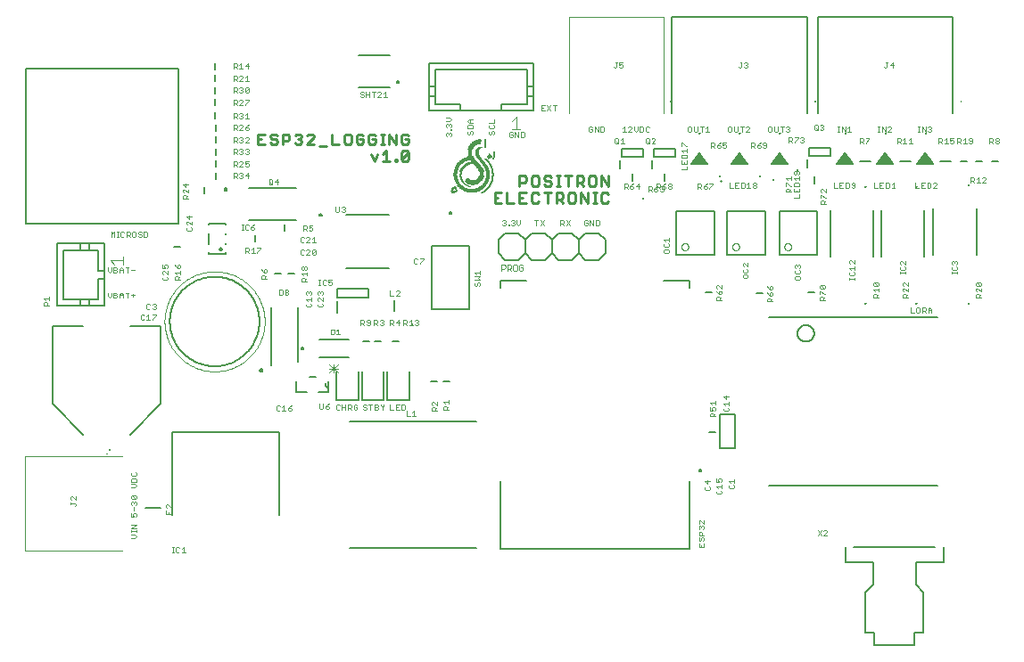
<source format=gbr>
G04 EAGLE Gerber RS-274X export*
G75*
%MOMM*%
%FSLAX34Y34*%
%LPD*%
%INSilkscreen Top*%
%IPPOS*%
%AMOC8*
5,1,8,0,0,1.08239X$1,22.5*%
G01*
%ADD10C,0.279400*%
%ADD11C,0.101600*%
%ADD12R,0.127000X0.025400*%
%ADD13R,0.203200X0.025400*%
%ADD14R,0.279400X0.025400*%
%ADD15R,0.177800X0.025400*%
%ADD16R,0.355600X0.025400*%
%ADD17R,0.381000X0.025400*%
%ADD18R,0.457200X0.025400*%
%ADD19R,0.736600X0.025400*%
%ADD20R,0.508000X0.025400*%
%ADD21R,0.914400X0.025400*%
%ADD22R,0.558800X0.025400*%
%ADD23R,1.092200X0.025400*%
%ADD24R,0.152400X0.025400*%
%ADD25R,0.584200X0.025400*%
%ADD26R,1.219200X0.025400*%
%ADD27R,1.371600X0.025400*%
%ADD28R,0.228600X0.025400*%
%ADD29R,1.473200X0.025400*%
%ADD30R,1.574800X0.025400*%
%ADD31R,1.651000X0.025400*%
%ADD32R,1.752600X0.025400*%
%ADD33R,1.828800X0.025400*%
%ADD34R,1.905000X0.025400*%
%ADD35R,0.889000X0.025400*%
%ADD36R,0.863600X0.025400*%
%ADD37R,0.711200X0.025400*%
%ADD38R,0.431800X0.025400*%
%ADD39R,0.685800X0.025400*%
%ADD40R,0.635000X0.025400*%
%ADD41R,0.406400X0.025400*%
%ADD42R,0.609600X0.025400*%
%ADD43R,0.330200X0.025400*%
%ADD44R,0.533400X0.025400*%
%ADD45R,0.304800X0.025400*%
%ADD46R,0.254000X0.025400*%
%ADD47R,0.482600X0.025400*%
%ADD48R,0.050800X0.025400*%
%ADD49R,0.838200X0.025400*%
%ADD50R,0.965200X0.025400*%
%ADD51R,1.041400X0.025400*%
%ADD52R,1.117600X0.025400*%
%ADD53R,1.270000X0.025400*%
%ADD54R,1.320800X0.025400*%
%ADD55R,1.422400X0.025400*%
%ADD56R,1.524000X0.025400*%
%ADD57R,1.549400X0.025400*%
%ADD58R,0.660400X0.025400*%
%ADD59R,0.101600X0.025400*%
%ADD60R,0.812800X0.025400*%
%ADD61R,1.295400X0.025400*%
%ADD62R,1.244600X0.025400*%
%ADD63R,1.193800X0.025400*%
%ADD64R,0.076200X0.025400*%
%ADD65R,1.066800X0.025400*%
%ADD66R,0.990600X0.025400*%
%ADD67R,0.025400X0.025400*%
%ADD68R,0.787400X0.025400*%
%ADD69R,0.762000X0.025400*%
%ADD70C,0.203200*%
%ADD71C,0.127000*%
%ADD72C,0.200000*%
%ADD73C,0.100000*%
%ADD74C,0.100000*%
%ADD75C,0.050000*%
%ADD76C,0.050000*%
%ADD77C,0.152400*%
%ADD78C,0.076200*%
%ADD79C,0.050800*%


D10*
X447695Y387795D02*
X447695Y397709D01*
X452652Y397709D01*
X454305Y396057D01*
X454305Y392752D01*
X452652Y391099D01*
X447695Y391099D01*
X461041Y397709D02*
X464346Y397709D01*
X461041Y397709D02*
X459389Y396057D01*
X459389Y389447D01*
X461041Y387795D01*
X464346Y387795D01*
X465999Y389447D01*
X465999Y396057D01*
X464346Y397709D01*
X476040Y397709D02*
X477693Y396057D01*
X476040Y397709D02*
X472735Y397709D01*
X471083Y396057D01*
X471083Y394404D01*
X472735Y392752D01*
X476040Y392752D01*
X477693Y391099D01*
X477693Y389447D01*
X476040Y387795D01*
X472735Y387795D01*
X471083Y389447D01*
X482777Y387795D02*
X486082Y387795D01*
X484429Y387795D02*
X484429Y397709D01*
X482777Y397709D02*
X486082Y397709D01*
X493878Y397709D02*
X493878Y387795D01*
X490573Y397709D02*
X497183Y397709D01*
X502267Y397709D02*
X502267Y387795D01*
X502267Y397709D02*
X507224Y397709D01*
X508876Y396057D01*
X508876Y392752D01*
X507224Y391099D01*
X502267Y391099D01*
X505572Y391099D02*
X508876Y387795D01*
X515613Y397709D02*
X518918Y397709D01*
X515613Y397709D02*
X513961Y396057D01*
X513961Y389447D01*
X515613Y387795D01*
X518918Y387795D01*
X520570Y389447D01*
X520570Y396057D01*
X518918Y397709D01*
X525655Y397709D02*
X525655Y387795D01*
X532264Y387795D02*
X525655Y397709D01*
X532264Y397709D02*
X532264Y387795D01*
X430917Y381834D02*
X424307Y381834D01*
X424307Y371920D01*
X430917Y371920D01*
X427612Y376877D02*
X424307Y376877D01*
X436001Y381834D02*
X436001Y371920D01*
X442611Y371920D01*
X447695Y381834D02*
X454305Y381834D01*
X447695Y381834D02*
X447695Y371920D01*
X454305Y371920D01*
X451000Y376877D02*
X447695Y376877D01*
X464346Y381834D02*
X465999Y380182D01*
X464346Y381834D02*
X461041Y381834D01*
X459389Y380182D01*
X459389Y373572D01*
X461041Y371920D01*
X464346Y371920D01*
X465999Y373572D01*
X474388Y371920D02*
X474388Y381834D01*
X471083Y381834D02*
X477693Y381834D01*
X482777Y381834D02*
X482777Y371920D01*
X482777Y381834D02*
X487734Y381834D01*
X489386Y380182D01*
X489386Y376877D01*
X487734Y375224D01*
X482777Y375224D01*
X486082Y375224D02*
X489386Y371920D01*
X496123Y381834D02*
X499428Y381834D01*
X496123Y381834D02*
X494471Y380182D01*
X494471Y373572D01*
X496123Y371920D01*
X499428Y371920D01*
X501080Y373572D01*
X501080Y380182D01*
X499428Y381834D01*
X506165Y381834D02*
X506165Y371920D01*
X512774Y371920D02*
X506165Y381834D01*
X512774Y381834D02*
X512774Y371920D01*
X517859Y371920D02*
X521164Y371920D01*
X519511Y371920D02*
X519511Y381834D01*
X517859Y381834D02*
X521164Y381834D01*
X530612Y381834D02*
X532264Y380182D01*
X530612Y381834D02*
X527307Y381834D01*
X525655Y380182D01*
X525655Y373572D01*
X527307Y371920D01*
X530612Y371920D01*
X532264Y373572D01*
D11*
X57198Y310524D02*
X57198Y307199D01*
X58861Y305536D01*
X60524Y307199D01*
X60524Y310524D01*
X62723Y310524D02*
X62723Y305536D01*
X62723Y310524D02*
X65217Y310524D01*
X66049Y309693D01*
X66049Y308862D01*
X65217Y308030D01*
X66049Y307199D01*
X66049Y306367D01*
X65217Y305536D01*
X62723Y305536D01*
X62723Y308030D02*
X65217Y308030D01*
X68248Y308862D02*
X68248Y305536D01*
X68248Y308862D02*
X69911Y310524D01*
X71573Y308862D01*
X71573Y305536D01*
X71573Y308030D02*
X68248Y308030D01*
X75435Y305536D02*
X75435Y310524D01*
X73773Y310524D02*
X77098Y310524D01*
X79297Y308030D02*
X82623Y308030D01*
X57198Y286394D02*
X57198Y283069D01*
X58861Y281406D01*
X60524Y283069D01*
X60524Y286394D01*
X62723Y286394D02*
X62723Y281406D01*
X62723Y286394D02*
X65217Y286394D01*
X66049Y285563D01*
X66049Y284732D01*
X65217Y283900D01*
X66049Y283069D01*
X66049Y282237D01*
X65217Y281406D01*
X62723Y281406D01*
X62723Y283900D02*
X65217Y283900D01*
X68248Y284732D02*
X68248Y281406D01*
X68248Y284732D02*
X69911Y286394D01*
X71573Y284732D01*
X71573Y281406D01*
X71573Y283900D02*
X68248Y283900D01*
X75435Y281406D02*
X75435Y286394D01*
X73773Y286394D02*
X77098Y286394D01*
X79297Y283900D02*
X82623Y283900D01*
X80960Y285563D02*
X80960Y282237D01*
X79366Y53387D02*
X82691Y53387D01*
X84354Y55050D01*
X82691Y56712D01*
X79366Y56712D01*
X84354Y58912D02*
X84354Y60574D01*
X84354Y59743D02*
X79366Y59743D01*
X79366Y58912D02*
X79366Y60574D01*
X79366Y62595D02*
X84354Y62595D01*
X84354Y65920D02*
X79366Y62595D01*
X79366Y65920D02*
X84354Y65920D01*
X79366Y73644D02*
X79366Y76970D01*
X79366Y73644D02*
X81860Y73644D01*
X81029Y75307D01*
X81029Y76138D01*
X81860Y76970D01*
X83523Y76970D01*
X84354Y76138D01*
X84354Y74476D01*
X83523Y73644D01*
X81860Y79169D02*
X81860Y82494D01*
X80197Y84694D02*
X79366Y85525D01*
X79366Y87188D01*
X80197Y88019D01*
X81029Y88019D01*
X81860Y87188D01*
X81860Y86356D01*
X81860Y87188D02*
X82691Y88019D01*
X83523Y88019D01*
X84354Y87188D01*
X84354Y85525D01*
X83523Y84694D01*
X83523Y90218D02*
X80197Y90218D01*
X79366Y91050D01*
X79366Y92713D01*
X80197Y93544D01*
X83523Y93544D01*
X84354Y92713D01*
X84354Y91050D01*
X83523Y90218D01*
X80197Y93544D01*
X79366Y101268D02*
X82691Y101268D01*
X84354Y102931D01*
X82691Y104593D01*
X79366Y104593D01*
X79366Y106793D02*
X84354Y106793D01*
X84354Y109287D01*
X83523Y110118D01*
X80197Y110118D01*
X79366Y109287D01*
X79366Y106793D01*
X79366Y114811D02*
X80197Y115643D01*
X79366Y114811D02*
X79366Y113149D01*
X80197Y112317D01*
X83523Y112317D01*
X84354Y113149D01*
X84354Y114811D01*
X83523Y115643D01*
X819164Y267330D02*
X819164Y272318D01*
X819164Y267330D02*
X822490Y267330D01*
X825520Y272318D02*
X827183Y272318D01*
X825520Y272318D02*
X824689Y271487D01*
X824689Y268161D01*
X825520Y267330D01*
X827183Y267330D01*
X828014Y268161D01*
X828014Y271487D01*
X827183Y272318D01*
X830213Y272318D02*
X830213Y267330D01*
X830213Y272318D02*
X832708Y272318D01*
X833539Y271487D01*
X833539Y269824D01*
X832708Y268993D01*
X830213Y268993D01*
X831876Y268993D02*
X833539Y267330D01*
X835738Y267330D02*
X835738Y270656D01*
X837401Y272318D01*
X839064Y270656D01*
X839064Y267330D01*
X839064Y269824D02*
X835738Y269824D01*
D12*
X411734Y380492D03*
D13*
X411861Y380746D03*
D14*
X385064Y381000D03*
D15*
X412496Y381000D03*
D16*
X385191Y381254D03*
D17*
X402590Y381254D03*
D15*
X413004Y381254D03*
D18*
X385445Y381508D03*
D19*
X402590Y381508D03*
D15*
X413258Y381508D03*
D20*
X385445Y381762D03*
D21*
X402463Y381762D03*
D15*
X413766Y381762D03*
D22*
X385699Y382016D03*
D23*
X402590Y382016D03*
D24*
X414147Y382016D03*
D25*
X385572Y382270D03*
D26*
X402463Y382270D03*
D15*
X414528Y382270D03*
D24*
X383413Y382524D03*
D14*
X387350Y382524D03*
D27*
X402463Y382524D03*
D15*
X414782Y382524D03*
D24*
X383413Y382778D03*
D28*
X387604Y382778D03*
D29*
X402463Y382778D03*
D24*
X415163Y382778D03*
X383667Y383032D03*
D15*
X387858Y383032D03*
D30*
X402463Y383032D03*
D24*
X415417Y383032D03*
D15*
X383794Y383286D03*
D24*
X387985Y383286D03*
D31*
X402336Y383286D03*
D15*
X415798Y383286D03*
X383794Y383540D03*
D12*
X387858Y383540D03*
D32*
X402336Y383540D03*
D15*
X416052Y383540D03*
X384048Y383794D03*
D24*
X387731Y383794D03*
D33*
X402463Y383794D03*
D24*
X416433Y383794D03*
D13*
X384175Y384048D03*
D24*
X387731Y384048D03*
D34*
X402336Y384048D03*
D24*
X416687Y384048D03*
D13*
X384429Y384302D03*
D24*
X387477Y384302D03*
D35*
X397002Y384302D03*
D36*
X408051Y384302D03*
D24*
X416941Y384302D03*
D13*
X384683Y384556D03*
D24*
X387477Y384556D03*
D19*
X395986Y384556D03*
D37*
X409067Y384556D03*
D24*
X417195Y384556D03*
D38*
X385826Y384810D03*
D39*
X395224Y384810D03*
D40*
X409702Y384810D03*
D24*
X417449Y384810D03*
D41*
X385953Y385064D03*
D42*
X394589Y385064D03*
X410337Y385064D03*
D24*
X417703Y385064D03*
D16*
X385953Y385318D03*
D25*
X394208Y385318D03*
X410718Y385318D03*
D24*
X417957Y385318D03*
D43*
X386080Y385572D03*
D44*
X393700Y385572D03*
X411226Y385572D03*
D24*
X417957Y385572D03*
D45*
X386207Y385826D03*
D20*
X393319Y385826D03*
X411607Y385826D03*
D24*
X418211Y385826D03*
D46*
X386461Y386080D03*
D20*
X393065Y386080D03*
X411861Y386080D03*
D24*
X418465Y386080D03*
D28*
X386588Y386334D03*
D47*
X392684Y386334D03*
X412242Y386334D03*
D24*
X418719Y386334D03*
D15*
X386588Y386588D03*
D18*
X392303Y386588D03*
D47*
X412496Y386588D03*
D24*
X418973Y386588D03*
D12*
X386588Y386842D03*
D18*
X392049Y386842D03*
D12*
X401066Y386842D03*
D18*
X412877Y386842D03*
D24*
X418973Y386842D03*
D48*
X386715Y387096D03*
D18*
X391795Y387096D03*
D24*
X400177Y387096D03*
D18*
X413131Y387096D03*
D24*
X419227Y387096D03*
D38*
X391414Y387350D03*
D24*
X399161Y387350D03*
D38*
X413512Y387350D03*
D24*
X419481Y387350D03*
D38*
X391160Y387604D03*
D12*
X398526Y387604D03*
D38*
X413766Y387604D03*
D24*
X419481Y387604D03*
D41*
X391033Y387858D03*
D12*
X398018Y387858D03*
D38*
X414020Y387858D03*
D24*
X419735Y387858D03*
D41*
X390779Y388112D03*
D12*
X397510Y388112D03*
D41*
X414147Y388112D03*
D24*
X419989Y388112D03*
D41*
X390525Y388366D03*
D12*
X397002Y388366D03*
D41*
X414401Y388366D03*
D24*
X419989Y388366D03*
D17*
X390398Y388620D03*
D12*
X396748Y388620D03*
D14*
X403860Y388620D03*
D41*
X414655Y388620D03*
D24*
X420243Y388620D03*
D17*
X390144Y388874D03*
D12*
X396240Y388874D03*
D22*
X403733Y388874D03*
D17*
X414782Y388874D03*
D24*
X420243Y388874D03*
D17*
X389890Y389128D03*
D12*
X395986Y389128D03*
D37*
X403733Y389128D03*
D17*
X415036Y389128D03*
D24*
X420497Y389128D03*
D17*
X389890Y389382D03*
D12*
X395732Y389382D03*
D49*
X403860Y389382D03*
D17*
X415290Y389382D03*
D24*
X420497Y389382D03*
D17*
X389636Y389636D03*
D12*
X395478Y389636D03*
D50*
X403733Y389636D03*
D16*
X415417Y389636D03*
D24*
X420751Y389636D03*
D17*
X389382Y389890D03*
D12*
X395224Y389890D03*
D51*
X403860Y389890D03*
D17*
X415544Y389890D03*
D24*
X420751Y389890D03*
D16*
X389255Y390144D03*
D12*
X394970Y390144D03*
D52*
X403733Y390144D03*
D16*
X415671Y390144D03*
D24*
X421005Y390144D03*
D17*
X389128Y390398D03*
D12*
X394716Y390398D03*
D26*
X403733Y390398D03*
D16*
X415925Y390398D03*
D24*
X421005Y390398D03*
D16*
X389001Y390652D03*
D24*
X394589Y390652D03*
D53*
X403733Y390652D03*
D17*
X416052Y390652D03*
D12*
X421132Y390652D03*
D16*
X388747Y390906D03*
D24*
X394335Y390906D03*
D54*
X403733Y390906D03*
D16*
X416179Y390906D03*
D24*
X421259Y390906D03*
D16*
X388747Y391160D03*
D24*
X394081Y391160D03*
D27*
X403733Y391160D03*
D16*
X416433Y391160D03*
D12*
X421386Y391160D03*
D16*
X388493Y391414D03*
D15*
X393954Y391414D03*
D55*
X403733Y391414D03*
D16*
X416433Y391414D03*
D24*
X421513Y391414D03*
D43*
X388366Y391668D03*
D24*
X393827Y391668D03*
D29*
X403733Y391668D03*
D43*
X416560Y391668D03*
D24*
X421513Y391668D03*
D43*
X388366Y391922D03*
D24*
X393573Y391922D03*
D56*
X403733Y391922D03*
D16*
X416687Y391922D03*
D12*
X421640Y391922D03*
D43*
X388112Y392176D03*
D15*
X393446Y392176D03*
D30*
X403733Y392176D03*
D43*
X416814Y392176D03*
D24*
X421767Y392176D03*
D43*
X388112Y392430D03*
D24*
X393319Y392430D03*
D57*
X404114Y392430D03*
D43*
X416814Y392430D03*
D24*
X421767Y392430D03*
D16*
X387985Y392684D03*
D15*
X393192Y392684D03*
D44*
X399288Y392684D03*
D58*
X408813Y392684D03*
D43*
X417068Y392684D03*
D12*
X421894Y392684D03*
D43*
X387858Y392938D03*
D24*
X393065Y392938D03*
D38*
X399034Y392938D03*
D42*
X409321Y392938D03*
D43*
X417068Y392938D03*
D12*
X421894Y392938D03*
D43*
X387858Y393192D03*
D15*
X392938Y393192D03*
D16*
X398907Y393192D03*
D22*
X409575Y393192D03*
D43*
X417068Y393192D03*
D24*
X422021Y393192D03*
D43*
X387604Y393446D03*
D15*
X392938Y393446D03*
D14*
X398780Y393446D03*
D44*
X409956Y393446D03*
D43*
X417322Y393446D03*
D24*
X422021Y393446D03*
D43*
X387604Y393700D03*
D15*
X392684Y393700D03*
D28*
X398780Y393700D03*
D44*
X410210Y393700D03*
D43*
X417322Y393700D03*
D12*
X422148Y393700D03*
D43*
X387604Y393954D03*
D15*
X392684Y393954D03*
X398780Y393954D03*
D20*
X410337Y393954D03*
D43*
X417322Y393954D03*
D12*
X422148Y393954D03*
D45*
X387477Y394208D03*
D13*
X392557Y394208D03*
D59*
X398907Y394208D03*
D47*
X410718Y394208D03*
D45*
X417449Y394208D03*
D24*
X422275Y394208D03*
D43*
X387350Y394462D03*
D15*
X392430Y394462D03*
D48*
X398907Y394462D03*
D18*
X410845Y394462D03*
D43*
X417576Y394462D03*
D24*
X422275Y394462D03*
D43*
X387350Y394716D03*
D15*
X392430Y394716D03*
D18*
X411099Y394716D03*
D43*
X417576Y394716D03*
D24*
X422275Y394716D03*
D43*
X387350Y394970D03*
D13*
X392303Y394970D03*
D18*
X411099Y394970D03*
D43*
X417576Y394970D03*
D12*
X422402Y394970D03*
D45*
X387223Y395224D03*
D13*
X392303Y395224D03*
D18*
X411353Y395224D03*
D45*
X417703Y395224D03*
D12*
X422402Y395224D03*
D45*
X387223Y395478D03*
D13*
X392303Y395478D03*
D38*
X411480Y395478D03*
D45*
X417703Y395478D03*
D12*
X422402Y395478D03*
D45*
X387223Y395732D03*
D15*
X392176Y395732D03*
D38*
X411480Y395732D03*
D43*
X417830Y395732D03*
D24*
X422529Y395732D03*
D43*
X387096Y395986D03*
D13*
X392049Y395986D03*
D38*
X411734Y395986D03*
D43*
X417830Y395986D03*
D24*
X422529Y395986D03*
D43*
X387096Y396240D03*
D13*
X392049Y396240D03*
D41*
X411861Y396240D03*
D43*
X417830Y396240D03*
D24*
X422529Y396240D03*
D43*
X387096Y396494D03*
D13*
X392049Y396494D03*
D41*
X411861Y396494D03*
D43*
X417830Y396494D03*
D24*
X422529Y396494D03*
D45*
X386969Y396748D03*
D13*
X392049Y396748D03*
D38*
X411988Y396748D03*
D45*
X417957Y396748D03*
D24*
X422529Y396748D03*
D45*
X386969Y397002D03*
D13*
X392049Y397002D03*
D41*
X412115Y397002D03*
D45*
X417957Y397002D03*
D24*
X422529Y397002D03*
D45*
X386969Y397256D03*
D13*
X392049Y397256D03*
D41*
X412115Y397256D03*
D45*
X417957Y397256D03*
D12*
X422656Y397256D03*
D45*
X386969Y397510D03*
D13*
X392049Y397510D03*
D41*
X412115Y397510D03*
D45*
X417957Y397510D03*
D12*
X422656Y397510D03*
D45*
X386969Y397764D03*
D13*
X392049Y397764D03*
D41*
X412115Y397764D03*
D45*
X417957Y397764D03*
D12*
X422656Y397764D03*
D45*
X386969Y398018D03*
D13*
X392049Y398018D03*
D17*
X412242Y398018D03*
D45*
X417957Y398018D03*
D12*
X422656Y398018D03*
D45*
X386969Y398272D03*
D13*
X392049Y398272D03*
D17*
X412242Y398272D03*
D45*
X417957Y398272D03*
D12*
X422656Y398272D03*
D45*
X386969Y398526D03*
D13*
X392049Y398526D03*
D17*
X412242Y398526D03*
D45*
X417957Y398526D03*
D12*
X422656Y398526D03*
D45*
X386969Y398780D03*
D28*
X392176Y398780D03*
D17*
X412242Y398780D03*
D45*
X417957Y398780D03*
D12*
X422656Y398780D03*
D45*
X386969Y399034D03*
D28*
X392176Y399034D03*
D17*
X412242Y399034D03*
D45*
X417957Y399034D03*
D12*
X422656Y399034D03*
D45*
X386969Y399288D03*
D28*
X392176Y399288D03*
D17*
X412242Y399288D03*
D45*
X417957Y399288D03*
D24*
X422529Y399288D03*
D43*
X387096Y399542D03*
D28*
X392176Y399542D03*
D17*
X412242Y399542D03*
D45*
X417957Y399542D03*
D24*
X422529Y399542D03*
D43*
X387096Y399796D03*
D28*
X392176Y399796D03*
D17*
X412242Y399796D03*
D45*
X417957Y399796D03*
D24*
X422529Y399796D03*
D45*
X387223Y400050D03*
D28*
X392176Y400050D03*
D41*
X412115Y400050D03*
D43*
X417830Y400050D03*
D24*
X422529Y400050D03*
D45*
X387223Y400304D03*
D28*
X392430Y400304D03*
D41*
X412115Y400304D03*
D43*
X417830Y400304D03*
D24*
X422529Y400304D03*
D45*
X387223Y400558D03*
D28*
X392430Y400558D03*
D41*
X412115Y400558D03*
D43*
X417830Y400558D03*
D12*
X422402Y400558D03*
D45*
X387223Y400812D03*
D28*
X392430Y400812D03*
D41*
X412115Y400812D03*
D43*
X417830Y400812D03*
D12*
X422402Y400812D03*
D45*
X387223Y401066D03*
D46*
X392557Y401066D03*
D41*
X412115Y401066D03*
D45*
X417703Y401066D03*
D12*
X422402Y401066D03*
D43*
X387350Y401320D03*
D46*
X392557Y401320D03*
D38*
X411988Y401320D03*
D45*
X417703Y401320D03*
D12*
X422402Y401320D03*
D43*
X387350Y401574D03*
D28*
X392684Y401574D03*
D41*
X411861Y401574D03*
D43*
X417576Y401574D03*
D24*
X422275Y401574D03*
D45*
X387477Y401828D03*
D46*
X392811Y401828D03*
D38*
X411734Y401828D03*
D43*
X417576Y401828D03*
D24*
X422275Y401828D03*
D45*
X387477Y402082D03*
D46*
X392811Y402082D03*
D38*
X411734Y402082D03*
D43*
X417576Y402082D03*
D12*
X422148Y402082D03*
D43*
X387604Y402336D03*
D46*
X393065Y402336D03*
D38*
X411480Y402336D03*
D45*
X417449Y402336D03*
D12*
X422148Y402336D03*
D43*
X387604Y402590D03*
D46*
X393065Y402590D03*
D38*
X411480Y402590D03*
D43*
X417322Y402590D03*
D12*
X422148Y402590D03*
D45*
X387731Y402844D03*
D46*
X393319Y402844D03*
D18*
X411353Y402844D03*
D43*
X417322Y402844D03*
D24*
X422021Y402844D03*
D43*
X387858Y403098D03*
D46*
X393319Y403098D03*
D18*
X411099Y403098D03*
D16*
X417195Y403098D03*
D12*
X421894Y403098D03*
D43*
X387858Y403352D03*
D46*
X393573Y403352D03*
D47*
X410972Y403352D03*
D43*
X417068Y403352D03*
D12*
X421894Y403352D03*
D45*
X387985Y403606D03*
D46*
X393573Y403606D03*
D18*
X410845Y403606D03*
D43*
X417068Y403606D03*
D12*
X421894Y403606D03*
D43*
X388112Y403860D03*
D46*
X393827Y403860D03*
D47*
X410718Y403860D03*
D16*
X416941Y403860D03*
D24*
X421767Y403860D03*
D43*
X388112Y404114D03*
D14*
X393954Y404114D03*
D47*
X410464Y404114D03*
D43*
X416814Y404114D03*
D12*
X421640Y404114D03*
D43*
X388366Y404368D03*
D14*
X394208Y404368D03*
D20*
X410337Y404368D03*
D16*
X416687Y404368D03*
D12*
X421640Y404368D03*
D43*
X388366Y404622D03*
D14*
X394208Y404622D03*
D20*
X410083Y404622D03*
D43*
X416560Y404622D03*
D24*
X421513Y404622D03*
D16*
X388493Y404876D03*
D14*
X394462Y404876D03*
D20*
X409829Y404876D03*
D16*
X416433Y404876D03*
D12*
X421386Y404876D03*
D43*
X388620Y405130D03*
D14*
X394716Y405130D03*
D44*
X409702Y405130D03*
D43*
X416306Y405130D03*
D12*
X421386Y405130D03*
D16*
X388747Y405384D03*
D14*
X394970Y405384D03*
D44*
X409448Y405384D03*
D16*
X416179Y405384D03*
D12*
X421132Y405384D03*
D16*
X389001Y405638D03*
D14*
X395224Y405638D03*
D44*
X409194Y405638D03*
D16*
X415925Y405638D03*
D12*
X421132Y405638D03*
D16*
X389001Y405892D03*
D43*
X395478Y405892D03*
D44*
X408940Y405892D03*
D16*
X415925Y405892D03*
D24*
X421005Y405892D03*
D16*
X389255Y406146D03*
D43*
X395732Y406146D03*
D20*
X408813Y406146D03*
D16*
X415671Y406146D03*
D12*
X420878Y406146D03*
D17*
X389382Y406400D03*
D43*
X395986Y406400D03*
D20*
X408559Y406400D03*
D17*
X415544Y406400D03*
D24*
X420751Y406400D03*
D16*
X389509Y406654D03*
D45*
X396367Y406654D03*
D44*
X408432Y406654D03*
D17*
X415290Y406654D03*
D12*
X420624Y406654D03*
D17*
X389636Y406908D03*
D43*
X396748Y406908D03*
D44*
X408178Y406908D03*
D17*
X415290Y406908D03*
D24*
X420497Y406908D03*
D17*
X389890Y407162D03*
D43*
X397002Y407162D03*
D44*
X407924Y407162D03*
D17*
X415036Y407162D03*
D12*
X420370Y407162D03*
D17*
X390144Y407416D03*
D16*
X397383Y407416D03*
D44*
X407670Y407416D03*
D17*
X414782Y407416D03*
D24*
X420243Y407416D03*
D41*
X390271Y407670D03*
D16*
X397891Y407670D03*
D44*
X407416Y407670D03*
D41*
X414655Y407670D03*
D12*
X420116Y407670D03*
D41*
X390525Y407924D03*
D17*
X398272Y407924D03*
D44*
X407162Y407924D03*
D17*
X414528Y407924D03*
D12*
X419862Y407924D03*
D41*
X390779Y408178D03*
X398907Y408178D03*
D44*
X406908Y408178D03*
D17*
X414274Y408178D03*
D12*
X419862Y408178D03*
D41*
X391033Y408432D03*
D47*
X399542Y408432D03*
D44*
X406654Y408432D03*
D17*
X414020Y408432D03*
D12*
X419608Y408432D03*
D38*
X391160Y408686D03*
D25*
X400558Y408686D03*
D44*
X406400Y408686D03*
D41*
X413893Y408686D03*
D24*
X419481Y408686D03*
D38*
X391414Y408940D03*
D51*
X403606Y408940D03*
D17*
X413766Y408940D03*
D12*
X419354Y408940D03*
D18*
X391795Y409194D03*
D50*
X403733Y409194D03*
D17*
X413512Y409194D03*
D12*
X419100Y409194D03*
D18*
X392049Y409448D03*
D49*
X404114Y409448D03*
D17*
X413258Y409448D03*
D12*
X418846Y409448D03*
D18*
X392303Y409702D03*
D59*
X402209Y409702D03*
D44*
X405638Y409702D03*
D17*
X413004Y409702D03*
D12*
X418846Y409702D03*
D47*
X392684Y409956D03*
D44*
X405384Y409956D03*
D16*
X412877Y409956D03*
D12*
X418592Y409956D03*
D20*
X393065Y410210D03*
D44*
X405130Y410210D03*
D16*
X412623Y410210D03*
D12*
X418338Y410210D03*
D20*
X393319Y410464D03*
D44*
X404876Y410464D03*
D17*
X412496Y410464D03*
D12*
X418084Y410464D03*
D44*
X393700Y410718D03*
X404622Y410718D03*
D17*
X412242Y410718D03*
D12*
X418084Y410718D03*
D22*
X394081Y410972D03*
D44*
X404368Y410972D03*
D16*
X412115Y410972D03*
D12*
X417830Y410972D03*
D42*
X394589Y411226D03*
D20*
X404241Y411226D03*
D16*
X411861Y411226D03*
D12*
X417576Y411226D03*
D58*
X395097Y411480D03*
D20*
X403987Y411480D03*
D16*
X411607Y411480D03*
D12*
X417322Y411480D03*
D39*
X395732Y411734D03*
D20*
X403733Y411734D03*
D16*
X411353Y411734D03*
D12*
X417068Y411734D03*
D60*
X396621Y411988D03*
D20*
X403479Y411988D03*
D17*
X411226Y411988D03*
D12*
X416814Y411988D03*
D61*
X399288Y412242D03*
D16*
X411099Y412242D03*
D12*
X416560Y412242D03*
D62*
X399542Y412496D03*
D16*
X410845Y412496D03*
D12*
X416306Y412496D03*
D63*
X399542Y412750D03*
D16*
X410591Y412750D03*
D12*
X416052Y412750D03*
D52*
X399669Y413004D03*
D43*
X410464Y413004D03*
D12*
X415798Y413004D03*
D64*
X423164Y413004D03*
D65*
X399923Y413258D03*
D43*
X410210Y413258D03*
D12*
X415290Y413258D03*
D64*
X419100Y413258D03*
D12*
X423164Y413258D03*
D66*
X400050Y413512D03*
D45*
X410083Y413512D03*
D12*
X419100Y413512D03*
D24*
X423291Y413512D03*
D21*
X400177Y413766D03*
D43*
X409956Y413766D03*
D24*
X419227Y413766D03*
D15*
X423164Y413766D03*
D49*
X400304Y414020D03*
D43*
X409702Y414020D03*
D24*
X419227Y414020D03*
D15*
X423164Y414020D03*
D19*
X400558Y414274D03*
D45*
X409575Y414274D03*
D24*
X419227Y414274D03*
D15*
X423418Y414274D03*
D40*
X400812Y414528D03*
D45*
X409321Y414528D03*
D15*
X419354Y414528D03*
X423418Y414528D03*
D22*
X401193Y414782D03*
D45*
X409067Y414782D03*
D14*
X418846Y414782D03*
D15*
X423418Y414782D03*
D38*
X401574Y415036D03*
D45*
X408813Y415036D03*
D18*
X419481Y415036D03*
D13*
X423545Y415036D03*
D38*
X401574Y415290D03*
D45*
X408813Y415290D03*
D47*
X419608Y415290D03*
D15*
X423672Y415290D03*
D41*
X401447Y415544D03*
D45*
X408559Y415544D03*
D47*
X419608Y415544D03*
D15*
X423672Y415544D03*
D38*
X401320Y415798D03*
D14*
X408432Y415798D03*
D38*
X419354Y415798D03*
D15*
X423672Y415798D03*
D41*
X401193Y416052D03*
D14*
X408178Y416052D03*
D43*
X419608Y416052D03*
D15*
X423926Y416052D03*
D41*
X401193Y416306D03*
D14*
X408178Y416306D03*
D15*
X419608Y416306D03*
X423926Y416306D03*
D41*
X401193Y416560D03*
D14*
X407924Y416560D03*
D24*
X419735Y416560D03*
D15*
X423926Y416560D03*
D17*
X401066Y416814D03*
D14*
X407924Y416814D03*
D24*
X419735Y416814D03*
X424053Y416814D03*
D41*
X400939Y417068D03*
D46*
X407797Y417068D03*
D12*
X419862Y417068D03*
D24*
X424053Y417068D03*
D41*
X400939Y417322D03*
D14*
X407670Y417322D03*
D12*
X419862Y417322D03*
D24*
X424053Y417322D03*
D41*
X400939Y417576D03*
D14*
X407670Y417576D03*
D64*
X419862Y417576D03*
D24*
X424053Y417576D03*
D41*
X400939Y417830D03*
D14*
X407670Y417830D03*
D48*
X419989Y417830D03*
D15*
X423926Y417830D03*
D17*
X400812Y418084D03*
D14*
X407416Y418084D03*
D15*
X423926Y418084D03*
D17*
X400812Y418338D03*
D14*
X407416Y418338D03*
D24*
X423799Y418338D03*
D17*
X400812Y418592D03*
D14*
X407416Y418592D03*
D24*
X423799Y418592D03*
D17*
X400812Y418846D03*
D14*
X407416Y418846D03*
D24*
X423799Y418846D03*
D17*
X400812Y419100D03*
D14*
X407416Y419100D03*
D12*
X423672Y419100D03*
D17*
X400812Y419354D03*
D14*
X407416Y419354D03*
D59*
X423545Y419354D03*
D17*
X400812Y419608D03*
D45*
X407543Y419608D03*
D67*
X423418Y419608D03*
D17*
X400812Y419862D03*
D45*
X407543Y419862D03*
D17*
X400812Y420116D03*
D45*
X407543Y420116D03*
D17*
X400812Y420370D03*
D45*
X407543Y420370D03*
D17*
X400812Y420624D03*
D45*
X407543Y420624D03*
D41*
X400939Y420878D03*
D45*
X407797Y420878D03*
D41*
X400939Y421132D03*
D45*
X407797Y421132D03*
D41*
X400939Y421386D03*
D45*
X407797Y421386D03*
D41*
X400939Y421640D03*
D45*
X408051Y421640D03*
D41*
X401193Y421894D03*
D43*
X408178Y421894D03*
D41*
X401193Y422148D03*
D45*
X408305Y422148D03*
D41*
X401193Y422402D03*
D45*
X408559Y422402D03*
D38*
X401320Y422656D03*
D45*
X408813Y422656D03*
D41*
X401447Y422910D03*
D45*
X409067Y422910D03*
D38*
X401574Y423164D03*
D43*
X409448Y423164D03*
D38*
X401574Y423418D03*
D43*
X409702Y423418D03*
D38*
X401828Y423672D03*
D43*
X410210Y423672D03*
D38*
X401828Y423926D03*
D17*
X410972Y423926D03*
D18*
X401955Y424180D03*
D45*
X411353Y424180D03*
D15*
X415036Y424180D03*
D18*
X402209Y424434D03*
D15*
X415036Y424434D03*
D47*
X402336Y424688D03*
D15*
X415036Y424688D03*
D47*
X402590Y424942D03*
D15*
X415036Y424942D03*
D20*
X402717Y425196D03*
D15*
X415036Y425196D03*
D20*
X402971Y425450D03*
D15*
X415036Y425450D03*
D20*
X403225Y425704D03*
D15*
X415036Y425704D03*
D44*
X403352Y425958D03*
D15*
X415036Y425958D03*
D22*
X403733Y426212D03*
D15*
X415036Y426212D03*
D22*
X403987Y426466D03*
D15*
X415036Y426466D03*
D42*
X404241Y426720D03*
D15*
X415036Y426720D03*
D58*
X404749Y426974D03*
D15*
X415036Y426974D03*
D37*
X405257Y427228D03*
D15*
X415036Y427228D03*
D68*
X405892Y427482D03*
D15*
X415036Y427482D03*
D21*
X406781Y427736D03*
D15*
X415036Y427736D03*
D35*
X406908Y427990D03*
D15*
X415036Y427990D03*
D36*
X407035Y428244D03*
D15*
X415036Y428244D03*
D49*
X407162Y428498D03*
D15*
X415036Y428498D03*
D60*
X407289Y428752D03*
D15*
X415036Y428752D03*
D69*
X407543Y429006D03*
D15*
X415036Y429006D03*
D19*
X407670Y429260D03*
D15*
X415036Y429260D03*
D39*
X407924Y429514D03*
D15*
X415036Y429514D03*
D58*
X408051Y429768D03*
D15*
X415036Y429768D03*
D42*
X408305Y430022D03*
D15*
X415036Y430022D03*
D22*
X408559Y430276D03*
D15*
X415036Y430276D03*
D20*
X408813Y430530D03*
D15*
X415036Y430530D03*
D38*
X409194Y430784D03*
D15*
X415036Y430784D03*
D16*
X409575Y431038D03*
D15*
X415036Y431038D03*
D46*
X410083Y431292D03*
D15*
X415036Y431292D03*
D11*
X545338Y442810D02*
X547033Y444504D01*
X547033Y439420D01*
X545338Y439420D02*
X548728Y439420D01*
X550951Y439420D02*
X554341Y439420D01*
X550951Y439420D02*
X554341Y442810D01*
X554341Y443657D01*
X553493Y444504D01*
X551798Y444504D01*
X550951Y443657D01*
X556564Y444504D02*
X556564Y441115D01*
X558259Y439420D01*
X559954Y441115D01*
X559954Y444504D01*
X562177Y444504D02*
X562177Y439420D01*
X564719Y439420D01*
X565567Y440267D01*
X565567Y443657D01*
X564719Y444504D01*
X562177Y444504D01*
X570333Y444504D02*
X571180Y443657D01*
X570333Y444504D02*
X568638Y444504D01*
X567790Y443657D01*
X567790Y440267D01*
X568638Y439420D01*
X570333Y439420D01*
X571180Y440267D01*
X516978Y443657D02*
X516130Y444504D01*
X514435Y444504D01*
X513588Y443657D01*
X513588Y440267D01*
X514435Y439420D01*
X516130Y439420D01*
X516978Y440267D01*
X516978Y441962D01*
X515283Y441962D01*
X519201Y439420D02*
X519201Y444504D01*
X522591Y439420D01*
X522591Y444504D01*
X524814Y444504D02*
X524814Y439420D01*
X527356Y439420D01*
X528204Y440267D01*
X528204Y443657D01*
X527356Y444504D01*
X524814Y444504D01*
X684819Y444504D02*
X686514Y444504D01*
X684819Y444504D02*
X683972Y443657D01*
X683972Y440267D01*
X684819Y439420D01*
X686514Y439420D01*
X687361Y440267D01*
X687361Y443657D01*
X686514Y444504D01*
X689585Y444504D02*
X689585Y440267D01*
X690432Y439420D01*
X692127Y439420D01*
X692974Y440267D01*
X692974Y444504D01*
X696893Y444504D02*
X696893Y439420D01*
X695198Y444504D02*
X698588Y444504D01*
X700811Y443657D02*
X701658Y444504D01*
X703353Y444504D01*
X704201Y443657D01*
X704201Y442810D01*
X703353Y441962D01*
X702506Y441962D01*
X703353Y441962D02*
X704201Y441115D01*
X704201Y440267D01*
X703353Y439420D01*
X701658Y439420D01*
X700811Y440267D01*
X749944Y439420D02*
X751639Y439420D01*
X750791Y439420D02*
X750791Y444504D01*
X749944Y444504D02*
X751639Y444504D01*
X753686Y444504D02*
X753686Y439420D01*
X757075Y439420D02*
X753686Y444504D01*
X757075Y444504D02*
X757075Y439420D01*
X759299Y442810D02*
X760994Y444504D01*
X760994Y439420D01*
X759299Y439420D02*
X762689Y439420D01*
X788044Y439420D02*
X789739Y439420D01*
X788891Y439420D02*
X788891Y444504D01*
X788044Y444504D02*
X789739Y444504D01*
X791786Y444504D02*
X791786Y439420D01*
X795175Y439420D02*
X791786Y444504D01*
X795175Y444504D02*
X795175Y439420D01*
X797399Y439420D02*
X800789Y439420D01*
X797399Y439420D02*
X800789Y442810D01*
X800789Y443657D01*
X799941Y444504D01*
X798246Y444504D01*
X797399Y443657D01*
X826144Y439420D02*
X827839Y439420D01*
X826991Y439420D02*
X826991Y444504D01*
X826144Y444504D02*
X827839Y444504D01*
X829886Y444504D02*
X829886Y439420D01*
X833275Y439420D02*
X829886Y444504D01*
X833275Y444504D02*
X833275Y439420D01*
X835499Y443657D02*
X836346Y444504D01*
X838041Y444504D01*
X838889Y443657D01*
X838889Y442810D01*
X838041Y441962D01*
X837194Y441962D01*
X838041Y441962D02*
X838889Y441115D01*
X838889Y440267D01*
X838041Y439420D01*
X836346Y439420D01*
X835499Y440267D01*
X648414Y444504D02*
X646719Y444504D01*
X645872Y443657D01*
X645872Y440267D01*
X646719Y439420D01*
X648414Y439420D01*
X649261Y440267D01*
X649261Y443657D01*
X648414Y444504D01*
X651485Y444504D02*
X651485Y440267D01*
X652332Y439420D01*
X654027Y439420D01*
X654874Y440267D01*
X654874Y444504D01*
X658793Y444504D02*
X658793Y439420D01*
X657098Y444504D02*
X660488Y444504D01*
X662711Y439420D02*
X666101Y439420D01*
X662711Y439420D02*
X666101Y442810D01*
X666101Y443657D01*
X665253Y444504D01*
X663558Y444504D01*
X662711Y443657D01*
X610314Y444504D02*
X608619Y444504D01*
X607772Y443657D01*
X607772Y440267D01*
X608619Y439420D01*
X610314Y439420D01*
X611161Y440267D01*
X611161Y443657D01*
X610314Y444504D01*
X613385Y444504D02*
X613385Y440267D01*
X614232Y439420D01*
X615927Y439420D01*
X616774Y440267D01*
X616774Y444504D01*
X620693Y444504D02*
X620693Y439420D01*
X618998Y444504D02*
X622388Y444504D01*
X624611Y442810D02*
X626306Y444504D01*
X626306Y439420D01*
X624611Y439420D02*
X628001Y439420D01*
X379303Y435185D02*
X378456Y436032D01*
X378456Y437727D01*
X379303Y438575D01*
X380150Y438575D01*
X380998Y437727D01*
X380998Y436880D01*
X380998Y437727D02*
X381845Y438575D01*
X382693Y438575D01*
X383540Y437727D01*
X383540Y436032D01*
X382693Y435185D01*
X382693Y440798D02*
X383540Y440798D01*
X382693Y440798D02*
X382693Y441646D01*
X383540Y441646D01*
X383540Y440798D01*
X379303Y443605D02*
X378456Y444452D01*
X378456Y446147D01*
X379303Y446994D01*
X380150Y446994D01*
X380998Y446147D01*
X380998Y445299D01*
X380998Y446147D02*
X381845Y446994D01*
X382693Y446994D01*
X383540Y446147D01*
X383540Y444452D01*
X382693Y443605D01*
X381845Y449218D02*
X378456Y449218D01*
X381845Y449218D02*
X383540Y450913D01*
X381845Y452607D01*
X378456Y452607D01*
X398776Y439130D02*
X399623Y439978D01*
X398776Y439130D02*
X398776Y437436D01*
X399623Y436588D01*
X400470Y436588D01*
X401318Y437436D01*
X401318Y439130D01*
X402165Y439978D01*
X403013Y439978D01*
X403860Y439130D01*
X403860Y437436D01*
X403013Y436588D01*
X403860Y442201D02*
X398776Y442201D01*
X403860Y442201D02*
X403860Y444744D01*
X403013Y445591D01*
X399623Y445591D01*
X398776Y444744D01*
X398776Y442201D01*
X400470Y447815D02*
X403860Y447815D01*
X400470Y447815D02*
X398776Y449509D01*
X400470Y451204D01*
X403860Y451204D01*
X401318Y451204D02*
X401318Y447815D01*
X419096Y439130D02*
X419943Y439978D01*
X419096Y439130D02*
X419096Y437436D01*
X419943Y436588D01*
X420790Y436588D01*
X421638Y437436D01*
X421638Y439130D01*
X422485Y439978D01*
X423333Y439978D01*
X424180Y439130D01*
X424180Y437436D01*
X423333Y436588D01*
X419096Y444744D02*
X419943Y445591D01*
X419096Y444744D02*
X419096Y443049D01*
X419943Y442201D01*
X423333Y442201D01*
X424180Y443049D01*
X424180Y444744D01*
X423333Y445591D01*
X424180Y447815D02*
X419096Y447815D01*
X424180Y447815D02*
X424180Y451204D01*
X440400Y439424D02*
X441248Y438577D01*
X440400Y439424D02*
X438706Y439424D01*
X437858Y438577D01*
X437858Y435187D01*
X438706Y434340D01*
X440400Y434340D01*
X441248Y435187D01*
X441248Y436882D01*
X439553Y436882D01*
X443471Y434340D02*
X443471Y439424D01*
X446861Y434340D01*
X446861Y439424D01*
X449085Y439424D02*
X449085Y434340D01*
X451627Y434340D01*
X452474Y435187D01*
X452474Y438577D01*
X451627Y439424D01*
X449085Y439424D01*
D10*
X206127Y437079D02*
X199517Y437079D01*
X199517Y427165D01*
X206127Y427165D01*
X202822Y432122D02*
X199517Y432122D01*
X216168Y437079D02*
X217821Y435427D01*
X216168Y437079D02*
X212863Y437079D01*
X211211Y435427D01*
X211211Y433774D01*
X212863Y432122D01*
X216168Y432122D01*
X217821Y430469D01*
X217821Y428817D01*
X216168Y427165D01*
X212863Y427165D01*
X211211Y428817D01*
X222905Y427165D02*
X222905Y437079D01*
X227862Y437079D01*
X229515Y435427D01*
X229515Y432122D01*
X227862Y430469D01*
X222905Y430469D01*
X234599Y435427D02*
X236251Y437079D01*
X239556Y437079D01*
X241209Y435427D01*
X241209Y433774D01*
X239556Y432122D01*
X237904Y432122D01*
X239556Y432122D02*
X241209Y430469D01*
X241209Y428817D01*
X239556Y427165D01*
X236251Y427165D01*
X234599Y428817D01*
X246293Y427165D02*
X252903Y427165D01*
X252903Y433774D02*
X246293Y427165D01*
X252903Y433774D02*
X252903Y435427D01*
X251250Y437079D01*
X247945Y437079D01*
X246293Y435427D01*
X257987Y425512D02*
X264596Y425512D01*
X269681Y427165D02*
X269681Y437079D01*
X269681Y427165D02*
X276290Y427165D01*
X283027Y437079D02*
X286332Y437079D01*
X283027Y437079D02*
X281375Y435427D01*
X281375Y428817D01*
X283027Y427165D01*
X286332Y427165D01*
X287984Y428817D01*
X287984Y435427D01*
X286332Y437079D01*
X298026Y437079D02*
X299678Y435427D01*
X298026Y437079D02*
X294721Y437079D01*
X293069Y435427D01*
X293069Y428817D01*
X294721Y427165D01*
X298026Y427165D01*
X299678Y428817D01*
X299678Y432122D01*
X296374Y432122D01*
X309720Y437079D02*
X311372Y435427D01*
X309720Y437079D02*
X306415Y437079D01*
X304763Y435427D01*
X304763Y428817D01*
X306415Y427165D01*
X309720Y427165D01*
X311372Y428817D01*
X311372Y432122D01*
X308068Y432122D01*
X316457Y427165D02*
X319762Y427165D01*
X318109Y427165D02*
X318109Y437079D01*
X316457Y437079D02*
X319762Y437079D01*
X324253Y437079D02*
X324253Y427165D01*
X330862Y427165D02*
X324253Y437079D01*
X330862Y437079D02*
X330862Y427165D01*
X340904Y437079D02*
X342556Y435427D01*
X340904Y437079D02*
X337599Y437079D01*
X335947Y435427D01*
X335947Y428817D01*
X337599Y427165D01*
X340904Y427165D01*
X342556Y428817D01*
X342556Y432122D01*
X339251Y432122D01*
X306712Y417899D02*
X310017Y411290D01*
X313322Y417899D01*
X318406Y417899D02*
X321711Y421204D01*
X321711Y411290D01*
X318406Y411290D02*
X325016Y411290D01*
X330100Y411290D02*
X330100Y412942D01*
X331752Y412942D01*
X331752Y411290D01*
X330100Y411290D01*
X335947Y412942D02*
X335947Y419552D01*
X337599Y421204D01*
X340904Y421204D01*
X342556Y419552D01*
X342556Y412942D01*
X340904Y411290D01*
X337599Y411290D01*
X335947Y412942D01*
X342556Y419552D01*
D11*
X431375Y354757D02*
X432222Y355604D01*
X433917Y355604D01*
X434765Y354757D01*
X434765Y353910D01*
X433917Y353062D01*
X433070Y353062D01*
X433917Y353062D02*
X434765Y352215D01*
X434765Y351367D01*
X433917Y350520D01*
X432222Y350520D01*
X431375Y351367D01*
X436988Y351367D02*
X436988Y350520D01*
X436988Y351367D02*
X437836Y351367D01*
X437836Y350520D01*
X436988Y350520D01*
X439795Y354757D02*
X440642Y355604D01*
X442337Y355604D01*
X443184Y354757D01*
X443184Y353910D01*
X442337Y353062D01*
X441489Y353062D01*
X442337Y353062D02*
X443184Y352215D01*
X443184Y351367D01*
X442337Y350520D01*
X440642Y350520D01*
X439795Y351367D01*
X445408Y352215D02*
X445408Y355604D01*
X445408Y352215D02*
X447103Y350520D01*
X448797Y352215D01*
X448797Y355604D01*
X463950Y355604D02*
X463950Y350520D01*
X465644Y355604D02*
X462255Y355604D01*
X467868Y355604D02*
X471258Y350520D01*
X467868Y350520D02*
X471258Y355604D01*
X486385Y355604D02*
X486385Y350520D01*
X486385Y355604D02*
X488927Y355604D01*
X489774Y354757D01*
X489774Y353062D01*
X488927Y352215D01*
X486385Y352215D01*
X488080Y352215D02*
X489774Y350520D01*
X491998Y355604D02*
X495388Y350520D01*
X491998Y350520D02*
X495388Y355604D01*
X511521Y355604D02*
X512368Y354757D01*
X511521Y355604D02*
X509826Y355604D01*
X508978Y354757D01*
X508978Y351367D01*
X509826Y350520D01*
X511521Y350520D01*
X512368Y351367D01*
X512368Y353062D01*
X510673Y353062D01*
X514591Y350520D02*
X514591Y355604D01*
X517981Y350520D01*
X517981Y355604D01*
X520205Y355604D02*
X520205Y350520D01*
X522747Y350520D01*
X523594Y351367D01*
X523594Y354757D01*
X522747Y355604D01*
X520205Y355604D01*
D70*
X638160Y170940D02*
X638160Y138940D01*
X638160Y170940D02*
X652160Y170940D01*
X652160Y138940D01*
X638160Y138940D01*
D11*
X641394Y176325D02*
X642225Y177156D01*
X641394Y176325D02*
X641394Y174662D01*
X642225Y173831D01*
X645551Y173831D01*
X646382Y174662D01*
X646382Y176325D01*
X645551Y177156D01*
X643057Y179356D02*
X641394Y181018D01*
X646382Y181018D01*
X646382Y179356D02*
X646382Y182681D01*
X646382Y187374D02*
X641394Y187374D01*
X643888Y184880D01*
X643888Y188206D01*
D71*
X609430Y291180D02*
X609430Y297680D01*
X584930Y297680D01*
X453930Y297680D02*
X429430Y297680D01*
X429430Y291180D01*
X609430Y107680D02*
X609430Y42680D01*
X429430Y42680D01*
X429430Y107680D01*
D72*
X618430Y117680D02*
X618432Y117743D01*
X618438Y117805D01*
X618448Y117867D01*
X618461Y117929D01*
X618479Y117989D01*
X618500Y118048D01*
X618525Y118106D01*
X618554Y118162D01*
X618586Y118216D01*
X618621Y118268D01*
X618659Y118317D01*
X618701Y118365D01*
X618745Y118409D01*
X618793Y118451D01*
X618842Y118489D01*
X618894Y118524D01*
X618948Y118556D01*
X619004Y118585D01*
X619062Y118610D01*
X619121Y118631D01*
X619181Y118649D01*
X619243Y118662D01*
X619305Y118672D01*
X619367Y118678D01*
X619430Y118680D01*
X619493Y118678D01*
X619555Y118672D01*
X619617Y118662D01*
X619679Y118649D01*
X619739Y118631D01*
X619798Y118610D01*
X619856Y118585D01*
X619912Y118556D01*
X619966Y118524D01*
X620018Y118489D01*
X620067Y118451D01*
X620115Y118409D01*
X620159Y118365D01*
X620201Y118317D01*
X620239Y118268D01*
X620274Y118216D01*
X620306Y118162D01*
X620335Y118106D01*
X620360Y118048D01*
X620381Y117989D01*
X620399Y117929D01*
X620412Y117867D01*
X620422Y117805D01*
X620428Y117743D01*
X620430Y117680D01*
X620428Y117617D01*
X620422Y117555D01*
X620412Y117493D01*
X620399Y117431D01*
X620381Y117371D01*
X620360Y117312D01*
X620335Y117254D01*
X620306Y117198D01*
X620274Y117144D01*
X620239Y117092D01*
X620201Y117043D01*
X620159Y116995D01*
X620115Y116951D01*
X620067Y116909D01*
X620018Y116871D01*
X619966Y116836D01*
X619912Y116804D01*
X619856Y116775D01*
X619798Y116750D01*
X619739Y116729D01*
X619679Y116711D01*
X619617Y116698D01*
X619555Y116688D01*
X619493Y116682D01*
X619430Y116680D01*
X619367Y116682D01*
X619305Y116688D01*
X619243Y116698D01*
X619181Y116711D01*
X619121Y116729D01*
X619062Y116750D01*
X619004Y116775D01*
X618948Y116804D01*
X618894Y116836D01*
X618842Y116871D01*
X618793Y116909D01*
X618745Y116951D01*
X618701Y116995D01*
X618659Y117043D01*
X618621Y117092D01*
X618586Y117144D01*
X618554Y117198D01*
X618525Y117254D01*
X618500Y117312D01*
X618479Y117371D01*
X618461Y117431D01*
X618448Y117493D01*
X618438Y117555D01*
X618432Y117617D01*
X618430Y117680D01*
D11*
X618144Y48350D02*
X618144Y45024D01*
X623132Y45024D01*
X623132Y48350D01*
X620638Y46687D02*
X620638Y45024D01*
X618144Y53043D02*
X618975Y53875D01*
X618144Y53043D02*
X618144Y51381D01*
X618975Y50549D01*
X619807Y50549D01*
X620638Y51381D01*
X620638Y53043D01*
X621469Y53875D01*
X622301Y53875D01*
X623132Y53043D01*
X623132Y51381D01*
X622301Y50549D01*
X623132Y56074D02*
X618144Y56074D01*
X618144Y58568D01*
X618975Y59399D01*
X620638Y59399D01*
X621469Y58568D01*
X621469Y56074D01*
X618975Y61599D02*
X618144Y62430D01*
X618144Y64093D01*
X618975Y64924D01*
X619807Y64924D01*
X620638Y64093D01*
X620638Y63261D01*
X620638Y64093D02*
X621469Y64924D01*
X622301Y64924D01*
X623132Y64093D01*
X623132Y62430D01*
X622301Y61599D01*
X623132Y67123D02*
X623132Y70449D01*
X619807Y70449D02*
X623132Y67123D01*
X619807Y70449D02*
X618975Y70449D01*
X618144Y69617D01*
X618144Y67955D01*
X618975Y67123D01*
D72*
X628190Y153670D02*
X634190Y153670D01*
D11*
X633682Y168751D02*
X628694Y168751D01*
X628694Y171245D01*
X629525Y172076D01*
X631188Y172076D01*
X632019Y171245D01*
X632019Y168751D01*
X632019Y170414D02*
X633682Y172076D01*
X628694Y174276D02*
X628694Y177601D01*
X628694Y174276D02*
X631188Y174276D01*
X630357Y175938D01*
X630357Y176770D01*
X631188Y177601D01*
X632851Y177601D01*
X633682Y176770D01*
X633682Y175107D01*
X632851Y174276D01*
X630357Y179800D02*
X628694Y181463D01*
X633682Y181463D01*
X633682Y179800D02*
X633682Y183126D01*
D73*
X345440Y256300D03*
D74*
X345484Y256302D01*
X345527Y256308D01*
X345569Y256317D01*
X345611Y256330D01*
X345651Y256347D01*
X345690Y256367D01*
X345727Y256390D01*
X345761Y256417D01*
X345794Y256446D01*
X345823Y256479D01*
X345850Y256513D01*
X345873Y256550D01*
X345893Y256589D01*
X345910Y256629D01*
X345923Y256671D01*
X345932Y256713D01*
X345938Y256756D01*
X345940Y256800D01*
X345938Y256844D01*
X345932Y256887D01*
X345923Y256929D01*
X345910Y256971D01*
X345893Y257011D01*
X345873Y257050D01*
X345850Y257087D01*
X345823Y257121D01*
X345794Y257154D01*
X345761Y257183D01*
X345727Y257210D01*
X345690Y257233D01*
X345651Y257253D01*
X345611Y257270D01*
X345569Y257283D01*
X345527Y257292D01*
X345484Y257298D01*
X345440Y257300D01*
D73*
X345440Y257300D03*
D74*
X345396Y257298D01*
X345353Y257292D01*
X345311Y257283D01*
X345269Y257270D01*
X345229Y257253D01*
X345190Y257233D01*
X345153Y257210D01*
X345119Y257183D01*
X345086Y257154D01*
X345057Y257121D01*
X345030Y257087D01*
X345007Y257050D01*
X344987Y257011D01*
X344970Y256971D01*
X344957Y256929D01*
X344948Y256887D01*
X344942Y256844D01*
X344940Y256800D01*
X344942Y256756D01*
X344948Y256713D01*
X344957Y256671D01*
X344970Y256629D01*
X344987Y256589D01*
X345007Y256550D01*
X345030Y256513D01*
X345057Y256479D01*
X345086Y256446D01*
X345119Y256417D01*
X345153Y256390D01*
X345190Y256367D01*
X345229Y256347D01*
X345269Y256330D01*
X345311Y256317D01*
X345353Y256308D01*
X345396Y256302D01*
X345440Y256300D01*
D11*
X337661Y255318D02*
X337661Y260306D01*
X340155Y260306D01*
X340986Y259475D01*
X340986Y257812D01*
X340155Y256981D01*
X337661Y256981D01*
X339324Y256981D02*
X340986Y255318D01*
X343186Y258644D02*
X344848Y260306D01*
X344848Y255318D01*
X343186Y255318D02*
X346511Y255318D01*
X348710Y259475D02*
X349542Y260306D01*
X351205Y260306D01*
X352036Y259475D01*
X352036Y258644D01*
X351205Y257812D01*
X350373Y257812D01*
X351205Y257812D02*
X352036Y256981D01*
X352036Y256149D01*
X351205Y255318D01*
X349542Y255318D01*
X348710Y256149D01*
D72*
X322240Y211430D02*
X322240Y184430D01*
X343240Y184430D01*
X343240Y211430D01*
D11*
X324961Y180296D02*
X324961Y175308D01*
X328286Y175308D01*
X330486Y180296D02*
X333811Y180296D01*
X330486Y180296D02*
X330486Y175308D01*
X333811Y175308D01*
X332148Y177802D02*
X330486Y177802D01*
X336010Y180296D02*
X336010Y175308D01*
X338505Y175308D01*
X339336Y176139D01*
X339336Y179465D01*
X338505Y180296D01*
X336010Y180296D01*
X635044Y97585D02*
X635875Y98416D01*
X635044Y97585D02*
X635044Y95922D01*
X635875Y95091D01*
X639201Y95091D01*
X640032Y95922D01*
X640032Y97585D01*
X639201Y98416D01*
X636707Y100616D02*
X635044Y102278D01*
X640032Y102278D01*
X640032Y100616D02*
X640032Y103941D01*
X635044Y106140D02*
X635044Y109466D01*
X635044Y106140D02*
X637538Y106140D01*
X636707Y107803D01*
X636707Y108634D01*
X637538Y109466D01*
X639201Y109466D01*
X640032Y108634D01*
X640032Y106972D01*
X639201Y106140D01*
X624445Y102449D02*
X623614Y101617D01*
X623614Y99955D01*
X624445Y99123D01*
X627771Y99123D01*
X628602Y99955D01*
X628602Y101617D01*
X627771Y102449D01*
X628602Y107142D02*
X623614Y107142D01*
X626108Y104648D01*
X626108Y107974D01*
D71*
X406710Y44140D02*
X286710Y44140D01*
X286710Y164140D02*
X406710Y164140D01*
D11*
X340823Y169038D02*
X340823Y174026D01*
X340823Y169038D02*
X344149Y169038D01*
X346348Y172364D02*
X348011Y174026D01*
X348011Y169038D01*
X346348Y169038D02*
X349674Y169038D01*
D75*
X110970Y259080D02*
X110984Y260246D01*
X111027Y261411D01*
X111099Y262574D01*
X111199Y263736D01*
X111327Y264895D01*
X111484Y266050D01*
X111669Y267201D01*
X111883Y268347D01*
X112124Y269487D01*
X112394Y270622D01*
X112691Y271749D01*
X113015Y272869D01*
X113367Y273980D01*
X113747Y275082D01*
X114153Y276175D01*
X114586Y277257D01*
X115045Y278329D01*
X115531Y279389D01*
X116042Y280437D01*
X116579Y281471D01*
X117141Y282493D01*
X117728Y283500D01*
X118339Y284492D01*
X118975Y285470D01*
X119635Y286431D01*
X120318Y287376D01*
X121024Y288304D01*
X121752Y289214D01*
X122503Y290106D01*
X123275Y290979D01*
X124068Y291833D01*
X124882Y292668D01*
X125717Y293482D01*
X126571Y294275D01*
X127444Y295047D01*
X128336Y295798D01*
X129246Y296526D01*
X130174Y297232D01*
X131119Y297915D01*
X132080Y298575D01*
X133058Y299211D01*
X134050Y299822D01*
X135057Y300409D01*
X136079Y300971D01*
X137113Y301508D01*
X138161Y302019D01*
X139221Y302505D01*
X140293Y302964D01*
X141375Y303397D01*
X142468Y303803D01*
X143570Y304183D01*
X144681Y304535D01*
X145801Y304859D01*
X146928Y305156D01*
X148063Y305426D01*
X149203Y305667D01*
X150349Y305881D01*
X151500Y306066D01*
X152655Y306223D01*
X153814Y306351D01*
X154976Y306451D01*
X156139Y306523D01*
X157304Y306566D01*
X158470Y306580D01*
X159636Y306566D01*
X160801Y306523D01*
X161964Y306451D01*
X163126Y306351D01*
X164285Y306223D01*
X165440Y306066D01*
X166591Y305881D01*
X167737Y305667D01*
X168877Y305426D01*
X170012Y305156D01*
X171139Y304859D01*
X172259Y304535D01*
X173370Y304183D01*
X174472Y303803D01*
X175565Y303397D01*
X176647Y302964D01*
X177719Y302505D01*
X178779Y302019D01*
X179827Y301508D01*
X180861Y300971D01*
X181883Y300409D01*
X182890Y299822D01*
X183882Y299211D01*
X184860Y298575D01*
X185821Y297915D01*
X186766Y297232D01*
X187694Y296526D01*
X188604Y295798D01*
X189496Y295047D01*
X190369Y294275D01*
X191223Y293482D01*
X192058Y292668D01*
X192872Y291833D01*
X193665Y290979D01*
X194437Y290106D01*
X195188Y289214D01*
X195916Y288304D01*
X196622Y287376D01*
X197305Y286431D01*
X197965Y285470D01*
X198601Y284492D01*
X199212Y283500D01*
X199799Y282493D01*
X200361Y281471D01*
X200898Y280437D01*
X201409Y279389D01*
X201895Y278329D01*
X202354Y277257D01*
X202787Y276175D01*
X203193Y275082D01*
X203573Y273980D01*
X203925Y272869D01*
X204249Y271749D01*
X204546Y270622D01*
X204816Y269487D01*
X205057Y268347D01*
X205271Y267201D01*
X205456Y266050D01*
X205613Y264895D01*
X205741Y263736D01*
X205841Y262574D01*
X205913Y261411D01*
X205956Y260246D01*
X205970Y259080D01*
X205956Y257914D01*
X205913Y256749D01*
X205841Y255586D01*
X205741Y254424D01*
X205613Y253265D01*
X205456Y252110D01*
X205271Y250959D01*
X205057Y249813D01*
X204816Y248673D01*
X204546Y247538D01*
X204249Y246411D01*
X203925Y245291D01*
X203573Y244180D01*
X203193Y243078D01*
X202787Y241985D01*
X202354Y240903D01*
X201895Y239831D01*
X201409Y238771D01*
X200898Y237723D01*
X200361Y236689D01*
X199799Y235667D01*
X199212Y234660D01*
X198601Y233668D01*
X197965Y232690D01*
X197305Y231729D01*
X196622Y230784D01*
X195916Y229856D01*
X195188Y228946D01*
X194437Y228054D01*
X193665Y227181D01*
X192872Y226327D01*
X192058Y225492D01*
X191223Y224678D01*
X190369Y223885D01*
X189496Y223113D01*
X188604Y222362D01*
X187694Y221634D01*
X186766Y220928D01*
X185821Y220245D01*
X184860Y219585D01*
X183882Y218949D01*
X182890Y218338D01*
X181883Y217751D01*
X180861Y217189D01*
X179827Y216652D01*
X178779Y216141D01*
X177719Y215655D01*
X176647Y215196D01*
X175565Y214763D01*
X174472Y214357D01*
X173370Y213977D01*
X172259Y213625D01*
X171139Y213301D01*
X170012Y213004D01*
X168877Y212734D01*
X167737Y212493D01*
X166591Y212279D01*
X165440Y212094D01*
X164285Y211937D01*
X163126Y211809D01*
X161964Y211709D01*
X160801Y211637D01*
X159636Y211594D01*
X158470Y211580D01*
X157304Y211594D01*
X156139Y211637D01*
X154976Y211709D01*
X153814Y211809D01*
X152655Y211937D01*
X151500Y212094D01*
X150349Y212279D01*
X149203Y212493D01*
X148063Y212734D01*
X146928Y213004D01*
X145801Y213301D01*
X144681Y213625D01*
X143570Y213977D01*
X142468Y214357D01*
X141375Y214763D01*
X140293Y215196D01*
X139221Y215655D01*
X138161Y216141D01*
X137113Y216652D01*
X136079Y217189D01*
X135057Y217751D01*
X134050Y218338D01*
X133058Y218949D01*
X132080Y219585D01*
X131119Y220245D01*
X130174Y220928D01*
X129246Y221634D01*
X128336Y222362D01*
X127444Y223113D01*
X126571Y223885D01*
X125717Y224678D01*
X124882Y225492D01*
X124068Y226327D01*
X123275Y227181D01*
X122503Y228054D01*
X121752Y228946D01*
X121024Y229856D01*
X120318Y230784D01*
X119635Y231729D01*
X118975Y232690D01*
X118339Y233668D01*
X117728Y234660D01*
X117141Y235667D01*
X116579Y236689D01*
X116042Y237723D01*
X115531Y238771D01*
X115045Y239831D01*
X114586Y240903D01*
X114153Y241985D01*
X113747Y243078D01*
X113367Y244180D01*
X113015Y245291D01*
X112691Y246411D01*
X112394Y247538D01*
X112124Y248673D01*
X111883Y249813D01*
X111669Y250959D01*
X111484Y252110D01*
X111327Y253265D01*
X111199Y254424D01*
X111099Y255586D01*
X111027Y256749D01*
X110984Y257914D01*
X110970Y259080D01*
D72*
X115970Y259080D02*
X115983Y260123D01*
X116021Y261165D01*
X116085Y262206D01*
X116175Y263246D01*
X116290Y264282D01*
X116430Y265316D01*
X116596Y266346D01*
X116787Y267371D01*
X117003Y268392D01*
X117244Y269407D01*
X117510Y270415D01*
X117800Y271417D01*
X118115Y272411D01*
X118454Y273398D01*
X118818Y274376D01*
X119205Y275344D01*
X119616Y276303D01*
X120050Y277251D01*
X120508Y278188D01*
X120988Y279114D01*
X121491Y280028D01*
X122017Y280929D01*
X122564Y281817D01*
X123133Y282692D01*
X123723Y283552D01*
X124334Y284397D01*
X124965Y285227D01*
X125617Y286042D01*
X126289Y286840D01*
X126980Y287621D01*
X127689Y288385D01*
X128418Y289132D01*
X129165Y289861D01*
X129929Y290570D01*
X130710Y291261D01*
X131508Y291933D01*
X132323Y292585D01*
X133153Y293216D01*
X133998Y293827D01*
X134858Y294417D01*
X135733Y294986D01*
X136621Y295533D01*
X137522Y296059D01*
X138436Y296562D01*
X139362Y297042D01*
X140299Y297500D01*
X141247Y297934D01*
X142206Y298345D01*
X143174Y298732D01*
X144152Y299096D01*
X145139Y299435D01*
X146133Y299750D01*
X147135Y300040D01*
X148143Y300306D01*
X149158Y300547D01*
X150179Y300763D01*
X151204Y300954D01*
X152234Y301120D01*
X153268Y301260D01*
X154304Y301375D01*
X155344Y301465D01*
X156385Y301529D01*
X157427Y301567D01*
X158470Y301580D01*
X159513Y301567D01*
X160555Y301529D01*
X161596Y301465D01*
X162636Y301375D01*
X163672Y301260D01*
X164706Y301120D01*
X165736Y300954D01*
X166761Y300763D01*
X167782Y300547D01*
X168797Y300306D01*
X169805Y300040D01*
X170807Y299750D01*
X171801Y299435D01*
X172788Y299096D01*
X173766Y298732D01*
X174734Y298345D01*
X175693Y297934D01*
X176641Y297500D01*
X177578Y297042D01*
X178504Y296562D01*
X179418Y296059D01*
X180319Y295533D01*
X181207Y294986D01*
X182082Y294417D01*
X182942Y293827D01*
X183787Y293216D01*
X184617Y292585D01*
X185432Y291933D01*
X186230Y291261D01*
X187011Y290570D01*
X187775Y289861D01*
X188522Y289132D01*
X189251Y288385D01*
X189960Y287621D01*
X190651Y286840D01*
X191323Y286042D01*
X191975Y285227D01*
X192606Y284397D01*
X193217Y283552D01*
X193807Y282692D01*
X194376Y281817D01*
X194923Y280929D01*
X195449Y280028D01*
X195952Y279114D01*
X196432Y278188D01*
X196890Y277251D01*
X197324Y276303D01*
X197735Y275344D01*
X198122Y274376D01*
X198486Y273398D01*
X198825Y272411D01*
X199140Y271417D01*
X199430Y270415D01*
X199696Y269407D01*
X199937Y268392D01*
X200153Y267371D01*
X200344Y266346D01*
X200510Y265316D01*
X200650Y264282D01*
X200765Y263246D01*
X200855Y262206D01*
X200919Y261165D01*
X200957Y260123D01*
X200970Y259080D01*
X200957Y258037D01*
X200919Y256995D01*
X200855Y255954D01*
X200765Y254914D01*
X200650Y253878D01*
X200510Y252844D01*
X200344Y251814D01*
X200153Y250789D01*
X199937Y249768D01*
X199696Y248753D01*
X199430Y247745D01*
X199140Y246743D01*
X198825Y245749D01*
X198486Y244762D01*
X198122Y243784D01*
X197735Y242816D01*
X197324Y241857D01*
X196890Y240909D01*
X196432Y239972D01*
X195952Y239046D01*
X195449Y238132D01*
X194923Y237231D01*
X194376Y236343D01*
X193807Y235468D01*
X193217Y234608D01*
X192606Y233763D01*
X191975Y232933D01*
X191323Y232118D01*
X190651Y231320D01*
X189960Y230539D01*
X189251Y229775D01*
X188522Y229028D01*
X187775Y228299D01*
X187011Y227590D01*
X186230Y226899D01*
X185432Y226227D01*
X184617Y225575D01*
X183787Y224944D01*
X182942Y224333D01*
X182082Y223743D01*
X181207Y223174D01*
X180319Y222627D01*
X179418Y222101D01*
X178504Y221598D01*
X177578Y221118D01*
X176641Y220660D01*
X175693Y220226D01*
X174734Y219815D01*
X173766Y219428D01*
X172788Y219064D01*
X171801Y218725D01*
X170807Y218410D01*
X169805Y218120D01*
X168797Y217854D01*
X167782Y217613D01*
X166761Y217397D01*
X165736Y217206D01*
X164706Y217040D01*
X163672Y216900D01*
X162636Y216785D01*
X161596Y216695D01*
X160555Y216631D01*
X159513Y216593D01*
X158470Y216580D01*
X157427Y216593D01*
X156385Y216631D01*
X155344Y216695D01*
X154304Y216785D01*
X153268Y216900D01*
X152234Y217040D01*
X151204Y217206D01*
X150179Y217397D01*
X149158Y217613D01*
X148143Y217854D01*
X147135Y218120D01*
X146133Y218410D01*
X145139Y218725D01*
X144152Y219064D01*
X143174Y219428D01*
X142206Y219815D01*
X141247Y220226D01*
X140299Y220660D01*
X139362Y221118D01*
X138436Y221598D01*
X137522Y222101D01*
X136621Y222627D01*
X135733Y223174D01*
X134858Y223743D01*
X133998Y224333D01*
X133153Y224944D01*
X132323Y225575D01*
X131508Y226227D01*
X130710Y226899D01*
X129929Y227590D01*
X129165Y228299D01*
X128418Y229028D01*
X127689Y229775D01*
X126980Y230539D01*
X126289Y231320D01*
X125617Y232118D01*
X124965Y232933D01*
X124334Y233763D01*
X123723Y234608D01*
X123133Y235468D01*
X122564Y236343D01*
X122017Y237231D01*
X121491Y238132D01*
X120988Y239046D01*
X120508Y239972D01*
X120050Y240909D01*
X119616Y241857D01*
X119205Y242816D01*
X118818Y243784D01*
X118454Y244762D01*
X118115Y245749D01*
X117800Y246743D01*
X117510Y247745D01*
X117244Y248753D01*
X117003Y249768D01*
X116787Y250789D01*
X116596Y251814D01*
X116430Y252844D01*
X116290Y253878D01*
X116175Y254914D01*
X116085Y255954D01*
X116021Y256995D01*
X115983Y258037D01*
X115970Y259080D01*
D11*
X97369Y274715D02*
X96537Y275546D01*
X94875Y275546D01*
X94043Y274715D01*
X94043Y271389D01*
X94875Y270558D01*
X96537Y270558D01*
X97369Y271389D01*
X99568Y274715D02*
X100399Y275546D01*
X102062Y275546D01*
X102894Y274715D01*
X102894Y273884D01*
X102062Y273052D01*
X101231Y273052D01*
X102062Y273052D02*
X102894Y272221D01*
X102894Y271389D01*
X102062Y270558D01*
X100399Y270558D01*
X99568Y271389D01*
D72*
X211770Y272360D02*
X211770Y217130D01*
X237810Y220400D02*
X237810Y272360D01*
D11*
X219773Y284528D02*
X219773Y289516D01*
X219773Y284528D02*
X222267Y284528D01*
X223099Y285359D01*
X223099Y288685D01*
X222267Y289516D01*
X219773Y289516D01*
X225298Y288685D02*
X226129Y289516D01*
X227792Y289516D01*
X228624Y288685D01*
X228624Y287854D01*
X227792Y287022D01*
X228624Y286191D01*
X228624Y285359D01*
X227792Y284528D01*
X226129Y284528D01*
X225298Y285359D01*
X225298Y286191D01*
X226129Y287022D01*
X225298Y287854D01*
X225298Y288685D01*
X226129Y287022D02*
X227792Y287022D01*
X219505Y179026D02*
X220336Y178195D01*
X219505Y179026D02*
X217842Y179026D01*
X217011Y178195D01*
X217011Y174869D01*
X217842Y174038D01*
X219505Y174038D01*
X220336Y174869D01*
X222536Y177364D02*
X224198Y179026D01*
X224198Y174038D01*
X222536Y174038D02*
X225861Y174038D01*
X229723Y178195D02*
X231386Y179026D01*
X229723Y178195D02*
X228060Y176532D01*
X228060Y174869D01*
X228892Y174038D01*
X230554Y174038D01*
X231386Y174869D01*
X231386Y175701D01*
X230554Y176532D01*
X228060Y176532D01*
D76*
X55880Y133450D03*
D75*
X55910Y133452D01*
X55940Y133457D01*
X55969Y133466D01*
X55996Y133479D01*
X56022Y133494D01*
X56046Y133513D01*
X56067Y133534D01*
X56086Y133558D01*
X56101Y133584D01*
X56114Y133611D01*
X56123Y133640D01*
X56128Y133670D01*
X56130Y133700D01*
X56128Y133730D01*
X56123Y133760D01*
X56114Y133789D01*
X56101Y133816D01*
X56086Y133842D01*
X56067Y133866D01*
X56046Y133887D01*
X56022Y133906D01*
X55996Y133921D01*
X55969Y133934D01*
X55940Y133943D01*
X55910Y133948D01*
X55880Y133950D01*
D76*
X55880Y133950D03*
D75*
X55850Y133948D01*
X55820Y133943D01*
X55791Y133934D01*
X55764Y133921D01*
X55738Y133906D01*
X55714Y133887D01*
X55693Y133866D01*
X55674Y133842D01*
X55659Y133816D01*
X55646Y133789D01*
X55637Y133760D01*
X55632Y133730D01*
X55630Y133700D01*
X55632Y133670D01*
X55637Y133640D01*
X55646Y133611D01*
X55659Y133584D01*
X55674Y133558D01*
X55693Y133534D01*
X55714Y133513D01*
X55738Y133494D01*
X55764Y133479D01*
X55791Y133466D01*
X55820Y133457D01*
X55850Y133452D01*
X55880Y133450D01*
D72*
X33380Y151700D02*
X4380Y180700D01*
X4380Y248200D01*
X4380Y254700D01*
X33380Y254700D01*
X107380Y180700D02*
X78380Y151700D01*
X107380Y180700D02*
X107380Y254700D01*
X78380Y254700D01*
D11*
X90675Y265386D02*
X91506Y264555D01*
X90675Y265386D02*
X89012Y265386D01*
X88181Y264555D01*
X88181Y261229D01*
X89012Y260398D01*
X90675Y260398D01*
X91506Y261229D01*
X93706Y263724D02*
X95368Y265386D01*
X95368Y260398D01*
X93706Y260398D02*
X97031Y260398D01*
X99230Y265386D02*
X102556Y265386D01*
X102556Y264555D01*
X99230Y261229D01*
X99230Y260398D01*
D72*
X118110Y153710D02*
X219710Y153710D01*
X118110Y153710D02*
X118110Y74870D01*
X219710Y74870D02*
X219710Y153710D01*
X201400Y212820D02*
X201402Y212891D01*
X201408Y212961D01*
X201418Y213031D01*
X201432Y213100D01*
X201449Y213169D01*
X201471Y213236D01*
X201496Y213302D01*
X201525Y213367D01*
X201557Y213429D01*
X201593Y213490D01*
X201632Y213549D01*
X201675Y213606D01*
X201720Y213660D01*
X201769Y213711D01*
X201820Y213760D01*
X201874Y213805D01*
X201931Y213848D01*
X201990Y213887D01*
X202051Y213923D01*
X202113Y213955D01*
X202178Y213984D01*
X202244Y214009D01*
X202311Y214031D01*
X202380Y214048D01*
X202449Y214062D01*
X202519Y214072D01*
X202589Y214078D01*
X202660Y214080D01*
X202731Y214078D01*
X202801Y214072D01*
X202871Y214062D01*
X202940Y214048D01*
X203009Y214031D01*
X203076Y214009D01*
X203142Y213984D01*
X203207Y213955D01*
X203269Y213923D01*
X203330Y213887D01*
X203389Y213848D01*
X203446Y213805D01*
X203500Y213760D01*
X203551Y213711D01*
X203600Y213660D01*
X203645Y213606D01*
X203688Y213549D01*
X203727Y213490D01*
X203763Y213429D01*
X203795Y213367D01*
X203824Y213302D01*
X203849Y213236D01*
X203871Y213169D01*
X203888Y213100D01*
X203902Y213031D01*
X203912Y212961D01*
X203918Y212891D01*
X203920Y212820D01*
X203918Y212749D01*
X203912Y212679D01*
X203902Y212609D01*
X203888Y212540D01*
X203871Y212471D01*
X203849Y212404D01*
X203824Y212338D01*
X203795Y212273D01*
X203763Y212211D01*
X203727Y212150D01*
X203688Y212091D01*
X203645Y212034D01*
X203600Y211980D01*
X203551Y211929D01*
X203500Y211880D01*
X203446Y211835D01*
X203389Y211792D01*
X203330Y211753D01*
X203269Y211717D01*
X203207Y211685D01*
X203142Y211656D01*
X203076Y211631D01*
X203009Y211609D01*
X202940Y211592D01*
X202871Y211578D01*
X202801Y211568D01*
X202731Y211562D01*
X202660Y211560D01*
X202589Y211562D01*
X202519Y211568D01*
X202449Y211578D01*
X202380Y211592D01*
X202311Y211609D01*
X202244Y211631D01*
X202178Y211656D01*
X202113Y211685D01*
X202051Y211717D01*
X201990Y211753D01*
X201931Y211792D01*
X201874Y211835D01*
X201820Y211880D01*
X201769Y211929D01*
X201720Y211980D01*
X201675Y212034D01*
X201632Y212091D01*
X201593Y212150D01*
X201557Y212211D01*
X201525Y212273D01*
X201496Y212338D01*
X201471Y212404D01*
X201449Y212471D01*
X201432Y212540D01*
X201418Y212609D01*
X201408Y212679D01*
X201402Y212749D01*
X201400Y212820D01*
D11*
X119704Y39988D02*
X118042Y39988D01*
X118873Y39988D02*
X118873Y44976D01*
X118042Y44976D02*
X119704Y44976D01*
X124219Y44976D02*
X125050Y44145D01*
X124219Y44976D02*
X122556Y44976D01*
X121725Y44145D01*
X121725Y40819D01*
X122556Y39988D01*
X124219Y39988D01*
X125050Y40819D01*
X127250Y43314D02*
X128912Y44976D01*
X128912Y39988D01*
X127250Y39988D02*
X130575Y39988D01*
D77*
X153190Y352040D02*
X169390Y352040D01*
X169390Y323600D02*
X153190Y323600D01*
X153190Y332600D02*
X153190Y343040D01*
X169390Y333540D02*
X169390Y332600D01*
X169390Y342100D02*
X169390Y343040D01*
X169390Y324540D02*
X169390Y323600D01*
X169390Y351100D02*
X169390Y352040D01*
X153190Y352040D02*
X153190Y351100D01*
X153190Y324540D02*
X153190Y323600D01*
D71*
X163290Y327820D02*
X163292Y327883D01*
X163298Y327945D01*
X163308Y328007D01*
X163321Y328069D01*
X163339Y328129D01*
X163360Y328188D01*
X163385Y328246D01*
X163414Y328302D01*
X163446Y328356D01*
X163481Y328408D01*
X163519Y328457D01*
X163561Y328505D01*
X163605Y328549D01*
X163653Y328591D01*
X163702Y328629D01*
X163754Y328664D01*
X163808Y328696D01*
X163864Y328725D01*
X163922Y328750D01*
X163981Y328771D01*
X164041Y328789D01*
X164103Y328802D01*
X164165Y328812D01*
X164227Y328818D01*
X164290Y328820D01*
X164353Y328818D01*
X164415Y328812D01*
X164477Y328802D01*
X164539Y328789D01*
X164599Y328771D01*
X164658Y328750D01*
X164716Y328725D01*
X164772Y328696D01*
X164826Y328664D01*
X164878Y328629D01*
X164927Y328591D01*
X164975Y328549D01*
X165019Y328505D01*
X165061Y328457D01*
X165099Y328408D01*
X165134Y328356D01*
X165166Y328302D01*
X165195Y328246D01*
X165220Y328188D01*
X165241Y328129D01*
X165259Y328069D01*
X165272Y328007D01*
X165282Y327945D01*
X165288Y327883D01*
X165290Y327820D01*
X165288Y327757D01*
X165282Y327695D01*
X165272Y327633D01*
X165259Y327571D01*
X165241Y327511D01*
X165220Y327452D01*
X165195Y327394D01*
X165166Y327338D01*
X165134Y327284D01*
X165099Y327232D01*
X165061Y327183D01*
X165019Y327135D01*
X164975Y327091D01*
X164927Y327049D01*
X164878Y327011D01*
X164826Y326976D01*
X164772Y326944D01*
X164716Y326915D01*
X164658Y326890D01*
X164599Y326869D01*
X164539Y326851D01*
X164477Y326838D01*
X164415Y326828D01*
X164353Y326822D01*
X164290Y326820D01*
X164227Y326822D01*
X164165Y326828D01*
X164103Y326838D01*
X164041Y326851D01*
X163981Y326869D01*
X163922Y326890D01*
X163864Y326915D01*
X163808Y326944D01*
X163754Y326976D01*
X163702Y327011D01*
X163653Y327049D01*
X163605Y327091D01*
X163561Y327135D01*
X163519Y327183D01*
X163481Y327232D01*
X163446Y327284D01*
X163414Y327338D01*
X163385Y327394D01*
X163360Y327452D01*
X163339Y327511D01*
X163321Y327571D01*
X163308Y327633D01*
X163298Y327695D01*
X163292Y327757D01*
X163290Y327820D01*
D11*
X183895Y346298D02*
X185558Y346298D01*
X184727Y346298D02*
X184727Y351286D01*
X185558Y351286D02*
X183895Y351286D01*
X190073Y351286D02*
X190904Y350455D01*
X190073Y351286D02*
X188410Y351286D01*
X187579Y350455D01*
X187579Y347129D01*
X188410Y346298D01*
X190073Y346298D01*
X190904Y347129D01*
X194766Y350455D02*
X196429Y351286D01*
X194766Y350455D02*
X193103Y348792D01*
X193103Y347129D01*
X193935Y346298D01*
X195597Y346298D01*
X196429Y347129D01*
X196429Y347961D01*
X195597Y348792D01*
X193103Y348792D01*
D72*
X167960Y384590D02*
X167962Y384653D01*
X167968Y384715D01*
X167978Y384777D01*
X167991Y384839D01*
X168009Y384899D01*
X168030Y384958D01*
X168055Y385016D01*
X168084Y385072D01*
X168116Y385126D01*
X168151Y385178D01*
X168189Y385227D01*
X168231Y385275D01*
X168275Y385319D01*
X168323Y385361D01*
X168372Y385399D01*
X168424Y385434D01*
X168478Y385466D01*
X168534Y385495D01*
X168592Y385520D01*
X168651Y385541D01*
X168711Y385559D01*
X168773Y385572D01*
X168835Y385582D01*
X168897Y385588D01*
X168960Y385590D01*
X169023Y385588D01*
X169085Y385582D01*
X169147Y385572D01*
X169209Y385559D01*
X169269Y385541D01*
X169328Y385520D01*
X169386Y385495D01*
X169442Y385466D01*
X169496Y385434D01*
X169548Y385399D01*
X169597Y385361D01*
X169645Y385319D01*
X169689Y385275D01*
X169731Y385227D01*
X169769Y385178D01*
X169804Y385126D01*
X169836Y385072D01*
X169865Y385016D01*
X169890Y384958D01*
X169911Y384899D01*
X169929Y384839D01*
X169942Y384777D01*
X169952Y384715D01*
X169958Y384653D01*
X169960Y384590D01*
X169958Y384527D01*
X169952Y384465D01*
X169942Y384403D01*
X169929Y384341D01*
X169911Y384281D01*
X169890Y384222D01*
X169865Y384164D01*
X169836Y384108D01*
X169804Y384054D01*
X169769Y384002D01*
X169731Y383953D01*
X169689Y383905D01*
X169645Y383861D01*
X169597Y383819D01*
X169548Y383781D01*
X169496Y383746D01*
X169442Y383714D01*
X169386Y383685D01*
X169328Y383660D01*
X169269Y383639D01*
X169209Y383621D01*
X169147Y383608D01*
X169085Y383598D01*
X169023Y383592D01*
X168960Y383590D01*
X168897Y383592D01*
X168835Y383598D01*
X168773Y383608D01*
X168711Y383621D01*
X168651Y383639D01*
X168592Y383660D01*
X168534Y383685D01*
X168478Y383714D01*
X168424Y383746D01*
X168372Y383781D01*
X168323Y383819D01*
X168275Y383861D01*
X168231Y383905D01*
X168189Y383953D01*
X168151Y384002D01*
X168116Y384054D01*
X168084Y384108D01*
X168055Y384164D01*
X168030Y384222D01*
X168009Y384281D01*
X167991Y384341D01*
X167978Y384403D01*
X167968Y384465D01*
X167962Y384527D01*
X167960Y384590D01*
D71*
X190860Y385990D02*
X235860Y385990D01*
X235860Y355690D02*
X190860Y355690D01*
D11*
X210058Y390369D02*
X210058Y393695D01*
X210889Y394526D01*
X212552Y394526D01*
X213384Y393695D01*
X213384Y390369D01*
X212552Y389538D01*
X210889Y389538D01*
X210058Y390369D01*
X211721Y391201D02*
X213384Y389538D01*
X218077Y389538D02*
X218077Y394526D01*
X215583Y392032D01*
X218908Y392032D01*
D72*
X258080Y360330D02*
X258082Y360393D01*
X258088Y360455D01*
X258098Y360517D01*
X258111Y360579D01*
X258129Y360639D01*
X258150Y360698D01*
X258175Y360756D01*
X258204Y360812D01*
X258236Y360866D01*
X258271Y360918D01*
X258309Y360967D01*
X258351Y361015D01*
X258395Y361059D01*
X258443Y361101D01*
X258492Y361139D01*
X258544Y361174D01*
X258598Y361206D01*
X258654Y361235D01*
X258712Y361260D01*
X258771Y361281D01*
X258831Y361299D01*
X258893Y361312D01*
X258955Y361322D01*
X259017Y361328D01*
X259080Y361330D01*
X259143Y361328D01*
X259205Y361322D01*
X259267Y361312D01*
X259329Y361299D01*
X259389Y361281D01*
X259448Y361260D01*
X259506Y361235D01*
X259562Y361206D01*
X259616Y361174D01*
X259668Y361139D01*
X259717Y361101D01*
X259765Y361059D01*
X259809Y361015D01*
X259851Y360967D01*
X259889Y360918D01*
X259924Y360866D01*
X259956Y360812D01*
X259985Y360756D01*
X260010Y360698D01*
X260031Y360639D01*
X260049Y360579D01*
X260062Y360517D01*
X260072Y360455D01*
X260078Y360393D01*
X260080Y360330D01*
X260078Y360267D01*
X260072Y360205D01*
X260062Y360143D01*
X260049Y360081D01*
X260031Y360021D01*
X260010Y359962D01*
X259985Y359904D01*
X259956Y359848D01*
X259924Y359794D01*
X259889Y359742D01*
X259851Y359693D01*
X259809Y359645D01*
X259765Y359601D01*
X259717Y359559D01*
X259668Y359521D01*
X259616Y359486D01*
X259562Y359454D01*
X259506Y359425D01*
X259448Y359400D01*
X259389Y359379D01*
X259329Y359361D01*
X259267Y359348D01*
X259205Y359338D01*
X259143Y359332D01*
X259080Y359330D01*
X259017Y359332D01*
X258955Y359338D01*
X258893Y359348D01*
X258831Y359361D01*
X258771Y359379D01*
X258712Y359400D01*
X258654Y359425D01*
X258598Y359454D01*
X258544Y359486D01*
X258492Y359521D01*
X258443Y359559D01*
X258395Y359601D01*
X258351Y359645D01*
X258309Y359693D01*
X258271Y359742D01*
X258236Y359794D01*
X258204Y359848D01*
X258175Y359904D01*
X258150Y359962D01*
X258129Y360021D01*
X258111Y360081D01*
X258098Y360143D01*
X258088Y360205D01*
X258082Y360267D01*
X258080Y360330D01*
D71*
X283530Y360780D02*
X323530Y360780D01*
X323530Y309780D02*
X283530Y309780D01*
D11*
X273228Y363889D02*
X273228Y368046D01*
X273228Y363889D02*
X274059Y363058D01*
X275722Y363058D01*
X276554Y363889D01*
X276554Y368046D01*
X278753Y367215D02*
X279584Y368046D01*
X281247Y368046D01*
X282078Y367215D01*
X282078Y366384D01*
X281247Y365552D01*
X280415Y365552D01*
X281247Y365552D02*
X282078Y364721D01*
X282078Y363889D01*
X281247Y363058D01*
X279584Y363058D01*
X278753Y363889D01*
D72*
X310690Y240030D02*
X316690Y240030D01*
D11*
X309943Y255318D02*
X309943Y260306D01*
X312437Y260306D01*
X313269Y259475D01*
X313269Y257812D01*
X312437Y256981D01*
X309943Y256981D01*
X311606Y256981D02*
X313269Y255318D01*
X315468Y259475D02*
X316299Y260306D01*
X317962Y260306D01*
X318794Y259475D01*
X318794Y258644D01*
X317962Y257812D01*
X317131Y257812D01*
X317962Y257812D02*
X318794Y256981D01*
X318794Y256149D01*
X317962Y255318D01*
X316299Y255318D01*
X315468Y256149D01*
D72*
X298110Y211430D02*
X298110Y184430D01*
X319110Y184430D01*
X319110Y211430D01*
D11*
X301833Y180296D02*
X302664Y179465D01*
X301833Y180296D02*
X300170Y180296D01*
X299339Y179465D01*
X299339Y178634D01*
X300170Y177802D01*
X301833Y177802D01*
X302664Y176971D01*
X302664Y176139D01*
X301833Y175308D01*
X300170Y175308D01*
X299339Y176139D01*
X306526Y175308D02*
X306526Y180296D01*
X304863Y180296D02*
X308189Y180296D01*
X310388Y180296D02*
X310388Y175308D01*
X310388Y180296D02*
X312882Y180296D01*
X313714Y179465D01*
X313714Y178634D01*
X312882Y177802D01*
X313714Y176971D01*
X313714Y176139D01*
X312882Y175308D01*
X310388Y175308D01*
X310388Y177802D02*
X312882Y177802D01*
X315913Y179465D02*
X315913Y180296D01*
X315913Y179465D02*
X317575Y177802D01*
X319238Y179465D01*
X319238Y180296D01*
X317575Y177802D02*
X317575Y175308D01*
D72*
X273980Y184430D02*
X273980Y211430D01*
X273980Y184430D02*
X294980Y184430D01*
X294980Y211430D01*
D11*
X276433Y180296D02*
X277264Y179465D01*
X276433Y180296D02*
X274770Y180296D01*
X273939Y179465D01*
X273939Y176139D01*
X274770Y175308D01*
X276433Y175308D01*
X277264Y176139D01*
X279463Y175308D02*
X279463Y180296D01*
X279463Y177802D02*
X282789Y177802D01*
X282789Y180296D02*
X282789Y175308D01*
X284988Y175308D02*
X284988Y180296D01*
X287482Y180296D01*
X288314Y179465D01*
X288314Y177802D01*
X287482Y176971D01*
X284988Y176971D01*
X286651Y176971D02*
X288314Y175308D01*
X293007Y180296D02*
X293838Y179465D01*
X293007Y180296D02*
X291344Y180296D01*
X290513Y179465D01*
X290513Y176139D01*
X291344Y175308D01*
X293007Y175308D01*
X293838Y176139D01*
X293838Y177802D01*
X292175Y177802D01*
D72*
X327200Y240030D02*
X333200Y240030D01*
D11*
X325183Y255318D02*
X325183Y260306D01*
X327677Y260306D01*
X328509Y259475D01*
X328509Y257812D01*
X327677Y256981D01*
X325183Y256981D01*
X326846Y256981D02*
X328509Y255318D01*
X333202Y255318D02*
X333202Y260306D01*
X330708Y257812D01*
X334034Y257812D01*
D72*
X224790Y344980D02*
X224790Y350980D01*
D11*
X242633Y350476D02*
X242633Y345488D01*
X242633Y350476D02*
X245127Y350476D01*
X245959Y349645D01*
X245959Y347982D01*
X245127Y347151D01*
X242633Y347151D01*
X244296Y347151D02*
X245959Y345488D01*
X248158Y350476D02*
X251484Y350476D01*
X248158Y350476D02*
X248158Y347982D01*
X249821Y348814D01*
X250652Y348814D01*
X251484Y347982D01*
X251484Y346319D01*
X250652Y345488D01*
X248989Y345488D01*
X248158Y346319D01*
D71*
X257530Y225180D02*
X286030Y225180D01*
X286030Y242180D02*
X257530Y242180D01*
D72*
X240780Y233680D02*
X240782Y233743D01*
X240788Y233805D01*
X240798Y233867D01*
X240811Y233929D01*
X240829Y233989D01*
X240850Y234048D01*
X240875Y234106D01*
X240904Y234162D01*
X240936Y234216D01*
X240971Y234268D01*
X241009Y234317D01*
X241051Y234365D01*
X241095Y234409D01*
X241143Y234451D01*
X241192Y234489D01*
X241244Y234524D01*
X241298Y234556D01*
X241354Y234585D01*
X241412Y234610D01*
X241471Y234631D01*
X241531Y234649D01*
X241593Y234662D01*
X241655Y234672D01*
X241717Y234678D01*
X241780Y234680D01*
X241843Y234678D01*
X241905Y234672D01*
X241967Y234662D01*
X242029Y234649D01*
X242089Y234631D01*
X242148Y234610D01*
X242206Y234585D01*
X242262Y234556D01*
X242316Y234524D01*
X242368Y234489D01*
X242417Y234451D01*
X242465Y234409D01*
X242509Y234365D01*
X242551Y234317D01*
X242589Y234268D01*
X242624Y234216D01*
X242656Y234162D01*
X242685Y234106D01*
X242710Y234048D01*
X242731Y233989D01*
X242749Y233929D01*
X242762Y233867D01*
X242772Y233805D01*
X242778Y233743D01*
X242780Y233680D01*
X242778Y233617D01*
X242772Y233555D01*
X242762Y233493D01*
X242749Y233431D01*
X242731Y233371D01*
X242710Y233312D01*
X242685Y233254D01*
X242656Y233198D01*
X242624Y233144D01*
X242589Y233092D01*
X242551Y233043D01*
X242509Y232995D01*
X242465Y232951D01*
X242417Y232909D01*
X242368Y232871D01*
X242316Y232836D01*
X242262Y232804D01*
X242206Y232775D01*
X242148Y232750D01*
X242089Y232729D01*
X242029Y232711D01*
X241967Y232698D01*
X241905Y232688D01*
X241843Y232682D01*
X241780Y232680D01*
X241717Y232682D01*
X241655Y232688D01*
X241593Y232698D01*
X241531Y232711D01*
X241471Y232729D01*
X241412Y232750D01*
X241354Y232775D01*
X241298Y232804D01*
X241244Y232836D01*
X241192Y232871D01*
X241143Y232909D01*
X241095Y232951D01*
X241051Y232995D01*
X241009Y233043D01*
X240971Y233092D01*
X240936Y233144D01*
X240904Y233198D01*
X240875Y233254D01*
X240850Y233312D01*
X240829Y233371D01*
X240811Y233431D01*
X240798Y233493D01*
X240788Y233555D01*
X240782Y233617D01*
X240780Y233680D01*
D11*
X268836Y246709D02*
X268836Y251697D01*
X268836Y246709D02*
X271330Y246709D01*
X272162Y247540D01*
X272162Y250866D01*
X271330Y251697D01*
X268836Y251697D01*
X274361Y250034D02*
X276024Y251697D01*
X276024Y246709D01*
X274361Y246709D02*
X277687Y246709D01*
D77*
X266700Y192278D02*
X257302Y192278D01*
X236220Y192278D02*
X236220Y202184D01*
X236220Y192278D02*
X245618Y192278D01*
X266700Y192278D02*
X266700Y196342D01*
X266700Y202184D01*
X254762Y206502D02*
X248158Y206502D01*
X263906Y200406D02*
X263870Y200303D01*
X263838Y200199D01*
X263809Y200094D01*
X263784Y199988D01*
X263763Y199881D01*
X263746Y199773D01*
X263732Y199665D01*
X263723Y199556D01*
X263718Y199447D01*
X263716Y199338D01*
X263719Y199229D01*
X263725Y199120D01*
X263735Y199012D01*
X263750Y198904D01*
X263768Y198796D01*
X263790Y198689D01*
X263816Y198584D01*
X263845Y198479D01*
X263879Y198375D01*
X263916Y198272D01*
X263957Y198171D01*
X264002Y198072D01*
X264050Y197974D01*
X264102Y197878D01*
X264157Y197784D01*
X264215Y197692D01*
X264277Y197602D01*
X264342Y197515D01*
X264410Y197429D01*
X264481Y197347D01*
X264555Y197267D01*
X264632Y197190D01*
X264712Y197115D01*
X264794Y197044D01*
X264879Y196975D01*
X264966Y196910D01*
X265056Y196848D01*
X265148Y196789D01*
X265242Y196733D01*
X265337Y196681D01*
X265435Y196633D01*
X265534Y196588D01*
X265635Y196547D01*
X265738Y196509D01*
X265841Y196475D01*
X265946Y196445D01*
X266052Y196418D01*
X266158Y196396D01*
X266266Y196377D01*
X266374Y196363D01*
X266482Y196352D01*
X266591Y196345D01*
X266700Y196342D01*
D78*
X267565Y210359D02*
X275540Y218334D01*
X267565Y218334D02*
X275540Y210359D01*
X271553Y210359D02*
X271553Y218334D01*
X267565Y214346D02*
X275540Y214346D01*
D11*
X258032Y180780D02*
X258032Y176623D01*
X258864Y175791D01*
X260526Y175791D01*
X261358Y176623D01*
X261358Y180780D01*
X265220Y179948D02*
X266883Y180780D01*
X265220Y179948D02*
X263557Y178285D01*
X263557Y176623D01*
X264388Y175791D01*
X266051Y175791D01*
X266883Y176623D01*
X266883Y177454D01*
X266051Y178285D01*
X263557Y178285D01*
X243196Y326785D02*
X242365Y327616D01*
X240702Y327616D01*
X239871Y326785D01*
X239871Y323459D01*
X240702Y322628D01*
X242365Y322628D01*
X243196Y323459D01*
X245396Y322628D02*
X248721Y322628D01*
X245396Y322628D02*
X248721Y325954D01*
X248721Y326785D01*
X247890Y327616D01*
X246227Y327616D01*
X245396Y326785D01*
X250920Y326785D02*
X250920Y323459D01*
X250920Y326785D02*
X251752Y327616D01*
X253415Y327616D01*
X254246Y326785D01*
X254246Y323459D01*
X253415Y322628D01*
X251752Y322628D01*
X250920Y323459D01*
X254246Y326785D01*
X243196Y338215D02*
X242365Y339046D01*
X240702Y339046D01*
X239871Y338215D01*
X239871Y334889D01*
X240702Y334058D01*
X242365Y334058D01*
X243196Y334889D01*
X245396Y334058D02*
X248721Y334058D01*
X245396Y334058D02*
X248721Y337384D01*
X248721Y338215D01*
X247890Y339046D01*
X246227Y339046D01*
X245396Y338215D01*
X250920Y337384D02*
X252583Y339046D01*
X252583Y334058D01*
X250920Y334058D02*
X254246Y334058D01*
X257415Y276216D02*
X256584Y275385D01*
X256584Y273722D01*
X257415Y272891D01*
X260741Y272891D01*
X261572Y273722D01*
X261572Y275385D01*
X260741Y276216D01*
X261572Y278416D02*
X261572Y281741D01*
X261572Y278416D02*
X258247Y281741D01*
X257415Y281741D01*
X256584Y280910D01*
X256584Y279247D01*
X257415Y278416D01*
X257415Y283940D02*
X256584Y284772D01*
X256584Y286435D01*
X257415Y287266D01*
X258247Y287266D01*
X259078Y286435D01*
X259078Y285603D01*
X259078Y286435D02*
X259909Y287266D01*
X260741Y287266D01*
X261572Y286435D01*
X261572Y284772D01*
X260741Y283940D01*
D72*
X126190Y329946D02*
X120190Y329946D01*
D11*
X120694Y298545D02*
X125682Y298545D01*
X120694Y298545D02*
X120694Y301039D01*
X121525Y301870D01*
X123188Y301870D01*
X124019Y301039D01*
X124019Y298545D01*
X124019Y300208D02*
X125682Y301870D01*
X122357Y304070D02*
X120694Y305732D01*
X125682Y305732D01*
X125682Y304070D02*
X125682Y307395D01*
X121525Y311257D02*
X120694Y312920D01*
X121525Y311257D02*
X123188Y309594D01*
X124851Y309594D01*
X125682Y310426D01*
X125682Y312089D01*
X124851Y312920D01*
X124019Y312920D01*
X123188Y312089D01*
X123188Y309594D01*
X132124Y347775D02*
X132955Y348606D01*
X132124Y347775D02*
X132124Y346112D01*
X132955Y345281D01*
X136281Y345281D01*
X137112Y346112D01*
X137112Y347775D01*
X136281Y348606D01*
X137112Y350806D02*
X137112Y354131D01*
X137112Y350806D02*
X133787Y354131D01*
X132955Y354131D01*
X132124Y353300D01*
X132124Y351637D01*
X132955Y350806D01*
X132124Y358824D02*
X137112Y358824D01*
X134618Y356330D02*
X132124Y358824D01*
X134618Y359656D02*
X134618Y356330D01*
D72*
X196850Y340820D02*
X196850Y334820D01*
D11*
X187801Y328886D02*
X187801Y323898D01*
X187801Y328886D02*
X190295Y328886D01*
X191126Y328055D01*
X191126Y326392D01*
X190295Y325561D01*
X187801Y325561D01*
X189464Y325561D02*
X191126Y323898D01*
X193326Y327224D02*
X194988Y328886D01*
X194988Y323898D01*
X193326Y323898D02*
X196651Y323898D01*
X198850Y328886D02*
X202176Y328886D01*
X202176Y328055D01*
X198850Y324729D01*
X198850Y323898D01*
X110095Y301616D02*
X109264Y300785D01*
X109264Y299122D01*
X110095Y298291D01*
X113421Y298291D01*
X114252Y299122D01*
X114252Y300785D01*
X113421Y301616D01*
X114252Y303816D02*
X114252Y307141D01*
X114252Y303816D02*
X110927Y307141D01*
X110095Y307141D01*
X109264Y306310D01*
X109264Y304647D01*
X110095Y303816D01*
X109264Y309340D02*
X109264Y312666D01*
X109264Y309340D02*
X111758Y309340D01*
X110927Y311003D01*
X110927Y311834D01*
X111758Y312666D01*
X113421Y312666D01*
X114252Y311834D01*
X114252Y310172D01*
X113421Y309340D01*
D71*
X53830Y299530D02*
X53830Y274030D01*
X53830Y299530D02*
X53830Y307530D01*
X53830Y333030D01*
X8830Y333030D02*
X8830Y274030D01*
X8830Y333030D02*
X30830Y333030D01*
X39830Y333030D01*
X53830Y333030D01*
X30830Y274030D02*
X8830Y274030D01*
X30830Y274030D02*
X39830Y274030D01*
X53830Y274030D01*
X14830Y280030D02*
X14830Y327030D01*
X14830Y280030D02*
X30830Y280030D01*
X39830Y280030D01*
X47830Y280030D01*
X47830Y299530D01*
X30830Y327030D02*
X14830Y327030D01*
X30830Y327030D02*
X39830Y327030D01*
X47830Y327030D01*
X39830Y280030D02*
X39830Y274030D01*
X30830Y274030D02*
X30830Y280030D01*
X30830Y327030D02*
X30830Y333030D01*
X39830Y333030D02*
X39830Y327030D01*
X47830Y327030D02*
X47830Y307530D01*
X53830Y307530D01*
X53830Y299530D02*
X47830Y299530D01*
D11*
X63525Y313039D02*
X59627Y316937D01*
X71321Y316937D01*
X71321Y313039D02*
X71321Y320835D01*
X1321Y274038D02*
X-3667Y274038D01*
X-3667Y276532D01*
X-2836Y277364D01*
X-1173Y277364D01*
X-342Y276532D01*
X-342Y274038D01*
X-2005Y279563D02*
X-3667Y281225D01*
X1321Y281225D01*
X1321Y279563D02*
X1321Y282888D01*
D71*
X361980Y459250D02*
X391980Y459250D01*
X430980Y459250D01*
X460980Y459250D01*
X460980Y504250D02*
X361980Y504250D01*
X460980Y504250D02*
X460980Y482250D01*
X460980Y473250D01*
X460980Y459250D01*
X361980Y482250D02*
X361980Y504250D01*
X361980Y482250D02*
X361980Y473250D01*
X361980Y459250D01*
X367980Y498250D02*
X454980Y498250D01*
X367980Y498250D02*
X367980Y482250D01*
X367980Y473250D01*
X367980Y465250D01*
X391980Y465250D01*
X454980Y482250D02*
X454980Y498250D01*
X454980Y482250D02*
X454980Y473250D01*
X454980Y465250D01*
X367980Y473250D02*
X361980Y473250D01*
X361980Y482250D02*
X367980Y482250D01*
X454980Y482250D02*
X460980Y482250D01*
X460980Y473250D02*
X454980Y473250D01*
X391980Y465250D02*
X391980Y459250D01*
X430980Y459250D02*
X430980Y465250D01*
X454980Y465250D01*
D11*
X444887Y453453D02*
X440989Y449555D01*
X444887Y453453D02*
X444887Y441759D01*
X440989Y441759D02*
X448785Y441759D01*
X468668Y464677D02*
X471994Y464677D01*
X468668Y464677D02*
X468668Y459689D01*
X471994Y459689D01*
X470331Y462183D02*
X468668Y462183D01*
X474193Y464677D02*
X477518Y459689D01*
X474193Y459689D02*
X477518Y464677D01*
X481380Y464677D02*
X481380Y459689D01*
X479717Y464677D02*
X483043Y464677D01*
D72*
X275060Y290000D02*
X275060Y281500D01*
X275060Y290000D02*
X304060Y290000D01*
X304060Y281500D01*
X275060Y281500D01*
X274810Y278000D02*
X274810Y267500D01*
D11*
X258964Y293418D02*
X257302Y293418D01*
X258133Y293418D02*
X258133Y298406D01*
X257302Y298406D02*
X258964Y298406D01*
X263479Y298406D02*
X264310Y297575D01*
X263479Y298406D02*
X261816Y298406D01*
X260985Y297575D01*
X260985Y294249D01*
X261816Y293418D01*
X263479Y293418D01*
X264310Y294249D01*
X266510Y298406D02*
X269835Y298406D01*
X266510Y298406D02*
X266510Y295912D01*
X268172Y296744D01*
X269004Y296744D01*
X269835Y295912D01*
X269835Y294249D01*
X269004Y293418D01*
X267341Y293418D01*
X266510Y294249D01*
X245985Y276216D02*
X245154Y275385D01*
X245154Y273722D01*
X245985Y272891D01*
X249311Y272891D01*
X250142Y273722D01*
X250142Y275385D01*
X249311Y276216D01*
X246817Y278416D02*
X245154Y280078D01*
X250142Y280078D01*
X250142Y278416D02*
X250142Y281741D01*
X245985Y283940D02*
X245154Y284772D01*
X245154Y286435D01*
X245985Y287266D01*
X246817Y287266D01*
X247648Y286435D01*
X247648Y285603D01*
X247648Y286435D02*
X248479Y287266D01*
X249311Y287266D01*
X250142Y286435D01*
X250142Y284772D01*
X249311Y283940D01*
D72*
X328930Y279570D02*
X328930Y269070D01*
D11*
X325183Y283258D02*
X325183Y288246D01*
X325183Y283258D02*
X328509Y283258D01*
X330708Y283258D02*
X334034Y283258D01*
X330708Y283258D02*
X334034Y286584D01*
X334034Y287415D01*
X333202Y288246D01*
X331539Y288246D01*
X330708Y287415D01*
D72*
X221440Y304800D02*
X215440Y304800D01*
D11*
X208232Y299783D02*
X203244Y299783D01*
X203244Y302277D01*
X204075Y303109D01*
X205738Y303109D01*
X206569Y302277D01*
X206569Y299783D01*
X206569Y301446D02*
X208232Y303109D01*
X204075Y306971D02*
X203244Y308634D01*
X204075Y306971D02*
X205738Y305308D01*
X207401Y305308D01*
X208232Y306139D01*
X208232Y307802D01*
X207401Y308634D01*
X206569Y308634D01*
X205738Y307802D01*
X205738Y305308D01*
D72*
X227890Y304800D02*
X234390Y304800D01*
D11*
X241344Y297021D02*
X246332Y297021D01*
X241344Y297021D02*
X241344Y299515D01*
X242175Y300346D01*
X243838Y300346D01*
X244669Y299515D01*
X244669Y297021D01*
X244669Y298684D02*
X246332Y300346D01*
X243007Y302546D02*
X241344Y304208D01*
X246332Y304208D01*
X246332Y302546D02*
X246332Y305871D01*
X242175Y308070D02*
X241344Y308902D01*
X241344Y310565D01*
X242175Y311396D01*
X243007Y311396D01*
X243838Y310565D01*
X244669Y311396D01*
X245501Y311396D01*
X246332Y310565D01*
X246332Y308902D01*
X245501Y308070D01*
X244669Y308070D01*
X243838Y308902D01*
X243007Y308070D01*
X242175Y308070D01*
X243838Y308902D02*
X243838Y310565D01*
D71*
X684610Y262910D02*
X844610Y262910D01*
X844610Y102910D02*
X684610Y102910D01*
X711704Y247910D02*
X711706Y248104D01*
X711714Y248298D01*
X711725Y248492D01*
X711742Y248685D01*
X711763Y248878D01*
X711790Y249070D01*
X711820Y249262D01*
X711856Y249452D01*
X711896Y249642D01*
X711941Y249831D01*
X711990Y250019D01*
X712044Y250205D01*
X712103Y250390D01*
X712166Y250573D01*
X712234Y250755D01*
X712306Y250935D01*
X712382Y251114D01*
X712463Y251290D01*
X712548Y251465D01*
X712638Y251637D01*
X712731Y251807D01*
X712829Y251974D01*
X712931Y252140D01*
X713036Y252302D01*
X713146Y252462D01*
X713260Y252620D01*
X713377Y252774D01*
X713499Y252926D01*
X713624Y253074D01*
X713752Y253219D01*
X713884Y253362D01*
X714020Y253500D01*
X714158Y253636D01*
X714301Y253768D01*
X714446Y253896D01*
X714594Y254021D01*
X714746Y254143D01*
X714900Y254260D01*
X715058Y254374D01*
X715218Y254484D01*
X715380Y254589D01*
X715546Y254691D01*
X715713Y254789D01*
X715883Y254882D01*
X716055Y254972D01*
X716230Y255057D01*
X716406Y255138D01*
X716585Y255214D01*
X716765Y255286D01*
X716947Y255354D01*
X717130Y255417D01*
X717315Y255476D01*
X717501Y255530D01*
X717689Y255579D01*
X717878Y255624D01*
X718068Y255664D01*
X718258Y255700D01*
X718450Y255730D01*
X718642Y255757D01*
X718835Y255778D01*
X719028Y255795D01*
X719222Y255806D01*
X719416Y255814D01*
X719610Y255816D01*
X719804Y255814D01*
X719998Y255806D01*
X720192Y255795D01*
X720385Y255778D01*
X720578Y255757D01*
X720770Y255730D01*
X720962Y255700D01*
X721152Y255664D01*
X721342Y255624D01*
X721531Y255579D01*
X721719Y255530D01*
X721905Y255476D01*
X722090Y255417D01*
X722273Y255354D01*
X722455Y255286D01*
X722635Y255214D01*
X722814Y255138D01*
X722990Y255057D01*
X723165Y254972D01*
X723337Y254882D01*
X723507Y254789D01*
X723674Y254691D01*
X723840Y254589D01*
X724002Y254484D01*
X724162Y254374D01*
X724320Y254260D01*
X724474Y254143D01*
X724626Y254021D01*
X724774Y253896D01*
X724919Y253768D01*
X725062Y253636D01*
X725200Y253500D01*
X725336Y253362D01*
X725468Y253219D01*
X725596Y253074D01*
X725721Y252926D01*
X725843Y252774D01*
X725960Y252620D01*
X726074Y252462D01*
X726184Y252302D01*
X726289Y252140D01*
X726391Y251974D01*
X726489Y251807D01*
X726582Y251637D01*
X726672Y251465D01*
X726757Y251290D01*
X726838Y251114D01*
X726914Y250935D01*
X726986Y250755D01*
X727054Y250573D01*
X727117Y250390D01*
X727176Y250205D01*
X727230Y250019D01*
X727279Y249831D01*
X727324Y249642D01*
X727364Y249452D01*
X727400Y249262D01*
X727430Y249070D01*
X727457Y248878D01*
X727478Y248685D01*
X727495Y248492D01*
X727506Y248298D01*
X727514Y248104D01*
X727516Y247910D01*
X727514Y247716D01*
X727506Y247522D01*
X727495Y247328D01*
X727478Y247135D01*
X727457Y246942D01*
X727430Y246750D01*
X727400Y246558D01*
X727364Y246368D01*
X727324Y246178D01*
X727279Y245989D01*
X727230Y245801D01*
X727176Y245615D01*
X727117Y245430D01*
X727054Y245247D01*
X726986Y245065D01*
X726914Y244885D01*
X726838Y244706D01*
X726757Y244530D01*
X726672Y244355D01*
X726582Y244183D01*
X726489Y244013D01*
X726391Y243846D01*
X726289Y243680D01*
X726184Y243518D01*
X726074Y243358D01*
X725960Y243200D01*
X725843Y243046D01*
X725721Y242894D01*
X725596Y242746D01*
X725468Y242601D01*
X725336Y242458D01*
X725200Y242320D01*
X725062Y242184D01*
X724919Y242052D01*
X724774Y241924D01*
X724626Y241799D01*
X724474Y241677D01*
X724320Y241560D01*
X724162Y241446D01*
X724002Y241336D01*
X723840Y241231D01*
X723674Y241129D01*
X723507Y241031D01*
X723337Y240938D01*
X723165Y240848D01*
X722990Y240763D01*
X722814Y240682D01*
X722635Y240606D01*
X722455Y240534D01*
X722273Y240466D01*
X722090Y240403D01*
X721905Y240344D01*
X721719Y240290D01*
X721531Y240241D01*
X721342Y240196D01*
X721152Y240156D01*
X720962Y240120D01*
X720770Y240090D01*
X720578Y240063D01*
X720385Y240042D01*
X720192Y240025D01*
X719998Y240014D01*
X719804Y240006D01*
X719610Y240004D01*
X719416Y240006D01*
X719222Y240014D01*
X719028Y240025D01*
X718835Y240042D01*
X718642Y240063D01*
X718450Y240090D01*
X718258Y240120D01*
X718068Y240156D01*
X717878Y240196D01*
X717689Y240241D01*
X717501Y240290D01*
X717315Y240344D01*
X717130Y240403D01*
X716947Y240466D01*
X716765Y240534D01*
X716585Y240606D01*
X716406Y240682D01*
X716230Y240763D01*
X716055Y240848D01*
X715883Y240938D01*
X715713Y241031D01*
X715546Y241129D01*
X715380Y241231D01*
X715218Y241336D01*
X715058Y241446D01*
X714900Y241560D01*
X714746Y241677D01*
X714594Y241799D01*
X714446Y241924D01*
X714301Y242052D01*
X714158Y242184D01*
X714020Y242320D01*
X713884Y242458D01*
X713752Y242601D01*
X713624Y242746D01*
X713499Y242894D01*
X713377Y243046D01*
X713260Y243200D01*
X713146Y243358D01*
X713036Y243518D01*
X712931Y243680D01*
X712829Y243846D01*
X712731Y244013D01*
X712638Y244183D01*
X712548Y244355D01*
X712463Y244530D01*
X712382Y244706D01*
X712306Y244885D01*
X712234Y245065D01*
X712166Y245247D01*
X712103Y245430D01*
X712044Y245615D01*
X711990Y245801D01*
X711941Y245989D01*
X711896Y246178D01*
X711856Y246368D01*
X711820Y246558D01*
X711790Y246750D01*
X711763Y246942D01*
X711742Y247135D01*
X711725Y247328D01*
X711714Y247522D01*
X711706Y247716D01*
X711704Y247910D01*
D70*
X823910Y30220D02*
X850410Y30220D01*
X823910Y30220D02*
X823910Y8720D01*
X831410Y1220D01*
X831410Y-36780D01*
X822910Y-36780D01*
X822910Y-48530D01*
X784910Y-48530D01*
X784910Y-36780D01*
X776410Y-36780D01*
X776410Y1220D01*
X783910Y8720D01*
X783910Y30220D01*
X757410Y30220D01*
X765410Y44720D02*
X842410Y44720D01*
X757410Y44720D02*
X757410Y30220D01*
X850410Y30220D02*
X850410Y44720D01*
D11*
X734464Y55468D02*
X731139Y60456D01*
X734464Y60456D02*
X731139Y55468D01*
X736663Y55468D02*
X739989Y55468D01*
X736663Y55468D02*
X739989Y58794D01*
X739989Y59625D01*
X739157Y60456D01*
X737495Y60456D01*
X736663Y59625D01*
X647305Y103719D02*
X646474Y102887D01*
X646474Y101225D01*
X647305Y100393D01*
X650631Y100393D01*
X651462Y101225D01*
X651462Y102887D01*
X650631Y103719D01*
X648137Y105918D02*
X646474Y107581D01*
X651462Y107581D01*
X651462Y105918D02*
X651462Y109244D01*
D72*
X381460Y201930D02*
X375460Y201930D01*
D11*
X375964Y175323D02*
X380952Y175323D01*
X375964Y175323D02*
X375964Y177817D01*
X376795Y178649D01*
X378458Y178649D01*
X379289Y177817D01*
X379289Y175323D01*
X379289Y176986D02*
X380952Y178649D01*
X377627Y180848D02*
X375964Y182511D01*
X380952Y182511D01*
X380952Y180848D02*
X380952Y184174D01*
D72*
X370030Y201930D02*
X364030Y201930D01*
D11*
X364534Y174053D02*
X369522Y174053D01*
X364534Y174053D02*
X364534Y176547D01*
X365365Y177379D01*
X367028Y177379D01*
X367859Y176547D01*
X367859Y174053D01*
X367859Y175716D02*
X369522Y177379D01*
X369522Y179578D02*
X369522Y182904D01*
X366197Y182904D02*
X369522Y179578D01*
X366197Y182904D02*
X365365Y182904D01*
X364534Y182072D01*
X364534Y180409D01*
X365365Y179578D01*
D72*
X331380Y486570D02*
X331382Y486633D01*
X331388Y486695D01*
X331398Y486757D01*
X331411Y486819D01*
X331429Y486879D01*
X331450Y486938D01*
X331475Y486996D01*
X331504Y487052D01*
X331536Y487106D01*
X331571Y487158D01*
X331609Y487207D01*
X331651Y487255D01*
X331695Y487299D01*
X331743Y487341D01*
X331792Y487379D01*
X331844Y487414D01*
X331898Y487446D01*
X331954Y487475D01*
X332012Y487500D01*
X332071Y487521D01*
X332131Y487539D01*
X332193Y487552D01*
X332255Y487562D01*
X332317Y487568D01*
X332380Y487570D01*
X332443Y487568D01*
X332505Y487562D01*
X332567Y487552D01*
X332629Y487539D01*
X332689Y487521D01*
X332748Y487500D01*
X332806Y487475D01*
X332862Y487446D01*
X332916Y487414D01*
X332968Y487379D01*
X333017Y487341D01*
X333065Y487299D01*
X333109Y487255D01*
X333151Y487207D01*
X333189Y487158D01*
X333224Y487106D01*
X333256Y487052D01*
X333285Y486996D01*
X333310Y486938D01*
X333331Y486879D01*
X333349Y486819D01*
X333362Y486757D01*
X333372Y486695D01*
X333378Y486633D01*
X333380Y486570D01*
X333378Y486507D01*
X333372Y486445D01*
X333362Y486383D01*
X333349Y486321D01*
X333331Y486261D01*
X333310Y486202D01*
X333285Y486144D01*
X333256Y486088D01*
X333224Y486034D01*
X333189Y485982D01*
X333151Y485933D01*
X333109Y485885D01*
X333065Y485841D01*
X333017Y485799D01*
X332968Y485761D01*
X332916Y485726D01*
X332862Y485694D01*
X332806Y485665D01*
X332748Y485640D01*
X332689Y485619D01*
X332629Y485601D01*
X332567Y485588D01*
X332505Y485578D01*
X332443Y485572D01*
X332380Y485570D01*
X332317Y485572D01*
X332255Y485578D01*
X332193Y485588D01*
X332131Y485601D01*
X332071Y485619D01*
X332012Y485640D01*
X331954Y485665D01*
X331898Y485694D01*
X331844Y485726D01*
X331792Y485761D01*
X331743Y485799D01*
X331695Y485841D01*
X331651Y485885D01*
X331609Y485933D01*
X331571Y485982D01*
X331536Y486034D01*
X331504Y486088D01*
X331475Y486144D01*
X331450Y486202D01*
X331429Y486261D01*
X331411Y486321D01*
X331398Y486383D01*
X331388Y486445D01*
X331382Y486507D01*
X331380Y486570D01*
D71*
X324880Y481370D02*
X294880Y481370D01*
X294880Y511770D02*
X324880Y511770D01*
D11*
X299229Y477016D02*
X300060Y476185D01*
X299229Y477016D02*
X297566Y477016D01*
X296734Y476185D01*
X296734Y475354D01*
X297566Y474522D01*
X299229Y474522D01*
X300060Y473691D01*
X300060Y472859D01*
X299229Y472028D01*
X297566Y472028D01*
X296734Y472859D01*
X302259Y472028D02*
X302259Y477016D01*
X302259Y474522D02*
X305585Y474522D01*
X305585Y477016D02*
X305585Y472028D01*
X309447Y472028D02*
X309447Y477016D01*
X311109Y477016D02*
X307784Y477016D01*
X313309Y472028D02*
X316634Y472028D01*
X313309Y472028D02*
X316634Y475354D01*
X316634Y476185D01*
X315803Y477016D01*
X314140Y477016D01*
X313309Y476185D01*
X318833Y475354D02*
X320496Y477016D01*
X320496Y472028D01*
X318833Y472028D02*
X322159Y472028D01*
D72*
X305260Y240030D02*
X299260Y240030D01*
D11*
X297243Y255318D02*
X297243Y260306D01*
X299737Y260306D01*
X300569Y259475D01*
X300569Y257812D01*
X299737Y256981D01*
X297243Y256981D01*
X298906Y256981D02*
X300569Y255318D01*
X302768Y256149D02*
X303599Y255318D01*
X305262Y255318D01*
X306094Y256149D01*
X306094Y259475D01*
X305262Y260306D01*
X303599Y260306D01*
X302768Y259475D01*
X302768Y258644D01*
X303599Y257812D01*
X306094Y257812D01*
D72*
X107054Y82332D02*
X92554Y82332D01*
D11*
X112574Y76417D02*
X117562Y76417D01*
X112574Y76417D02*
X112574Y79743D01*
X115068Y78080D02*
X115068Y76417D01*
X117562Y81942D02*
X117562Y85268D01*
X114237Y85268D02*
X117562Y81942D01*
X114237Y85268D02*
X113406Y85268D01*
X112574Y84436D01*
X112574Y82773D01*
X113406Y81942D01*
D71*
X124460Y351610D02*
X124460Y499110D01*
X-20540Y499110D01*
X-20540Y351610D02*
X124460Y351610D01*
X-20540Y351610D02*
X-20540Y499110D01*
D11*
X60198Y344386D02*
X60198Y339398D01*
X61861Y342724D02*
X60198Y344386D01*
X61861Y342724D02*
X63524Y344386D01*
X63524Y339398D01*
X65723Y339398D02*
X67385Y339398D01*
X66554Y339398D02*
X66554Y344386D01*
X65723Y344386D02*
X67385Y344386D01*
X71900Y344386D02*
X72731Y343555D01*
X71900Y344386D02*
X70237Y344386D01*
X69406Y343555D01*
X69406Y340229D01*
X70237Y339398D01*
X71900Y339398D01*
X72731Y340229D01*
X74931Y339398D02*
X74931Y344386D01*
X77425Y344386D01*
X78256Y343555D01*
X78256Y341892D01*
X77425Y341061D01*
X74931Y341061D01*
X76593Y341061D02*
X78256Y339398D01*
X81287Y344386D02*
X82949Y344386D01*
X81287Y344386D02*
X80455Y343555D01*
X80455Y340229D01*
X81287Y339398D01*
X82949Y339398D01*
X83781Y340229D01*
X83781Y343555D01*
X82949Y344386D01*
X88474Y344386D02*
X89306Y343555D01*
X88474Y344386D02*
X86811Y344386D01*
X85980Y343555D01*
X85980Y342724D01*
X86811Y341892D01*
X88474Y341892D01*
X89306Y341061D01*
X89306Y340229D01*
X88474Y339398D01*
X86811Y339398D01*
X85980Y340229D01*
X91505Y339398D02*
X91505Y344386D01*
X91505Y339398D02*
X93999Y339398D01*
X94830Y340229D01*
X94830Y343555D01*
X93999Y344386D01*
X91505Y344386D01*
D72*
X148590Y380540D02*
X148590Y386540D01*
D11*
X133302Y375761D02*
X128314Y375761D01*
X128314Y378255D01*
X129145Y379086D01*
X130808Y379086D01*
X131639Y378255D01*
X131639Y375761D01*
X131639Y377424D02*
X133302Y379086D01*
X133302Y381286D02*
X133302Y384611D01*
X133302Y381286D02*
X129977Y384611D01*
X129145Y384611D01*
X128314Y383780D01*
X128314Y382117D01*
X129145Y381286D01*
X128314Y389305D02*
X133302Y389305D01*
X130808Y386810D02*
X128314Y389305D01*
X130808Y390136D02*
X130808Y386810D01*
D72*
X160020Y405940D02*
X160020Y411940D01*
D11*
X176371Y411436D02*
X176371Y406448D01*
X176371Y411436D02*
X178865Y411436D01*
X179696Y410605D01*
X179696Y408942D01*
X178865Y408111D01*
X176371Y408111D01*
X178034Y408111D02*
X179696Y406448D01*
X181896Y406448D02*
X185221Y406448D01*
X181896Y406448D02*
X185221Y409774D01*
X185221Y410605D01*
X184390Y411436D01*
X182727Y411436D01*
X181896Y410605D01*
X187420Y411436D02*
X190746Y411436D01*
X187420Y411436D02*
X187420Y408942D01*
X189083Y409774D01*
X189915Y409774D01*
X190746Y408942D01*
X190746Y407279D01*
X189915Y406448D01*
X188252Y406448D01*
X187420Y407279D01*
D72*
X160020Y440230D02*
X160020Y446230D01*
D11*
X176371Y445726D02*
X176371Y440738D01*
X176371Y445726D02*
X178865Y445726D01*
X179696Y444895D01*
X179696Y443232D01*
X178865Y442401D01*
X176371Y442401D01*
X178034Y442401D02*
X179696Y440738D01*
X181896Y440738D02*
X185221Y440738D01*
X181896Y440738D02*
X185221Y444064D01*
X185221Y444895D01*
X184390Y445726D01*
X182727Y445726D01*
X181896Y444895D01*
X189083Y444895D02*
X190746Y445726D01*
X189083Y444895D02*
X187420Y443232D01*
X187420Y441569D01*
X188252Y440738D01*
X189915Y440738D01*
X190746Y441569D01*
X190746Y442401D01*
X189915Y443232D01*
X187420Y443232D01*
D72*
X158750Y464360D02*
X158750Y470360D01*
D11*
X176371Y469856D02*
X176371Y464868D01*
X176371Y469856D02*
X178865Y469856D01*
X179696Y469025D01*
X179696Y467362D01*
X178865Y466531D01*
X176371Y466531D01*
X178034Y466531D02*
X179696Y464868D01*
X181896Y464868D02*
X185221Y464868D01*
X181896Y464868D02*
X185221Y468194D01*
X185221Y469025D01*
X184390Y469856D01*
X182727Y469856D01*
X181896Y469025D01*
X187420Y469856D02*
X190746Y469856D01*
X190746Y469025D01*
X187420Y465699D01*
X187420Y464868D01*
D72*
X158750Y475790D02*
X158750Y481790D01*
D11*
X176371Y481286D02*
X176371Y476298D01*
X176371Y481286D02*
X178865Y481286D01*
X179696Y480455D01*
X179696Y478792D01*
X178865Y477961D01*
X176371Y477961D01*
X178034Y477961D02*
X179696Y476298D01*
X181896Y480455D02*
X182727Y481286D01*
X184390Y481286D01*
X185221Y480455D01*
X185221Y479624D01*
X184390Y478792D01*
X183558Y478792D01*
X184390Y478792D02*
X185221Y477961D01*
X185221Y477129D01*
X184390Y476298D01*
X182727Y476298D01*
X181896Y477129D01*
X187420Y477129D02*
X187420Y480455D01*
X188252Y481286D01*
X189915Y481286D01*
X190746Y480455D01*
X190746Y477129D01*
X189915Y476298D01*
X188252Y476298D01*
X187420Y477129D01*
X190746Y480455D01*
D72*
X158750Y457660D02*
X158750Y451660D01*
D11*
X176371Y452168D02*
X176371Y457156D01*
X178865Y457156D01*
X179696Y456325D01*
X179696Y454662D01*
X178865Y453831D01*
X176371Y453831D01*
X178034Y453831D02*
X179696Y452168D01*
X181896Y456325D02*
X182727Y457156D01*
X184390Y457156D01*
X185221Y456325D01*
X185221Y455494D01*
X184390Y454662D01*
X183558Y454662D01*
X184390Y454662D02*
X185221Y453831D01*
X185221Y452999D01*
X184390Y452168D01*
X182727Y452168D01*
X181896Y452999D01*
X187420Y455494D02*
X189083Y457156D01*
X189083Y452168D01*
X187420Y452168D02*
X190746Y452168D01*
D72*
X160020Y434800D02*
X160020Y428800D01*
D11*
X176371Y429308D02*
X176371Y434296D01*
X178865Y434296D01*
X179696Y433465D01*
X179696Y431802D01*
X178865Y430971D01*
X176371Y430971D01*
X178034Y430971D02*
X179696Y429308D01*
X181896Y433465D02*
X182727Y434296D01*
X184390Y434296D01*
X185221Y433465D01*
X185221Y432634D01*
X184390Y431802D01*
X183558Y431802D01*
X184390Y431802D02*
X185221Y430971D01*
X185221Y430139D01*
X184390Y429308D01*
X182727Y429308D01*
X181896Y430139D01*
X187420Y429308D02*
X190746Y429308D01*
X187420Y429308D02*
X190746Y432634D01*
X190746Y433465D01*
X189915Y434296D01*
X188252Y434296D01*
X187420Y433465D01*
D72*
X160020Y423370D02*
X160020Y417370D01*
D11*
X176371Y417878D02*
X176371Y422866D01*
X178865Y422866D01*
X179696Y422035D01*
X179696Y420372D01*
X178865Y419541D01*
X176371Y419541D01*
X178034Y419541D02*
X179696Y417878D01*
X181896Y422035D02*
X182727Y422866D01*
X184390Y422866D01*
X185221Y422035D01*
X185221Y421204D01*
X184390Y420372D01*
X183558Y420372D01*
X184390Y420372D02*
X185221Y419541D01*
X185221Y418709D01*
X184390Y417878D01*
X182727Y417878D01*
X181896Y418709D01*
X187420Y422035D02*
X188252Y422866D01*
X189915Y422866D01*
X190746Y422035D01*
X190746Y421204D01*
X189915Y420372D01*
X189083Y420372D01*
X189915Y420372D02*
X190746Y419541D01*
X190746Y418709D01*
X189915Y417878D01*
X188252Y417878D01*
X187420Y418709D01*
D72*
X160020Y400510D02*
X160020Y394510D01*
D11*
X176371Y395018D02*
X176371Y400006D01*
X178865Y400006D01*
X179696Y399175D01*
X179696Y397512D01*
X178865Y396681D01*
X176371Y396681D01*
X178034Y396681D02*
X179696Y395018D01*
X181896Y399175D02*
X182727Y400006D01*
X184390Y400006D01*
X185221Y399175D01*
X185221Y398344D01*
X184390Y397512D01*
X183558Y397512D01*
X184390Y397512D02*
X185221Y396681D01*
X185221Y395849D01*
X184390Y395018D01*
X182727Y395018D01*
X181896Y395849D01*
X189915Y395018D02*
X189915Y400006D01*
X187420Y397512D01*
X190746Y397512D01*
X350537Y318726D02*
X351369Y317895D01*
X350537Y318726D02*
X348875Y318726D01*
X348043Y317895D01*
X348043Y314569D01*
X348875Y313738D01*
X350537Y313738D01*
X351369Y314569D01*
X353568Y318726D02*
X356894Y318726D01*
X356894Y317895D01*
X353568Y314569D01*
X353568Y313738D01*
D71*
X399770Y330990D02*
X399770Y270990D01*
X364770Y270990D01*
X364770Y330990D01*
X399770Y330990D01*
D72*
X381270Y361950D02*
X381272Y362013D01*
X381278Y362075D01*
X381288Y362137D01*
X381301Y362199D01*
X381319Y362259D01*
X381340Y362318D01*
X381365Y362376D01*
X381394Y362432D01*
X381426Y362486D01*
X381461Y362538D01*
X381499Y362587D01*
X381541Y362635D01*
X381585Y362679D01*
X381633Y362721D01*
X381682Y362759D01*
X381734Y362794D01*
X381788Y362826D01*
X381844Y362855D01*
X381902Y362880D01*
X381961Y362901D01*
X382021Y362919D01*
X382083Y362932D01*
X382145Y362942D01*
X382207Y362948D01*
X382270Y362950D01*
X382333Y362948D01*
X382395Y362942D01*
X382457Y362932D01*
X382519Y362919D01*
X382579Y362901D01*
X382638Y362880D01*
X382696Y362855D01*
X382752Y362826D01*
X382806Y362794D01*
X382858Y362759D01*
X382907Y362721D01*
X382955Y362679D01*
X382999Y362635D01*
X383041Y362587D01*
X383079Y362538D01*
X383114Y362486D01*
X383146Y362432D01*
X383175Y362376D01*
X383200Y362318D01*
X383221Y362259D01*
X383239Y362199D01*
X383252Y362137D01*
X383262Y362075D01*
X383268Y362013D01*
X383270Y361950D01*
X383268Y361887D01*
X383262Y361825D01*
X383252Y361763D01*
X383239Y361701D01*
X383221Y361641D01*
X383200Y361582D01*
X383175Y361524D01*
X383146Y361468D01*
X383114Y361414D01*
X383079Y361362D01*
X383041Y361313D01*
X382999Y361265D01*
X382955Y361221D01*
X382907Y361179D01*
X382858Y361141D01*
X382806Y361106D01*
X382752Y361074D01*
X382696Y361045D01*
X382638Y361020D01*
X382579Y360999D01*
X382519Y360981D01*
X382457Y360968D01*
X382395Y360958D01*
X382333Y360952D01*
X382270Y360950D01*
X382207Y360952D01*
X382145Y360958D01*
X382083Y360968D01*
X382021Y360981D01*
X381961Y360999D01*
X381902Y361020D01*
X381844Y361045D01*
X381788Y361074D01*
X381734Y361106D01*
X381682Y361141D01*
X381633Y361179D01*
X381585Y361221D01*
X381541Y361265D01*
X381499Y361313D01*
X381461Y361362D01*
X381426Y361414D01*
X381394Y361468D01*
X381365Y361524D01*
X381340Y361582D01*
X381319Y361641D01*
X381301Y361701D01*
X381288Y361763D01*
X381278Y361825D01*
X381272Y361887D01*
X381270Y361950D01*
D11*
X405921Y296395D02*
X405089Y295563D01*
X405089Y293900D01*
X405921Y293069D01*
X406752Y293069D01*
X407583Y293900D01*
X407583Y295563D01*
X408415Y296395D01*
X409246Y296395D01*
X410078Y295563D01*
X410078Y293900D01*
X409246Y293069D01*
X410078Y298594D02*
X405089Y298594D01*
X408415Y300256D02*
X410078Y298594D01*
X408415Y300256D02*
X410078Y301919D01*
X405089Y301919D01*
X406752Y304118D02*
X405089Y305781D01*
X410078Y305781D01*
X410078Y304118D02*
X410078Y307444D01*
D74*
X70420Y41310D02*
X-21580Y41310D01*
X-21580Y131410D01*
X70420Y131410D01*
D76*
X58420Y137610D03*
D75*
X58390Y137608D01*
X58360Y137603D01*
X58331Y137594D01*
X58304Y137581D01*
X58278Y137566D01*
X58254Y137547D01*
X58233Y137526D01*
X58214Y137502D01*
X58199Y137476D01*
X58186Y137449D01*
X58177Y137420D01*
X58172Y137390D01*
X58170Y137360D01*
X58172Y137330D01*
X58177Y137300D01*
X58186Y137271D01*
X58199Y137244D01*
X58214Y137218D01*
X58233Y137194D01*
X58254Y137173D01*
X58278Y137154D01*
X58304Y137139D01*
X58331Y137126D01*
X58360Y137117D01*
X58390Y137112D01*
X58420Y137110D01*
D76*
X58420Y137110D03*
D75*
X58450Y137112D01*
X58480Y137117D01*
X58509Y137126D01*
X58536Y137139D01*
X58562Y137154D01*
X58586Y137173D01*
X58607Y137194D01*
X58626Y137218D01*
X58641Y137244D01*
X58654Y137271D01*
X58663Y137300D01*
X58668Y137330D01*
X58670Y137360D01*
X58668Y137390D01*
X58663Y137420D01*
X58654Y137449D01*
X58641Y137476D01*
X58626Y137502D01*
X58607Y137526D01*
X58586Y137547D01*
X58562Y137566D01*
X58536Y137581D01*
X58509Y137594D01*
X58480Y137603D01*
X58450Y137608D01*
X58420Y137610D01*
D11*
X26912Y84655D02*
X26081Y83823D01*
X26912Y84655D02*
X26912Y85486D01*
X26081Y86317D01*
X21924Y86317D01*
X21924Y85486D02*
X21924Y87149D01*
X26912Y89348D02*
X26912Y92674D01*
X23587Y92674D02*
X26912Y89348D01*
X23587Y92674D02*
X22755Y92674D01*
X21924Y91842D01*
X21924Y90179D01*
X22755Y89348D01*
D74*
X494700Y456630D02*
X494700Y548630D01*
X584800Y548630D01*
X584800Y456630D01*
D76*
X591000Y468630D03*
D75*
X590998Y468660D01*
X590993Y468690D01*
X590984Y468719D01*
X590971Y468746D01*
X590956Y468772D01*
X590937Y468796D01*
X590916Y468817D01*
X590892Y468836D01*
X590866Y468851D01*
X590839Y468864D01*
X590810Y468873D01*
X590780Y468878D01*
X590750Y468880D01*
X590720Y468878D01*
X590690Y468873D01*
X590661Y468864D01*
X590634Y468851D01*
X590608Y468836D01*
X590584Y468817D01*
X590563Y468796D01*
X590544Y468772D01*
X590529Y468746D01*
X590516Y468719D01*
X590507Y468690D01*
X590502Y468660D01*
X590500Y468630D01*
D76*
X590500Y468630D03*
D75*
X590502Y468600D01*
X590507Y468570D01*
X590516Y468541D01*
X590529Y468514D01*
X590544Y468488D01*
X590563Y468464D01*
X590584Y468443D01*
X590608Y468424D01*
X590634Y468409D01*
X590661Y468396D01*
X590690Y468387D01*
X590720Y468382D01*
X590750Y468380D01*
X590780Y468382D01*
X590810Y468387D01*
X590839Y468396D01*
X590866Y468409D01*
X590892Y468424D01*
X590916Y468443D01*
X590937Y468464D01*
X590956Y468488D01*
X590971Y468514D01*
X590984Y468541D01*
X590993Y468570D01*
X590998Y468600D01*
X591000Y468630D01*
D11*
X538045Y500138D02*
X537213Y500969D01*
X538045Y500138D02*
X538876Y500138D01*
X539707Y500969D01*
X539707Y505126D01*
X538876Y505126D02*
X540539Y505126D01*
X542738Y505126D02*
X546064Y505126D01*
X542738Y505126D02*
X542738Y502632D01*
X544401Y503464D01*
X545232Y503464D01*
X546064Y502632D01*
X546064Y500969D01*
X545232Y500138D01*
X543569Y500138D01*
X542738Y500969D01*
D73*
X775970Y386900D03*
D74*
X776014Y386902D01*
X776057Y386908D01*
X776099Y386917D01*
X776141Y386930D01*
X776181Y386947D01*
X776220Y386967D01*
X776257Y386990D01*
X776291Y387017D01*
X776324Y387046D01*
X776353Y387079D01*
X776380Y387113D01*
X776403Y387150D01*
X776423Y387189D01*
X776440Y387229D01*
X776453Y387271D01*
X776462Y387313D01*
X776468Y387356D01*
X776470Y387400D01*
X776468Y387444D01*
X776462Y387487D01*
X776453Y387529D01*
X776440Y387571D01*
X776423Y387611D01*
X776403Y387650D01*
X776380Y387687D01*
X776353Y387721D01*
X776324Y387754D01*
X776291Y387783D01*
X776257Y387810D01*
X776220Y387833D01*
X776181Y387853D01*
X776141Y387870D01*
X776099Y387883D01*
X776057Y387892D01*
X776014Y387898D01*
X775970Y387900D01*
D73*
X775970Y387900D03*
D74*
X775926Y387898D01*
X775883Y387892D01*
X775841Y387883D01*
X775799Y387870D01*
X775759Y387853D01*
X775720Y387833D01*
X775683Y387810D01*
X775649Y387783D01*
X775616Y387754D01*
X775587Y387721D01*
X775560Y387687D01*
X775537Y387650D01*
X775517Y387611D01*
X775500Y387571D01*
X775487Y387529D01*
X775478Y387487D01*
X775472Y387444D01*
X775470Y387400D01*
X775472Y387356D01*
X775478Y387313D01*
X775487Y387271D01*
X775500Y387229D01*
X775517Y387189D01*
X775537Y387150D01*
X775560Y387113D01*
X775587Y387079D01*
X775616Y387046D01*
X775649Y387017D01*
X775683Y386990D01*
X775720Y386967D01*
X775759Y386947D01*
X775799Y386930D01*
X775841Y386917D01*
X775883Y386908D01*
X775926Y386902D01*
X775970Y386900D01*
D72*
X783770Y364900D02*
X783770Y320900D01*
X742770Y320900D02*
X742770Y364900D01*
D11*
X765762Y300652D02*
X765762Y298989D01*
X765762Y299821D02*
X760774Y299821D01*
X760774Y300652D02*
X760774Y298989D01*
X760774Y305167D02*
X761605Y305998D01*
X760774Y305167D02*
X760774Y303504D01*
X761605Y302672D01*
X764931Y302672D01*
X765762Y303504D01*
X765762Y305167D01*
X764931Y305998D01*
X762437Y308197D02*
X760774Y309860D01*
X765762Y309860D01*
X765762Y308197D02*
X765762Y311523D01*
X765762Y313722D02*
X765762Y317047D01*
X765762Y313722D02*
X762437Y317047D01*
X761605Y317047D01*
X760774Y316216D01*
X760774Y314553D01*
X761605Y313722D01*
D72*
X770720Y411480D02*
X781220Y411480D01*
D11*
X770953Y428038D02*
X770953Y433026D01*
X773447Y433026D01*
X774279Y432195D01*
X774279Y430532D01*
X773447Y429701D01*
X770953Y429701D01*
X772616Y429701D02*
X774279Y428038D01*
X776478Y433026D02*
X779804Y433026D01*
X779804Y432195D01*
X776478Y428869D01*
X776478Y428038D01*
D72*
X896160Y411480D02*
X902160Y411480D01*
D11*
X894143Y428038D02*
X894143Y433026D01*
X896637Y433026D01*
X897469Y432195D01*
X897469Y430532D01*
X896637Y429701D01*
X894143Y429701D01*
X895806Y429701D02*
X897469Y428038D01*
X899668Y432195D02*
X900499Y433026D01*
X902162Y433026D01*
X902994Y432195D01*
X902994Y431364D01*
X902162Y430532D01*
X902994Y429701D01*
X902994Y428869D01*
X902162Y428038D01*
X900499Y428038D01*
X899668Y428869D01*
X899668Y429701D01*
X900499Y430532D01*
X899668Y431364D01*
X899668Y432195D01*
X900499Y430532D02*
X902162Y430532D01*
D74*
X756920Y437720D02*
X756876Y437722D01*
X756833Y437728D01*
X756791Y437737D01*
X756749Y437750D01*
X756709Y437767D01*
X756670Y437787D01*
X756633Y437810D01*
X756599Y437837D01*
X756566Y437866D01*
X756537Y437899D01*
X756510Y437933D01*
X756487Y437970D01*
X756467Y438009D01*
X756450Y438049D01*
X756437Y438091D01*
X756428Y438133D01*
X756422Y438176D01*
X756420Y438220D01*
X756422Y438264D01*
X756428Y438307D01*
X756437Y438349D01*
X756450Y438391D01*
X756467Y438431D01*
X756487Y438470D01*
X756510Y438507D01*
X756537Y438541D01*
X756566Y438574D01*
X756599Y438603D01*
X756633Y438630D01*
X756670Y438653D01*
X756709Y438673D01*
X756749Y438690D01*
X756791Y438703D01*
X756833Y438712D01*
X756876Y438718D01*
X756920Y438720D01*
X756964Y438718D01*
X757007Y438712D01*
X757049Y438703D01*
X757091Y438690D01*
X757131Y438673D01*
X757170Y438653D01*
X757207Y438630D01*
X757241Y438603D01*
X757274Y438574D01*
X757303Y438541D01*
X757330Y438507D01*
X757353Y438470D01*
X757373Y438431D01*
X757390Y438391D01*
X757403Y438349D01*
X757412Y438307D01*
X757418Y438264D01*
X757420Y438220D01*
X757418Y438176D01*
X757412Y438133D01*
X757403Y438091D01*
X757390Y438049D01*
X757373Y438009D01*
X757353Y437970D01*
X757330Y437933D01*
X757303Y437899D01*
X757274Y437866D01*
X757241Y437837D01*
X757207Y437810D01*
X757170Y437787D01*
X757131Y437767D01*
X757091Y437750D01*
X757049Y437737D01*
X757007Y437728D01*
X756964Y437722D01*
X756920Y437720D01*
D71*
X749300Y408940D02*
X764540Y408940D01*
X760730Y414020D01*
X756920Y419100D01*
X749300Y408940D01*
X750570Y410210D02*
X763270Y410210D01*
X751840Y411480D02*
X750570Y410210D01*
X751840Y411480D02*
X762000Y411480D01*
X760730Y412750D01*
X753110Y412750D01*
X754380Y414020D01*
X759460Y414020D02*
X760730Y414020D01*
X756920Y417830D02*
X751840Y411480D01*
X759460Y414020D02*
X756920Y417830D01*
X758190Y414020D02*
X759460Y414020D01*
X758190Y414020D02*
X754380Y414020D01*
X755650Y415290D01*
X756920Y416560D01*
X758190Y414020D01*
X756920Y415290D01*
X755650Y415290D01*
D11*
X746379Y391116D02*
X746379Y386128D01*
X749704Y386128D01*
X751903Y391116D02*
X755229Y391116D01*
X751903Y391116D02*
X751903Y386128D01*
X755229Y386128D01*
X753566Y388622D02*
X751903Y388622D01*
X757428Y391116D02*
X757428Y386128D01*
X759922Y386128D01*
X760754Y386959D01*
X760754Y390285D01*
X759922Y391116D01*
X757428Y391116D01*
X762953Y386959D02*
X763784Y386128D01*
X765447Y386128D01*
X766278Y386959D01*
X766278Y390285D01*
X765447Y391116D01*
X763784Y391116D01*
X762953Y390285D01*
X762953Y389454D01*
X763784Y388622D01*
X766278Y388622D01*
D73*
X775470Y276560D03*
D74*
X775472Y276516D01*
X775478Y276473D01*
X775487Y276431D01*
X775500Y276389D01*
X775517Y276349D01*
X775537Y276310D01*
X775560Y276273D01*
X775587Y276239D01*
X775616Y276206D01*
X775649Y276177D01*
X775683Y276150D01*
X775720Y276127D01*
X775759Y276107D01*
X775799Y276090D01*
X775841Y276077D01*
X775883Y276068D01*
X775926Y276062D01*
X775970Y276060D01*
X776014Y276062D01*
X776057Y276068D01*
X776099Y276077D01*
X776141Y276090D01*
X776181Y276107D01*
X776220Y276127D01*
X776257Y276150D01*
X776291Y276177D01*
X776324Y276206D01*
X776353Y276239D01*
X776380Y276273D01*
X776403Y276310D01*
X776423Y276349D01*
X776440Y276389D01*
X776453Y276431D01*
X776462Y276473D01*
X776468Y276516D01*
X776470Y276560D01*
D73*
X776470Y276560D03*
D74*
X776468Y276604D01*
X776462Y276647D01*
X776453Y276689D01*
X776440Y276731D01*
X776423Y276771D01*
X776403Y276810D01*
X776380Y276847D01*
X776353Y276881D01*
X776324Y276914D01*
X776291Y276943D01*
X776257Y276970D01*
X776220Y276993D01*
X776181Y277013D01*
X776141Y277030D01*
X776099Y277043D01*
X776057Y277052D01*
X776014Y277058D01*
X775970Y277060D01*
X775926Y277058D01*
X775883Y277052D01*
X775841Y277043D01*
X775799Y277030D01*
X775759Y277013D01*
X775720Y276993D01*
X775683Y276970D01*
X775649Y276943D01*
X775616Y276914D01*
X775587Y276881D01*
X775560Y276847D01*
X775537Y276810D01*
X775517Y276771D01*
X775500Y276731D01*
X775487Y276689D01*
X775478Y276647D01*
X775472Y276604D01*
X775470Y276560D01*
D11*
X783634Y281781D02*
X788622Y281781D01*
X783634Y281781D02*
X783634Y284275D01*
X784465Y285106D01*
X786128Y285106D01*
X786959Y284275D01*
X786959Y281781D01*
X786959Y283444D02*
X788622Y285106D01*
X785297Y287306D02*
X783634Y288968D01*
X788622Y288968D01*
X788622Y287306D02*
X788622Y290631D01*
X787791Y292830D02*
X784465Y292830D01*
X783634Y293662D01*
X783634Y295325D01*
X784465Y296156D01*
X787791Y296156D01*
X788622Y295325D01*
X788622Y293662D01*
X787791Y292830D01*
X784465Y296156D01*
D73*
X824230Y386900D03*
D74*
X824274Y386902D01*
X824317Y386908D01*
X824359Y386917D01*
X824401Y386930D01*
X824441Y386947D01*
X824480Y386967D01*
X824517Y386990D01*
X824551Y387017D01*
X824584Y387046D01*
X824613Y387079D01*
X824640Y387113D01*
X824663Y387150D01*
X824683Y387189D01*
X824700Y387229D01*
X824713Y387271D01*
X824722Y387313D01*
X824728Y387356D01*
X824730Y387400D01*
X824728Y387444D01*
X824722Y387487D01*
X824713Y387529D01*
X824700Y387571D01*
X824683Y387611D01*
X824663Y387650D01*
X824640Y387687D01*
X824613Y387721D01*
X824584Y387754D01*
X824551Y387783D01*
X824517Y387810D01*
X824480Y387833D01*
X824441Y387853D01*
X824401Y387870D01*
X824359Y387883D01*
X824317Y387892D01*
X824274Y387898D01*
X824230Y387900D01*
D73*
X824230Y387900D03*
D74*
X824186Y387898D01*
X824143Y387892D01*
X824101Y387883D01*
X824059Y387870D01*
X824019Y387853D01*
X823980Y387833D01*
X823943Y387810D01*
X823909Y387783D01*
X823876Y387754D01*
X823847Y387721D01*
X823820Y387687D01*
X823797Y387650D01*
X823777Y387611D01*
X823760Y387571D01*
X823747Y387529D01*
X823738Y387487D01*
X823732Y387444D01*
X823730Y387400D01*
X823732Y387356D01*
X823738Y387313D01*
X823747Y387271D01*
X823760Y387229D01*
X823777Y387189D01*
X823797Y387150D01*
X823820Y387113D01*
X823847Y387079D01*
X823876Y387046D01*
X823909Y387017D01*
X823943Y386990D01*
X823980Y386967D01*
X824019Y386947D01*
X824059Y386930D01*
X824101Y386917D01*
X824143Y386908D01*
X824186Y386902D01*
X824230Y386900D01*
D72*
X832030Y364900D02*
X832030Y320900D01*
X791030Y320900D02*
X791030Y364900D01*
D11*
X814022Y305954D02*
X814022Y304292D01*
X814022Y305123D02*
X809034Y305123D01*
X809034Y304292D02*
X809034Y305954D01*
X809034Y310469D02*
X809865Y311300D01*
X809034Y310469D02*
X809034Y308806D01*
X809865Y307975D01*
X813191Y307975D01*
X814022Y308806D01*
X814022Y310469D01*
X813191Y311300D01*
X814022Y313500D02*
X814022Y316825D01*
X814022Y313500D02*
X810697Y316825D01*
X809865Y316825D01*
X809034Y315994D01*
X809034Y314331D01*
X809865Y313500D01*
D72*
X808820Y411480D02*
X819320Y411480D01*
D11*
X806291Y428038D02*
X806291Y433026D01*
X808785Y433026D01*
X809616Y432195D01*
X809616Y430532D01*
X808785Y429701D01*
X806291Y429701D01*
X807954Y429701D02*
X809616Y428038D01*
X811816Y431364D02*
X813478Y433026D01*
X813478Y428038D01*
X811816Y428038D02*
X815141Y428038D01*
X817340Y431364D02*
X819003Y433026D01*
X819003Y428038D01*
X817340Y428038D02*
X820666Y428038D01*
D72*
X880920Y411480D02*
X886920Y411480D01*
D11*
X876141Y396196D02*
X876141Y391208D01*
X876141Y396196D02*
X878635Y396196D01*
X879466Y395365D01*
X879466Y393702D01*
X878635Y392871D01*
X876141Y392871D01*
X877804Y392871D02*
X879466Y391208D01*
X881666Y394534D02*
X883328Y396196D01*
X883328Y391208D01*
X881666Y391208D02*
X884991Y391208D01*
X887190Y391208D02*
X890516Y391208D01*
X887190Y391208D02*
X890516Y394534D01*
X890516Y395365D01*
X889685Y396196D01*
X888022Y396196D01*
X887190Y395365D01*
D74*
X795020Y437720D02*
X794976Y437722D01*
X794933Y437728D01*
X794891Y437737D01*
X794849Y437750D01*
X794809Y437767D01*
X794770Y437787D01*
X794733Y437810D01*
X794699Y437837D01*
X794666Y437866D01*
X794637Y437899D01*
X794610Y437933D01*
X794587Y437970D01*
X794567Y438009D01*
X794550Y438049D01*
X794537Y438091D01*
X794528Y438133D01*
X794522Y438176D01*
X794520Y438220D01*
X794522Y438264D01*
X794528Y438307D01*
X794537Y438349D01*
X794550Y438391D01*
X794567Y438431D01*
X794587Y438470D01*
X794610Y438507D01*
X794637Y438541D01*
X794666Y438574D01*
X794699Y438603D01*
X794733Y438630D01*
X794770Y438653D01*
X794809Y438673D01*
X794849Y438690D01*
X794891Y438703D01*
X794933Y438712D01*
X794976Y438718D01*
X795020Y438720D01*
X795064Y438718D01*
X795107Y438712D01*
X795149Y438703D01*
X795191Y438690D01*
X795231Y438673D01*
X795270Y438653D01*
X795307Y438630D01*
X795341Y438603D01*
X795374Y438574D01*
X795403Y438541D01*
X795430Y438507D01*
X795453Y438470D01*
X795473Y438431D01*
X795490Y438391D01*
X795503Y438349D01*
X795512Y438307D01*
X795518Y438264D01*
X795520Y438220D01*
X795518Y438176D01*
X795512Y438133D01*
X795503Y438091D01*
X795490Y438049D01*
X795473Y438009D01*
X795453Y437970D01*
X795430Y437933D01*
X795403Y437899D01*
X795374Y437866D01*
X795341Y437837D01*
X795307Y437810D01*
X795270Y437787D01*
X795231Y437767D01*
X795191Y437750D01*
X795149Y437737D01*
X795107Y437728D01*
X795064Y437722D01*
X795020Y437720D01*
D71*
X787400Y408940D02*
X802640Y408940D01*
X798830Y414020D01*
X795020Y419100D01*
X787400Y408940D01*
X788670Y410210D02*
X801370Y410210D01*
X789940Y411480D02*
X788670Y410210D01*
X789940Y411480D02*
X800100Y411480D01*
X798830Y412750D01*
X791210Y412750D01*
X792480Y414020D01*
X797560Y414020D02*
X798830Y414020D01*
X795020Y417830D02*
X789940Y411480D01*
X797560Y414020D02*
X795020Y417830D01*
X796290Y414020D02*
X797560Y414020D01*
X796290Y414020D02*
X792480Y414020D01*
X793750Y415290D01*
X795020Y416560D01*
X796290Y414020D01*
X795020Y415290D01*
X793750Y415290D01*
D11*
X784479Y391116D02*
X784479Y386128D01*
X787804Y386128D01*
X790003Y391116D02*
X793329Y391116D01*
X790003Y391116D02*
X790003Y386128D01*
X793329Y386128D01*
X791666Y388622D02*
X790003Y388622D01*
X795528Y391116D02*
X795528Y386128D01*
X798022Y386128D01*
X798854Y386959D01*
X798854Y390285D01*
X798022Y391116D01*
X795528Y391116D01*
X801053Y389454D02*
X802715Y391116D01*
X802715Y386128D01*
X801053Y386128D02*
X804378Y386128D01*
D73*
X823730Y276560D03*
D74*
X823732Y276516D01*
X823738Y276473D01*
X823747Y276431D01*
X823760Y276389D01*
X823777Y276349D01*
X823797Y276310D01*
X823820Y276273D01*
X823847Y276239D01*
X823876Y276206D01*
X823909Y276177D01*
X823943Y276150D01*
X823980Y276127D01*
X824019Y276107D01*
X824059Y276090D01*
X824101Y276077D01*
X824143Y276068D01*
X824186Y276062D01*
X824230Y276060D01*
X824274Y276062D01*
X824317Y276068D01*
X824359Y276077D01*
X824401Y276090D01*
X824441Y276107D01*
X824480Y276127D01*
X824517Y276150D01*
X824551Y276177D01*
X824584Y276206D01*
X824613Y276239D01*
X824640Y276273D01*
X824663Y276310D01*
X824683Y276349D01*
X824700Y276389D01*
X824713Y276431D01*
X824722Y276473D01*
X824728Y276516D01*
X824730Y276560D01*
D73*
X824730Y276560D03*
D74*
X824728Y276604D01*
X824722Y276647D01*
X824713Y276689D01*
X824700Y276731D01*
X824683Y276771D01*
X824663Y276810D01*
X824640Y276847D01*
X824613Y276881D01*
X824584Y276914D01*
X824551Y276943D01*
X824517Y276970D01*
X824480Y276993D01*
X824441Y277013D01*
X824401Y277030D01*
X824359Y277043D01*
X824317Y277052D01*
X824274Y277058D01*
X824230Y277060D01*
X824186Y277058D01*
X824143Y277052D01*
X824101Y277043D01*
X824059Y277030D01*
X824019Y277013D01*
X823980Y276993D01*
X823943Y276970D01*
X823909Y276943D01*
X823876Y276914D01*
X823847Y276881D01*
X823820Y276847D01*
X823797Y276810D01*
X823777Y276771D01*
X823760Y276731D01*
X823747Y276689D01*
X823738Y276647D01*
X823732Y276604D01*
X823730Y276560D01*
D11*
X816562Y281781D02*
X811574Y281781D01*
X811574Y284275D01*
X812405Y285106D01*
X814068Y285106D01*
X814899Y284275D01*
X814899Y281781D01*
X814899Y283444D02*
X816562Y285106D01*
X816562Y287306D02*
X816562Y290631D01*
X816562Y287306D02*
X813237Y290631D01*
X812405Y290631D01*
X811574Y289800D01*
X811574Y288137D01*
X812405Y287306D01*
X816562Y292830D02*
X816562Y296156D01*
X813237Y296156D02*
X816562Y292830D01*
X813237Y296156D02*
X812405Y296156D01*
X811574Y295325D01*
X811574Y293662D01*
X812405Y292830D01*
D76*
X728440Y468630D03*
D75*
X728438Y468660D01*
X728433Y468690D01*
X728424Y468719D01*
X728411Y468746D01*
X728396Y468772D01*
X728377Y468796D01*
X728356Y468817D01*
X728332Y468836D01*
X728306Y468851D01*
X728279Y468864D01*
X728250Y468873D01*
X728220Y468878D01*
X728190Y468880D01*
X728160Y468878D01*
X728130Y468873D01*
X728101Y468864D01*
X728074Y468851D01*
X728048Y468836D01*
X728024Y468817D01*
X728003Y468796D01*
X727984Y468772D01*
X727969Y468746D01*
X727956Y468719D01*
X727947Y468690D01*
X727942Y468660D01*
X727940Y468630D01*
D76*
X727940Y468630D03*
D75*
X727942Y468600D01*
X727947Y468570D01*
X727956Y468541D01*
X727969Y468514D01*
X727984Y468488D01*
X728003Y468464D01*
X728024Y468443D01*
X728048Y468424D01*
X728074Y468409D01*
X728101Y468396D01*
X728130Y468387D01*
X728160Y468382D01*
X728190Y468380D01*
X728220Y468382D01*
X728250Y468387D01*
X728279Y468396D01*
X728306Y468409D01*
X728332Y468424D01*
X728356Y468443D01*
X728377Y468464D01*
X728396Y468488D01*
X728411Y468514D01*
X728424Y468541D01*
X728433Y468570D01*
X728438Y468600D01*
X728440Y468630D01*
D72*
X720690Y456630D02*
X720690Y548630D01*
X593690Y548630D01*
X592490Y548630D01*
X592490Y456630D01*
D11*
X655443Y500969D02*
X656275Y500138D01*
X657106Y500138D01*
X657937Y500969D01*
X657937Y505126D01*
X657106Y505126D02*
X658769Y505126D01*
X660968Y504295D02*
X661799Y505126D01*
X663462Y505126D01*
X664294Y504295D01*
X664294Y503464D01*
X663462Y502632D01*
X662631Y502632D01*
X663462Y502632D02*
X664294Y501801D01*
X664294Y500969D01*
X663462Y500138D01*
X661799Y500138D01*
X660968Y500969D01*
D76*
X866870Y468630D03*
D75*
X866868Y468660D01*
X866863Y468690D01*
X866854Y468719D01*
X866841Y468746D01*
X866826Y468772D01*
X866807Y468796D01*
X866786Y468817D01*
X866762Y468836D01*
X866736Y468851D01*
X866709Y468864D01*
X866680Y468873D01*
X866650Y468878D01*
X866620Y468880D01*
X866590Y468878D01*
X866560Y468873D01*
X866531Y468864D01*
X866504Y468851D01*
X866478Y468836D01*
X866454Y468817D01*
X866433Y468796D01*
X866414Y468772D01*
X866399Y468746D01*
X866386Y468719D01*
X866377Y468690D01*
X866372Y468660D01*
X866370Y468630D01*
D76*
X866370Y468630D03*
D75*
X866372Y468600D01*
X866377Y468570D01*
X866386Y468541D01*
X866399Y468514D01*
X866414Y468488D01*
X866433Y468464D01*
X866454Y468443D01*
X866478Y468424D01*
X866504Y468409D01*
X866531Y468396D01*
X866560Y468387D01*
X866590Y468382D01*
X866620Y468380D01*
X866650Y468382D01*
X866680Y468387D01*
X866709Y468396D01*
X866736Y468409D01*
X866762Y468424D01*
X866786Y468443D01*
X866807Y468464D01*
X866826Y468488D01*
X866841Y468514D01*
X866854Y468541D01*
X866863Y468570D01*
X866868Y468600D01*
X866870Y468630D01*
D72*
X859120Y456630D02*
X859120Y548630D01*
X732120Y548630D01*
X730920Y548630D01*
X730920Y456630D01*
D11*
X793873Y500969D02*
X794705Y500138D01*
X795536Y500138D01*
X796367Y500969D01*
X796367Y505126D01*
X795536Y505126D02*
X797199Y505126D01*
X801892Y505126D02*
X801892Y500138D01*
X799398Y502632D02*
X801892Y505126D01*
X802724Y502632D02*
X799398Y502632D01*
D73*
X873760Y388170D03*
D74*
X873804Y388172D01*
X873847Y388178D01*
X873889Y388187D01*
X873931Y388200D01*
X873971Y388217D01*
X874010Y388237D01*
X874047Y388260D01*
X874081Y388287D01*
X874114Y388316D01*
X874143Y388349D01*
X874170Y388383D01*
X874193Y388420D01*
X874213Y388459D01*
X874230Y388499D01*
X874243Y388541D01*
X874252Y388583D01*
X874258Y388626D01*
X874260Y388670D01*
X874258Y388714D01*
X874252Y388757D01*
X874243Y388799D01*
X874230Y388841D01*
X874213Y388881D01*
X874193Y388920D01*
X874170Y388957D01*
X874143Y388991D01*
X874114Y389024D01*
X874081Y389053D01*
X874047Y389080D01*
X874010Y389103D01*
X873971Y389123D01*
X873931Y389140D01*
X873889Y389153D01*
X873847Y389162D01*
X873804Y389168D01*
X873760Y389170D01*
D73*
X873760Y389170D03*
D74*
X873716Y389168D01*
X873673Y389162D01*
X873631Y389153D01*
X873589Y389140D01*
X873549Y389123D01*
X873510Y389103D01*
X873473Y389080D01*
X873439Y389053D01*
X873406Y389024D01*
X873377Y388991D01*
X873350Y388957D01*
X873327Y388920D01*
X873307Y388881D01*
X873290Y388841D01*
X873277Y388799D01*
X873268Y388757D01*
X873262Y388714D01*
X873260Y388670D01*
X873262Y388626D01*
X873268Y388583D01*
X873277Y388541D01*
X873290Y388499D01*
X873307Y388459D01*
X873327Y388420D01*
X873350Y388383D01*
X873377Y388349D01*
X873406Y388316D01*
X873439Y388287D01*
X873473Y388260D01*
X873510Y388237D01*
X873549Y388217D01*
X873589Y388200D01*
X873631Y388187D01*
X873673Y388178D01*
X873716Y388172D01*
X873760Y388170D01*
D72*
X881560Y366170D02*
X881560Y322170D01*
X840560Y322170D02*
X840560Y366170D01*
D11*
X863552Y305954D02*
X863552Y304292D01*
X863552Y305123D02*
X858564Y305123D01*
X858564Y304292D02*
X858564Y305954D01*
X858564Y310469D02*
X859395Y311300D01*
X858564Y310469D02*
X858564Y308806D01*
X859395Y307975D01*
X862721Y307975D01*
X863552Y308806D01*
X863552Y310469D01*
X862721Y311300D01*
X859395Y313500D02*
X858564Y314331D01*
X858564Y315994D01*
X859395Y316825D01*
X860227Y316825D01*
X861058Y315994D01*
X861058Y315162D01*
X861058Y315994D02*
X861889Y316825D01*
X862721Y316825D01*
X863552Y315994D01*
X863552Y314331D01*
X862721Y313500D01*
D72*
X857420Y411480D02*
X846920Y411480D01*
D11*
X845661Y428038D02*
X845661Y433026D01*
X848155Y433026D01*
X848986Y432195D01*
X848986Y430532D01*
X848155Y429701D01*
X845661Y429701D01*
X847324Y429701D02*
X848986Y428038D01*
X851186Y431364D02*
X852848Y433026D01*
X852848Y428038D01*
X851186Y428038D02*
X854511Y428038D01*
X856710Y433026D02*
X860036Y433026D01*
X856710Y433026D02*
X856710Y430532D01*
X858373Y431364D01*
X859204Y431364D01*
X860036Y430532D01*
X860036Y428869D01*
X859204Y428038D01*
X857542Y428038D01*
X856710Y428869D01*
D72*
X866950Y411480D02*
X872950Y411480D01*
D11*
X863441Y428038D02*
X863441Y433026D01*
X865935Y433026D01*
X866766Y432195D01*
X866766Y430532D01*
X865935Y429701D01*
X863441Y429701D01*
X865104Y429701D02*
X866766Y428038D01*
X868966Y431364D02*
X870628Y433026D01*
X870628Y428038D01*
X868966Y428038D02*
X872291Y428038D01*
X874490Y428869D02*
X875322Y428038D01*
X876985Y428038D01*
X877816Y428869D01*
X877816Y432195D01*
X876985Y433026D01*
X875322Y433026D01*
X874490Y432195D01*
X874490Y431364D01*
X875322Y430532D01*
X877816Y430532D01*
D74*
X833120Y437720D02*
X833076Y437722D01*
X833033Y437728D01*
X832991Y437737D01*
X832949Y437750D01*
X832909Y437767D01*
X832870Y437787D01*
X832833Y437810D01*
X832799Y437837D01*
X832766Y437866D01*
X832737Y437899D01*
X832710Y437933D01*
X832687Y437970D01*
X832667Y438009D01*
X832650Y438049D01*
X832637Y438091D01*
X832628Y438133D01*
X832622Y438176D01*
X832620Y438220D01*
X832622Y438264D01*
X832628Y438307D01*
X832637Y438349D01*
X832650Y438391D01*
X832667Y438431D01*
X832687Y438470D01*
X832710Y438507D01*
X832737Y438541D01*
X832766Y438574D01*
X832799Y438603D01*
X832833Y438630D01*
X832870Y438653D01*
X832909Y438673D01*
X832949Y438690D01*
X832991Y438703D01*
X833033Y438712D01*
X833076Y438718D01*
X833120Y438720D01*
X833164Y438718D01*
X833207Y438712D01*
X833249Y438703D01*
X833291Y438690D01*
X833331Y438673D01*
X833370Y438653D01*
X833407Y438630D01*
X833441Y438603D01*
X833474Y438574D01*
X833503Y438541D01*
X833530Y438507D01*
X833553Y438470D01*
X833573Y438431D01*
X833590Y438391D01*
X833603Y438349D01*
X833612Y438307D01*
X833618Y438264D01*
X833620Y438220D01*
X833618Y438176D01*
X833612Y438133D01*
X833603Y438091D01*
X833590Y438049D01*
X833573Y438009D01*
X833553Y437970D01*
X833530Y437933D01*
X833503Y437899D01*
X833474Y437866D01*
X833441Y437837D01*
X833407Y437810D01*
X833370Y437787D01*
X833331Y437767D01*
X833291Y437750D01*
X833249Y437737D01*
X833207Y437728D01*
X833164Y437722D01*
X833120Y437720D01*
D71*
X825500Y408940D02*
X840740Y408940D01*
X836930Y414020D01*
X833120Y419100D01*
X825500Y408940D01*
X826770Y410210D02*
X839470Y410210D01*
X828040Y411480D02*
X826770Y410210D01*
X828040Y411480D02*
X838200Y411480D01*
X836930Y412750D01*
X829310Y412750D01*
X830580Y414020D01*
X835660Y414020D02*
X836930Y414020D01*
X833120Y417830D02*
X828040Y411480D01*
X835660Y414020D02*
X833120Y417830D01*
X834390Y414020D02*
X835660Y414020D01*
X834390Y414020D02*
X830580Y414020D01*
X831850Y415290D01*
X833120Y416560D01*
X834390Y414020D01*
X833120Y415290D01*
X831850Y415290D01*
D11*
X823849Y391116D02*
X823849Y386128D01*
X827174Y386128D01*
X829373Y391116D02*
X832699Y391116D01*
X829373Y391116D02*
X829373Y386128D01*
X832699Y386128D01*
X831036Y388622D02*
X829373Y388622D01*
X834898Y391116D02*
X834898Y386128D01*
X837392Y386128D01*
X838224Y386959D01*
X838224Y390285D01*
X837392Y391116D01*
X834898Y391116D01*
X840423Y386128D02*
X843748Y386128D01*
X840423Y386128D02*
X843748Y389454D01*
X843748Y390285D01*
X842917Y391116D01*
X841254Y391116D01*
X840423Y390285D01*
D73*
X873260Y276560D03*
D74*
X873262Y276516D01*
X873268Y276473D01*
X873277Y276431D01*
X873290Y276389D01*
X873307Y276349D01*
X873327Y276310D01*
X873350Y276273D01*
X873377Y276239D01*
X873406Y276206D01*
X873439Y276177D01*
X873473Y276150D01*
X873510Y276127D01*
X873549Y276107D01*
X873589Y276090D01*
X873631Y276077D01*
X873673Y276068D01*
X873716Y276062D01*
X873760Y276060D01*
X873804Y276062D01*
X873847Y276068D01*
X873889Y276077D01*
X873931Y276090D01*
X873971Y276107D01*
X874010Y276127D01*
X874047Y276150D01*
X874081Y276177D01*
X874114Y276206D01*
X874143Y276239D01*
X874170Y276273D01*
X874193Y276310D01*
X874213Y276349D01*
X874230Y276389D01*
X874243Y276431D01*
X874252Y276473D01*
X874258Y276516D01*
X874260Y276560D01*
D73*
X874260Y276560D03*
D74*
X874258Y276604D01*
X874252Y276647D01*
X874243Y276689D01*
X874230Y276731D01*
X874213Y276771D01*
X874193Y276810D01*
X874170Y276847D01*
X874143Y276881D01*
X874114Y276914D01*
X874081Y276943D01*
X874047Y276970D01*
X874010Y276993D01*
X873971Y277013D01*
X873931Y277030D01*
X873889Y277043D01*
X873847Y277052D01*
X873804Y277058D01*
X873760Y277060D01*
X873716Y277058D01*
X873673Y277052D01*
X873631Y277043D01*
X873589Y277030D01*
X873549Y277013D01*
X873510Y276993D01*
X873473Y276970D01*
X873439Y276943D01*
X873406Y276914D01*
X873377Y276881D01*
X873350Y276847D01*
X873327Y276810D01*
X873307Y276771D01*
X873290Y276731D01*
X873277Y276689D01*
X873268Y276647D01*
X873262Y276604D01*
X873260Y276560D01*
D11*
X881424Y281781D02*
X886412Y281781D01*
X881424Y281781D02*
X881424Y284275D01*
X882255Y285106D01*
X883918Y285106D01*
X884749Y284275D01*
X884749Y281781D01*
X884749Y283444D02*
X886412Y285106D01*
X886412Y287306D02*
X886412Y290631D01*
X886412Y287306D02*
X883087Y290631D01*
X882255Y290631D01*
X881424Y289800D01*
X881424Y288137D01*
X882255Y287306D01*
X882255Y292830D02*
X885581Y292830D01*
X882255Y292830D02*
X881424Y293662D01*
X881424Y295325D01*
X882255Y296156D01*
X885581Y296156D01*
X886412Y295325D01*
X886412Y293662D01*
X885581Y292830D01*
X882255Y296156D01*
D70*
X632714Y322051D02*
X632714Y363749D01*
X596646Y363749D01*
X596646Y322051D01*
X632714Y322051D01*
D11*
X601441Y330050D02*
X601443Y330166D01*
X601449Y330281D01*
X601459Y330396D01*
X601473Y330511D01*
X601491Y330625D01*
X601513Y330739D01*
X601538Y330851D01*
X601568Y330963D01*
X601601Y331074D01*
X601639Y331183D01*
X601680Y331291D01*
X601724Y331398D01*
X601773Y331503D01*
X601825Y331606D01*
X601880Y331708D01*
X601939Y331807D01*
X602001Y331905D01*
X602067Y332000D01*
X602136Y332093D01*
X602208Y332183D01*
X602283Y332271D01*
X602361Y332356D01*
X602442Y332438D01*
X602526Y332518D01*
X602613Y332595D01*
X602702Y332668D01*
X602794Y332739D01*
X602888Y332806D01*
X602984Y332870D01*
X603082Y332931D01*
X603183Y332988D01*
X603285Y333042D01*
X603389Y333092D01*
X603495Y333139D01*
X603602Y333181D01*
X603711Y333220D01*
X603821Y333256D01*
X603933Y333287D01*
X604045Y333315D01*
X604158Y333339D01*
X604272Y333359D01*
X604386Y333375D01*
X604501Y333387D01*
X604617Y333395D01*
X604732Y333399D01*
X604848Y333399D01*
X604963Y333395D01*
X605079Y333387D01*
X605194Y333375D01*
X605308Y333359D01*
X605422Y333339D01*
X605535Y333315D01*
X605647Y333287D01*
X605759Y333256D01*
X605869Y333220D01*
X605978Y333181D01*
X606085Y333139D01*
X606191Y333092D01*
X606295Y333042D01*
X606397Y332988D01*
X606498Y332931D01*
X606596Y332870D01*
X606692Y332806D01*
X606786Y332739D01*
X606878Y332668D01*
X606967Y332595D01*
X607054Y332518D01*
X607138Y332438D01*
X607219Y332356D01*
X607297Y332271D01*
X607372Y332183D01*
X607444Y332093D01*
X607513Y332000D01*
X607579Y331905D01*
X607641Y331807D01*
X607700Y331708D01*
X607755Y331606D01*
X607807Y331503D01*
X607856Y331398D01*
X607900Y331291D01*
X607941Y331183D01*
X607979Y331074D01*
X608012Y330963D01*
X608042Y330851D01*
X608067Y330739D01*
X608089Y330625D01*
X608107Y330511D01*
X608121Y330396D01*
X608131Y330281D01*
X608137Y330166D01*
X608139Y330050D01*
X608137Y329934D01*
X608131Y329819D01*
X608121Y329704D01*
X608107Y329589D01*
X608089Y329475D01*
X608067Y329361D01*
X608042Y329249D01*
X608012Y329137D01*
X607979Y329026D01*
X607941Y328917D01*
X607900Y328809D01*
X607856Y328702D01*
X607807Y328597D01*
X607755Y328494D01*
X607700Y328392D01*
X607641Y328293D01*
X607579Y328195D01*
X607513Y328100D01*
X607444Y328007D01*
X607372Y327917D01*
X607297Y327829D01*
X607219Y327744D01*
X607138Y327662D01*
X607054Y327582D01*
X606967Y327505D01*
X606878Y327432D01*
X606786Y327361D01*
X606692Y327294D01*
X606596Y327230D01*
X606498Y327169D01*
X606397Y327112D01*
X606295Y327058D01*
X606191Y327008D01*
X606085Y326961D01*
X605978Y326919D01*
X605869Y326880D01*
X605759Y326844D01*
X605647Y326813D01*
X605535Y326785D01*
X605422Y326761D01*
X605308Y326741D01*
X605194Y326725D01*
X605079Y326713D01*
X604963Y326705D01*
X604848Y326701D01*
X604732Y326701D01*
X604617Y326705D01*
X604501Y326713D01*
X604386Y326725D01*
X604272Y326741D01*
X604158Y326761D01*
X604045Y326785D01*
X603933Y326813D01*
X603821Y326844D01*
X603711Y326880D01*
X603602Y326919D01*
X603495Y326961D01*
X603389Y327008D01*
X603285Y327058D01*
X603183Y327112D01*
X603082Y327169D01*
X602984Y327230D01*
X602888Y327294D01*
X602794Y327361D01*
X602702Y327432D01*
X602613Y327505D01*
X602526Y327582D01*
X602442Y327662D01*
X602361Y327744D01*
X602283Y327829D01*
X602208Y327917D01*
X602136Y328007D01*
X602067Y328100D01*
X602001Y328195D01*
X601939Y328293D01*
X601880Y328392D01*
X601825Y328494D01*
X601773Y328597D01*
X601724Y328702D01*
X601680Y328809D01*
X601639Y328917D01*
X601601Y329026D01*
X601568Y329137D01*
X601538Y329249D01*
X601513Y329361D01*
X601491Y329475D01*
X601473Y329589D01*
X601459Y329704D01*
X601449Y329819D01*
X601443Y329934D01*
X601441Y330050D01*
X585046Y326844D02*
X585046Y325181D01*
X585877Y324350D01*
X589203Y324350D01*
X590034Y325181D01*
X590034Y326844D01*
X589203Y327676D01*
X585877Y327676D01*
X585046Y326844D01*
X585046Y332369D02*
X585877Y333200D01*
X585046Y332369D02*
X585046Y330706D01*
X585877Y329875D01*
X589203Y329875D01*
X590034Y330706D01*
X590034Y332369D01*
X589203Y333200D01*
X586709Y335400D02*
X585046Y337062D01*
X590034Y337062D01*
X590034Y335400D02*
X590034Y338725D01*
D72*
X624380Y287020D02*
X630380Y287020D01*
D11*
X635044Y279241D02*
X640032Y279241D01*
X635044Y279241D02*
X635044Y281735D01*
X635875Y282566D01*
X637538Y282566D01*
X638369Y281735D01*
X638369Y279241D01*
X638369Y280904D02*
X640032Y282566D01*
X635875Y286428D02*
X635044Y288091D01*
X635875Y286428D02*
X637538Y284766D01*
X639201Y284766D01*
X640032Y285597D01*
X640032Y287260D01*
X639201Y288091D01*
X638369Y288091D01*
X637538Y287260D01*
X637538Y284766D01*
X640032Y290290D02*
X640032Y293616D01*
X636707Y293616D02*
X640032Y290290D01*
X636707Y293616D02*
X635875Y293616D01*
X635044Y292785D01*
X635044Y291122D01*
X635875Y290290D01*
D73*
X564850Y376420D03*
D74*
X564806Y376418D01*
X564763Y376412D01*
X564721Y376403D01*
X564679Y376390D01*
X564639Y376373D01*
X564600Y376353D01*
X564563Y376330D01*
X564529Y376303D01*
X564496Y376274D01*
X564467Y376241D01*
X564440Y376207D01*
X564417Y376170D01*
X564397Y376131D01*
X564380Y376091D01*
X564367Y376049D01*
X564358Y376007D01*
X564352Y375964D01*
X564350Y375920D01*
X564352Y375876D01*
X564358Y375833D01*
X564367Y375791D01*
X564380Y375749D01*
X564397Y375709D01*
X564417Y375670D01*
X564440Y375633D01*
X564467Y375599D01*
X564496Y375566D01*
X564529Y375537D01*
X564563Y375510D01*
X564600Y375487D01*
X564639Y375467D01*
X564679Y375450D01*
X564721Y375437D01*
X564763Y375428D01*
X564806Y375422D01*
X564850Y375420D01*
D73*
X564850Y375420D03*
D74*
X564894Y375422D01*
X564937Y375428D01*
X564979Y375437D01*
X565021Y375450D01*
X565061Y375467D01*
X565100Y375487D01*
X565137Y375510D01*
X565171Y375537D01*
X565204Y375566D01*
X565233Y375599D01*
X565260Y375633D01*
X565283Y375670D01*
X565303Y375709D01*
X565320Y375749D01*
X565333Y375791D01*
X565342Y375833D01*
X565348Y375876D01*
X565350Y375920D01*
X565348Y375964D01*
X565342Y376007D01*
X565333Y376049D01*
X565320Y376091D01*
X565303Y376131D01*
X565283Y376170D01*
X565260Y376207D01*
X565233Y376241D01*
X565204Y376274D01*
X565171Y376303D01*
X565137Y376330D01*
X565100Y376353D01*
X565061Y376373D01*
X565021Y376390D01*
X564979Y376403D01*
X564937Y376412D01*
X564894Y376418D01*
X564850Y376420D01*
D11*
X570071Y382318D02*
X570071Y387306D01*
X572565Y387306D01*
X573396Y386475D01*
X573396Y384812D01*
X572565Y383981D01*
X570071Y383981D01*
X571734Y383981D02*
X573396Y382318D01*
X577258Y386475D02*
X578921Y387306D01*
X577258Y386475D02*
X575596Y384812D01*
X575596Y383149D01*
X576427Y382318D01*
X578090Y382318D01*
X578921Y383149D01*
X578921Y383981D01*
X578090Y384812D01*
X575596Y384812D01*
X581120Y386475D02*
X581952Y387306D01*
X583615Y387306D01*
X584446Y386475D01*
X584446Y385644D01*
X583615Y384812D01*
X582783Y384812D01*
X583615Y384812D02*
X584446Y383981D01*
X584446Y383149D01*
X583615Y382318D01*
X581952Y382318D01*
X581120Y383149D01*
D72*
X554990Y392990D02*
X554990Y399490D01*
D11*
X547211Y389846D02*
X547211Y384858D01*
X547211Y389846D02*
X549705Y389846D01*
X550536Y389015D01*
X550536Y387352D01*
X549705Y386521D01*
X547211Y386521D01*
X548874Y386521D02*
X550536Y384858D01*
X554398Y389015D02*
X556061Y389846D01*
X554398Y389015D02*
X552736Y387352D01*
X552736Y385689D01*
X553567Y384858D01*
X555230Y384858D01*
X556061Y385689D01*
X556061Y386521D01*
X555230Y387352D01*
X552736Y387352D01*
X560755Y384858D02*
X560755Y389846D01*
X558260Y387352D01*
X561586Y387352D01*
D72*
X544990Y415350D02*
X544990Y422850D01*
X564990Y422850D01*
X564990Y415350D01*
X544990Y415350D01*
X543490Y411850D02*
X543490Y404350D01*
D11*
X538543Y428869D02*
X538543Y432195D01*
X539375Y433026D01*
X541037Y433026D01*
X541869Y432195D01*
X541869Y428869D01*
X541037Y428038D01*
X539375Y428038D01*
X538543Y428869D01*
X540206Y429701D02*
X541869Y428038D01*
X544068Y431364D02*
X545731Y433026D01*
X545731Y428038D01*
X544068Y428038D02*
X547394Y428038D01*
D73*
X637040Y397210D03*
D74*
X637042Y397166D01*
X637048Y397123D01*
X637057Y397081D01*
X637070Y397039D01*
X637087Y396999D01*
X637107Y396960D01*
X637130Y396923D01*
X637157Y396889D01*
X637186Y396856D01*
X637219Y396827D01*
X637253Y396800D01*
X637290Y396777D01*
X637329Y396757D01*
X637369Y396740D01*
X637411Y396727D01*
X637453Y396718D01*
X637496Y396712D01*
X637540Y396710D01*
X637584Y396712D01*
X637627Y396718D01*
X637669Y396727D01*
X637711Y396740D01*
X637751Y396757D01*
X637790Y396777D01*
X637827Y396800D01*
X637861Y396827D01*
X637894Y396856D01*
X637923Y396889D01*
X637950Y396923D01*
X637973Y396960D01*
X637993Y396999D01*
X638010Y397039D01*
X638023Y397081D01*
X638032Y397123D01*
X638038Y397166D01*
X638040Y397210D01*
D73*
X638040Y397210D03*
D74*
X638038Y397254D01*
X638032Y397297D01*
X638023Y397339D01*
X638010Y397381D01*
X637993Y397421D01*
X637973Y397460D01*
X637950Y397497D01*
X637923Y397531D01*
X637894Y397564D01*
X637861Y397593D01*
X637827Y397620D01*
X637790Y397643D01*
X637751Y397663D01*
X637711Y397680D01*
X637669Y397693D01*
X637627Y397702D01*
X637584Y397708D01*
X637540Y397710D01*
X637496Y397708D01*
X637453Y397702D01*
X637411Y397693D01*
X637369Y397680D01*
X637329Y397663D01*
X637290Y397643D01*
X637253Y397620D01*
X637219Y397593D01*
X637186Y397564D01*
X637157Y397531D01*
X637130Y397497D01*
X637107Y397460D01*
X637087Y397421D01*
X637070Y397381D01*
X637057Y397339D01*
X637048Y397297D01*
X637042Y397254D01*
X637040Y397210D01*
D11*
X629761Y424228D02*
X629761Y429216D01*
X632255Y429216D01*
X633086Y428385D01*
X633086Y426722D01*
X632255Y425891D01*
X629761Y425891D01*
X631424Y425891D02*
X633086Y424228D01*
X636948Y428385D02*
X638611Y429216D01*
X636948Y428385D02*
X635286Y426722D01*
X635286Y425059D01*
X636117Y424228D01*
X637780Y424228D01*
X638611Y425059D01*
X638611Y425891D01*
X637780Y426722D01*
X635286Y426722D01*
X640810Y429216D02*
X644136Y429216D01*
X640810Y429216D02*
X640810Y426722D01*
X642473Y427554D01*
X643304Y427554D01*
X644136Y426722D01*
X644136Y425059D01*
X643304Y424228D01*
X641642Y424228D01*
X640810Y425059D01*
D74*
X618490Y437720D02*
X618446Y437722D01*
X618403Y437728D01*
X618361Y437737D01*
X618319Y437750D01*
X618279Y437767D01*
X618240Y437787D01*
X618203Y437810D01*
X618169Y437837D01*
X618136Y437866D01*
X618107Y437899D01*
X618080Y437933D01*
X618057Y437970D01*
X618037Y438009D01*
X618020Y438049D01*
X618007Y438091D01*
X617998Y438133D01*
X617992Y438176D01*
X617990Y438220D01*
X617992Y438264D01*
X617998Y438307D01*
X618007Y438349D01*
X618020Y438391D01*
X618037Y438431D01*
X618057Y438470D01*
X618080Y438507D01*
X618107Y438541D01*
X618136Y438574D01*
X618169Y438603D01*
X618203Y438630D01*
X618240Y438653D01*
X618279Y438673D01*
X618319Y438690D01*
X618361Y438703D01*
X618403Y438712D01*
X618446Y438718D01*
X618490Y438720D01*
X618534Y438718D01*
X618577Y438712D01*
X618619Y438703D01*
X618661Y438690D01*
X618701Y438673D01*
X618740Y438653D01*
X618777Y438630D01*
X618811Y438603D01*
X618844Y438574D01*
X618873Y438541D01*
X618900Y438507D01*
X618923Y438470D01*
X618943Y438431D01*
X618960Y438391D01*
X618973Y438349D01*
X618982Y438307D01*
X618988Y438264D01*
X618990Y438220D01*
X618988Y438176D01*
X618982Y438133D01*
X618973Y438091D01*
X618960Y438049D01*
X618943Y438009D01*
X618923Y437970D01*
X618900Y437933D01*
X618873Y437899D01*
X618844Y437866D01*
X618811Y437837D01*
X618777Y437810D01*
X618740Y437787D01*
X618701Y437767D01*
X618661Y437750D01*
X618619Y437737D01*
X618577Y437728D01*
X618534Y437722D01*
X618490Y437720D01*
D71*
X610870Y408940D02*
X626110Y408940D01*
X622300Y414020D01*
X618490Y419100D01*
X610870Y408940D01*
X612140Y410210D02*
X624840Y410210D01*
X613410Y411480D02*
X612140Y410210D01*
X613410Y411480D02*
X623570Y411480D01*
X622300Y412750D01*
X614680Y412750D01*
X615950Y414020D01*
X621030Y414020D02*
X622300Y414020D01*
X618490Y417830D02*
X613410Y411480D01*
X621030Y414020D02*
X618490Y417830D01*
X619760Y414020D02*
X621030Y414020D01*
X619760Y414020D02*
X615950Y414020D01*
X617220Y415290D01*
X618490Y416560D01*
X619760Y414020D01*
X618490Y415290D01*
X617220Y415290D01*
D11*
X607012Y403256D02*
X602024Y403256D01*
X607012Y403256D02*
X607012Y406582D01*
X602024Y408781D02*
X602024Y412106D01*
X602024Y408781D02*
X607012Y408781D01*
X607012Y412106D01*
X604518Y410444D02*
X604518Y408781D01*
X602024Y414306D02*
X607012Y414306D01*
X607012Y416800D01*
X606181Y417631D01*
X602855Y417631D01*
X602024Y416800D01*
X602024Y414306D01*
X603687Y419830D02*
X602024Y421493D01*
X607012Y421493D01*
X607012Y419830D02*
X607012Y423156D01*
X602024Y425355D02*
X602024Y428681D01*
X602855Y428681D01*
X606181Y425355D01*
X607012Y425355D01*
D70*
X680974Y363749D02*
X680974Y322051D01*
X680974Y363749D02*
X644906Y363749D01*
X644906Y322051D01*
X680974Y322051D01*
D11*
X649701Y330050D02*
X649703Y330166D01*
X649709Y330281D01*
X649719Y330396D01*
X649733Y330511D01*
X649751Y330625D01*
X649773Y330739D01*
X649798Y330851D01*
X649828Y330963D01*
X649861Y331074D01*
X649899Y331183D01*
X649940Y331291D01*
X649984Y331398D01*
X650033Y331503D01*
X650085Y331606D01*
X650140Y331708D01*
X650199Y331807D01*
X650261Y331905D01*
X650327Y332000D01*
X650396Y332093D01*
X650468Y332183D01*
X650543Y332271D01*
X650621Y332356D01*
X650702Y332438D01*
X650786Y332518D01*
X650873Y332595D01*
X650962Y332668D01*
X651054Y332739D01*
X651148Y332806D01*
X651244Y332870D01*
X651342Y332931D01*
X651443Y332988D01*
X651545Y333042D01*
X651649Y333092D01*
X651755Y333139D01*
X651862Y333181D01*
X651971Y333220D01*
X652081Y333256D01*
X652193Y333287D01*
X652305Y333315D01*
X652418Y333339D01*
X652532Y333359D01*
X652646Y333375D01*
X652761Y333387D01*
X652877Y333395D01*
X652992Y333399D01*
X653108Y333399D01*
X653223Y333395D01*
X653339Y333387D01*
X653454Y333375D01*
X653568Y333359D01*
X653682Y333339D01*
X653795Y333315D01*
X653907Y333287D01*
X654019Y333256D01*
X654129Y333220D01*
X654238Y333181D01*
X654345Y333139D01*
X654451Y333092D01*
X654555Y333042D01*
X654657Y332988D01*
X654758Y332931D01*
X654856Y332870D01*
X654952Y332806D01*
X655046Y332739D01*
X655138Y332668D01*
X655227Y332595D01*
X655314Y332518D01*
X655398Y332438D01*
X655479Y332356D01*
X655557Y332271D01*
X655632Y332183D01*
X655704Y332093D01*
X655773Y332000D01*
X655839Y331905D01*
X655901Y331807D01*
X655960Y331708D01*
X656015Y331606D01*
X656067Y331503D01*
X656116Y331398D01*
X656160Y331291D01*
X656201Y331183D01*
X656239Y331074D01*
X656272Y330963D01*
X656302Y330851D01*
X656327Y330739D01*
X656349Y330625D01*
X656367Y330511D01*
X656381Y330396D01*
X656391Y330281D01*
X656397Y330166D01*
X656399Y330050D01*
X656397Y329934D01*
X656391Y329819D01*
X656381Y329704D01*
X656367Y329589D01*
X656349Y329475D01*
X656327Y329361D01*
X656302Y329249D01*
X656272Y329137D01*
X656239Y329026D01*
X656201Y328917D01*
X656160Y328809D01*
X656116Y328702D01*
X656067Y328597D01*
X656015Y328494D01*
X655960Y328392D01*
X655901Y328293D01*
X655839Y328195D01*
X655773Y328100D01*
X655704Y328007D01*
X655632Y327917D01*
X655557Y327829D01*
X655479Y327744D01*
X655398Y327662D01*
X655314Y327582D01*
X655227Y327505D01*
X655138Y327432D01*
X655046Y327361D01*
X654952Y327294D01*
X654856Y327230D01*
X654758Y327169D01*
X654657Y327112D01*
X654555Y327058D01*
X654451Y327008D01*
X654345Y326961D01*
X654238Y326919D01*
X654129Y326880D01*
X654019Y326844D01*
X653907Y326813D01*
X653795Y326785D01*
X653682Y326761D01*
X653568Y326741D01*
X653454Y326725D01*
X653339Y326713D01*
X653223Y326705D01*
X653108Y326701D01*
X652992Y326701D01*
X652877Y326705D01*
X652761Y326713D01*
X652646Y326725D01*
X652532Y326741D01*
X652418Y326761D01*
X652305Y326785D01*
X652193Y326813D01*
X652081Y326844D01*
X651971Y326880D01*
X651862Y326919D01*
X651755Y326961D01*
X651649Y327008D01*
X651545Y327058D01*
X651443Y327112D01*
X651342Y327169D01*
X651244Y327230D01*
X651148Y327294D01*
X651054Y327361D01*
X650962Y327432D01*
X650873Y327505D01*
X650786Y327582D01*
X650702Y327662D01*
X650621Y327744D01*
X650543Y327829D01*
X650468Y327917D01*
X650396Y328007D01*
X650327Y328100D01*
X650261Y328195D01*
X650199Y328293D01*
X650140Y328392D01*
X650085Y328494D01*
X650033Y328597D01*
X649984Y328702D01*
X649940Y328809D01*
X649899Y328917D01*
X649861Y329026D01*
X649828Y329137D01*
X649798Y329249D01*
X649773Y329361D01*
X649751Y329475D01*
X649733Y329589D01*
X649719Y329704D01*
X649709Y329819D01*
X649703Y329934D01*
X649701Y330050D01*
X659642Y302666D02*
X659642Y301003D01*
X660473Y300172D01*
X663799Y300172D01*
X664630Y301003D01*
X664630Y302666D01*
X663799Y303497D01*
X660473Y303497D01*
X659642Y302666D01*
X659642Y308191D02*
X660473Y309022D01*
X659642Y308191D02*
X659642Y306528D01*
X660473Y305696D01*
X663799Y305696D01*
X664630Y306528D01*
X664630Y308191D01*
X663799Y309022D01*
X664630Y311221D02*
X664630Y314547D01*
X664630Y311221D02*
X661304Y314547D01*
X660473Y314547D01*
X659642Y313715D01*
X659642Y312053D01*
X660473Y311221D01*
D72*
X672640Y285750D02*
X678640Y285750D01*
D11*
X683304Y277971D02*
X688292Y277971D01*
X683304Y277971D02*
X683304Y280465D01*
X684135Y281296D01*
X685798Y281296D01*
X686629Y280465D01*
X686629Y277971D01*
X686629Y279634D02*
X688292Y281296D01*
X684135Y285158D02*
X683304Y286821D01*
X684135Y285158D02*
X685798Y283496D01*
X687461Y283496D01*
X688292Y284327D01*
X688292Y285990D01*
X687461Y286821D01*
X686629Y286821D01*
X685798Y285990D01*
X685798Y283496D01*
X684135Y290683D02*
X683304Y292346D01*
X684135Y290683D02*
X685798Y289020D01*
X687461Y289020D01*
X688292Y289852D01*
X688292Y291515D01*
X687461Y292346D01*
X686629Y292346D01*
X685798Y291515D01*
X685798Y289020D01*
D73*
X639310Y392730D03*
D74*
X639308Y392774D01*
X639302Y392817D01*
X639293Y392859D01*
X639280Y392901D01*
X639263Y392941D01*
X639243Y392980D01*
X639220Y393017D01*
X639193Y393051D01*
X639164Y393084D01*
X639131Y393113D01*
X639097Y393140D01*
X639060Y393163D01*
X639021Y393183D01*
X638981Y393200D01*
X638939Y393213D01*
X638897Y393222D01*
X638854Y393228D01*
X638810Y393230D01*
X638766Y393228D01*
X638723Y393222D01*
X638681Y393213D01*
X638639Y393200D01*
X638599Y393183D01*
X638560Y393163D01*
X638523Y393140D01*
X638489Y393113D01*
X638456Y393084D01*
X638427Y393051D01*
X638400Y393017D01*
X638377Y392980D01*
X638357Y392941D01*
X638340Y392901D01*
X638327Y392859D01*
X638318Y392817D01*
X638312Y392774D01*
X638310Y392730D01*
D73*
X638310Y392730D03*
D74*
X638312Y392686D01*
X638318Y392643D01*
X638327Y392601D01*
X638340Y392559D01*
X638357Y392519D01*
X638377Y392480D01*
X638400Y392443D01*
X638427Y392409D01*
X638456Y392376D01*
X638489Y392347D01*
X638523Y392320D01*
X638560Y392297D01*
X638599Y392277D01*
X638639Y392260D01*
X638681Y392247D01*
X638723Y392238D01*
X638766Y392232D01*
X638810Y392230D01*
X638854Y392232D01*
X638897Y392238D01*
X638939Y392247D01*
X638981Y392260D01*
X639021Y392277D01*
X639060Y392297D01*
X639097Y392320D01*
X639131Y392347D01*
X639164Y392376D01*
X639193Y392409D01*
X639220Y392443D01*
X639243Y392480D01*
X639263Y392519D01*
X639280Y392559D01*
X639293Y392601D01*
X639302Y392643D01*
X639308Y392686D01*
X639310Y392730D01*
D11*
X617061Y389846D02*
X617061Y384858D01*
X617061Y389846D02*
X619555Y389846D01*
X620386Y389015D01*
X620386Y387352D01*
X619555Y386521D01*
X617061Y386521D01*
X618724Y386521D02*
X620386Y384858D01*
X624248Y389015D02*
X625911Y389846D01*
X624248Y389015D02*
X622586Y387352D01*
X622586Y385689D01*
X623417Y384858D01*
X625080Y384858D01*
X625911Y385689D01*
X625911Y386521D01*
X625080Y387352D01*
X622586Y387352D01*
X628110Y389846D02*
X631436Y389846D01*
X631436Y389015D01*
X628110Y385689D01*
X628110Y384858D01*
D72*
X585470Y392990D02*
X585470Y399490D01*
D11*
X577691Y389846D02*
X577691Y384858D01*
X577691Y389846D02*
X580185Y389846D01*
X581016Y389015D01*
X581016Y387352D01*
X580185Y386521D01*
X577691Y386521D01*
X579354Y386521D02*
X581016Y384858D01*
X584878Y389015D02*
X586541Y389846D01*
X584878Y389015D02*
X583216Y387352D01*
X583216Y385689D01*
X584047Y384858D01*
X585710Y384858D01*
X586541Y385689D01*
X586541Y386521D01*
X585710Y387352D01*
X583216Y387352D01*
X588740Y389015D02*
X589572Y389846D01*
X591235Y389846D01*
X592066Y389015D01*
X592066Y388184D01*
X591235Y387352D01*
X592066Y386521D01*
X592066Y385689D01*
X591235Y384858D01*
X589572Y384858D01*
X588740Y385689D01*
X588740Y386521D01*
X589572Y387352D01*
X588740Y388184D01*
X588740Y389015D01*
X589572Y387352D02*
X591235Y387352D01*
D72*
X575470Y415350D02*
X575470Y422850D01*
X595470Y422850D01*
X595470Y415350D01*
X575470Y415350D01*
X573970Y411850D02*
X573970Y404350D01*
D11*
X567753Y428869D02*
X567753Y432195D01*
X568585Y433026D01*
X570247Y433026D01*
X571079Y432195D01*
X571079Y428869D01*
X570247Y428038D01*
X568585Y428038D01*
X567753Y428869D01*
X569416Y429701D02*
X571079Y428038D01*
X573278Y428038D02*
X576604Y428038D01*
X573278Y428038D02*
X576604Y431364D01*
X576604Y432195D01*
X575772Y433026D01*
X574109Y433026D01*
X573278Y432195D01*
D73*
X675140Y397210D03*
D74*
X675142Y397166D01*
X675148Y397123D01*
X675157Y397081D01*
X675170Y397039D01*
X675187Y396999D01*
X675207Y396960D01*
X675230Y396923D01*
X675257Y396889D01*
X675286Y396856D01*
X675319Y396827D01*
X675353Y396800D01*
X675390Y396777D01*
X675429Y396757D01*
X675469Y396740D01*
X675511Y396727D01*
X675553Y396718D01*
X675596Y396712D01*
X675640Y396710D01*
X675684Y396712D01*
X675727Y396718D01*
X675769Y396727D01*
X675811Y396740D01*
X675851Y396757D01*
X675890Y396777D01*
X675927Y396800D01*
X675961Y396827D01*
X675994Y396856D01*
X676023Y396889D01*
X676050Y396923D01*
X676073Y396960D01*
X676093Y396999D01*
X676110Y397039D01*
X676123Y397081D01*
X676132Y397123D01*
X676138Y397166D01*
X676140Y397210D01*
D73*
X676140Y397210D03*
D74*
X676138Y397254D01*
X676132Y397297D01*
X676123Y397339D01*
X676110Y397381D01*
X676093Y397421D01*
X676073Y397460D01*
X676050Y397497D01*
X676023Y397531D01*
X675994Y397564D01*
X675961Y397593D01*
X675927Y397620D01*
X675890Y397643D01*
X675851Y397663D01*
X675811Y397680D01*
X675769Y397693D01*
X675727Y397702D01*
X675684Y397708D01*
X675640Y397710D01*
X675596Y397708D01*
X675553Y397702D01*
X675511Y397693D01*
X675469Y397680D01*
X675429Y397663D01*
X675390Y397643D01*
X675353Y397620D01*
X675319Y397593D01*
X675286Y397564D01*
X675257Y397531D01*
X675230Y397497D01*
X675207Y397460D01*
X675187Y397421D01*
X675170Y397381D01*
X675157Y397339D01*
X675148Y397297D01*
X675142Y397254D01*
X675140Y397210D01*
D11*
X667861Y424228D02*
X667861Y429216D01*
X670355Y429216D01*
X671186Y428385D01*
X671186Y426722D01*
X670355Y425891D01*
X667861Y425891D01*
X669524Y425891D02*
X671186Y424228D01*
X675048Y428385D02*
X676711Y429216D01*
X675048Y428385D02*
X673386Y426722D01*
X673386Y425059D01*
X674217Y424228D01*
X675880Y424228D01*
X676711Y425059D01*
X676711Y425891D01*
X675880Y426722D01*
X673386Y426722D01*
X678910Y425059D02*
X679742Y424228D01*
X681404Y424228D01*
X682236Y425059D01*
X682236Y428385D01*
X681404Y429216D01*
X679742Y429216D01*
X678910Y428385D01*
X678910Y427554D01*
X679742Y426722D01*
X682236Y426722D01*
D74*
X656590Y437720D02*
X656546Y437722D01*
X656503Y437728D01*
X656461Y437737D01*
X656419Y437750D01*
X656379Y437767D01*
X656340Y437787D01*
X656303Y437810D01*
X656269Y437837D01*
X656236Y437866D01*
X656207Y437899D01*
X656180Y437933D01*
X656157Y437970D01*
X656137Y438009D01*
X656120Y438049D01*
X656107Y438091D01*
X656098Y438133D01*
X656092Y438176D01*
X656090Y438220D01*
X656092Y438264D01*
X656098Y438307D01*
X656107Y438349D01*
X656120Y438391D01*
X656137Y438431D01*
X656157Y438470D01*
X656180Y438507D01*
X656207Y438541D01*
X656236Y438574D01*
X656269Y438603D01*
X656303Y438630D01*
X656340Y438653D01*
X656379Y438673D01*
X656419Y438690D01*
X656461Y438703D01*
X656503Y438712D01*
X656546Y438718D01*
X656590Y438720D01*
X656634Y438718D01*
X656677Y438712D01*
X656719Y438703D01*
X656761Y438690D01*
X656801Y438673D01*
X656840Y438653D01*
X656877Y438630D01*
X656911Y438603D01*
X656944Y438574D01*
X656973Y438541D01*
X657000Y438507D01*
X657023Y438470D01*
X657043Y438431D01*
X657060Y438391D01*
X657073Y438349D01*
X657082Y438307D01*
X657088Y438264D01*
X657090Y438220D01*
X657088Y438176D01*
X657082Y438133D01*
X657073Y438091D01*
X657060Y438049D01*
X657043Y438009D01*
X657023Y437970D01*
X657000Y437933D01*
X656973Y437899D01*
X656944Y437866D01*
X656911Y437837D01*
X656877Y437810D01*
X656840Y437787D01*
X656801Y437767D01*
X656761Y437750D01*
X656719Y437737D01*
X656677Y437728D01*
X656634Y437722D01*
X656590Y437720D01*
D71*
X648970Y408940D02*
X664210Y408940D01*
X660400Y414020D01*
X656590Y419100D01*
X648970Y408940D01*
X650240Y410210D02*
X662940Y410210D01*
X651510Y411480D02*
X650240Y410210D01*
X651510Y411480D02*
X661670Y411480D01*
X660400Y412750D01*
X652780Y412750D01*
X654050Y414020D01*
X659130Y414020D02*
X660400Y414020D01*
X656590Y417830D02*
X651510Y411480D01*
X659130Y414020D02*
X656590Y417830D01*
X657860Y414020D02*
X659130Y414020D01*
X657860Y414020D02*
X654050Y414020D01*
X655320Y415290D01*
X656590Y416560D01*
X657860Y414020D01*
X656590Y415290D01*
X655320Y415290D01*
D11*
X647096Y391116D02*
X647096Y386128D01*
X650422Y386128D01*
X652621Y391116D02*
X655946Y391116D01*
X652621Y391116D02*
X652621Y386128D01*
X655946Y386128D01*
X654284Y388622D02*
X652621Y388622D01*
X658146Y391116D02*
X658146Y386128D01*
X660640Y386128D01*
X661471Y386959D01*
X661471Y390285D01*
X660640Y391116D01*
X658146Y391116D01*
X663670Y389454D02*
X665333Y391116D01*
X665333Y386128D01*
X663670Y386128D02*
X666996Y386128D01*
X669195Y390285D02*
X670026Y391116D01*
X671689Y391116D01*
X672521Y390285D01*
X672521Y389454D01*
X671689Y388622D01*
X672521Y387791D01*
X672521Y386959D01*
X671689Y386128D01*
X670026Y386128D01*
X669195Y386959D01*
X669195Y387791D01*
X670026Y388622D01*
X669195Y389454D01*
X669195Y390285D01*
X670026Y388622D02*
X671689Y388622D01*
D70*
X730504Y363749D02*
X730504Y322051D01*
X730504Y363749D02*
X694436Y363749D01*
X694436Y322051D01*
X730504Y322051D01*
D11*
X699231Y330050D02*
X699233Y330166D01*
X699239Y330281D01*
X699249Y330396D01*
X699263Y330511D01*
X699281Y330625D01*
X699303Y330739D01*
X699328Y330851D01*
X699358Y330963D01*
X699391Y331074D01*
X699429Y331183D01*
X699470Y331291D01*
X699514Y331398D01*
X699563Y331503D01*
X699615Y331606D01*
X699670Y331708D01*
X699729Y331807D01*
X699791Y331905D01*
X699857Y332000D01*
X699926Y332093D01*
X699998Y332183D01*
X700073Y332271D01*
X700151Y332356D01*
X700232Y332438D01*
X700316Y332518D01*
X700403Y332595D01*
X700492Y332668D01*
X700584Y332739D01*
X700678Y332806D01*
X700774Y332870D01*
X700872Y332931D01*
X700973Y332988D01*
X701075Y333042D01*
X701179Y333092D01*
X701285Y333139D01*
X701392Y333181D01*
X701501Y333220D01*
X701611Y333256D01*
X701723Y333287D01*
X701835Y333315D01*
X701948Y333339D01*
X702062Y333359D01*
X702176Y333375D01*
X702291Y333387D01*
X702407Y333395D01*
X702522Y333399D01*
X702638Y333399D01*
X702753Y333395D01*
X702869Y333387D01*
X702984Y333375D01*
X703098Y333359D01*
X703212Y333339D01*
X703325Y333315D01*
X703437Y333287D01*
X703549Y333256D01*
X703659Y333220D01*
X703768Y333181D01*
X703875Y333139D01*
X703981Y333092D01*
X704085Y333042D01*
X704187Y332988D01*
X704288Y332931D01*
X704386Y332870D01*
X704482Y332806D01*
X704576Y332739D01*
X704668Y332668D01*
X704757Y332595D01*
X704844Y332518D01*
X704928Y332438D01*
X705009Y332356D01*
X705087Y332271D01*
X705162Y332183D01*
X705234Y332093D01*
X705303Y332000D01*
X705369Y331905D01*
X705431Y331807D01*
X705490Y331708D01*
X705545Y331606D01*
X705597Y331503D01*
X705646Y331398D01*
X705690Y331291D01*
X705731Y331183D01*
X705769Y331074D01*
X705802Y330963D01*
X705832Y330851D01*
X705857Y330739D01*
X705879Y330625D01*
X705897Y330511D01*
X705911Y330396D01*
X705921Y330281D01*
X705927Y330166D01*
X705929Y330050D01*
X705927Y329934D01*
X705921Y329819D01*
X705911Y329704D01*
X705897Y329589D01*
X705879Y329475D01*
X705857Y329361D01*
X705832Y329249D01*
X705802Y329137D01*
X705769Y329026D01*
X705731Y328917D01*
X705690Y328809D01*
X705646Y328702D01*
X705597Y328597D01*
X705545Y328494D01*
X705490Y328392D01*
X705431Y328293D01*
X705369Y328195D01*
X705303Y328100D01*
X705234Y328007D01*
X705162Y327917D01*
X705087Y327829D01*
X705009Y327744D01*
X704928Y327662D01*
X704844Y327582D01*
X704757Y327505D01*
X704668Y327432D01*
X704576Y327361D01*
X704482Y327294D01*
X704386Y327230D01*
X704288Y327169D01*
X704187Y327112D01*
X704085Y327058D01*
X703981Y327008D01*
X703875Y326961D01*
X703768Y326919D01*
X703659Y326880D01*
X703549Y326844D01*
X703437Y326813D01*
X703325Y326785D01*
X703212Y326761D01*
X703098Y326741D01*
X702984Y326725D01*
X702869Y326713D01*
X702753Y326705D01*
X702638Y326701D01*
X702522Y326701D01*
X702407Y326705D01*
X702291Y326713D01*
X702176Y326725D01*
X702062Y326741D01*
X701948Y326761D01*
X701835Y326785D01*
X701723Y326813D01*
X701611Y326844D01*
X701501Y326880D01*
X701392Y326919D01*
X701285Y326961D01*
X701179Y327008D01*
X701075Y327058D01*
X700973Y327112D01*
X700872Y327169D01*
X700774Y327230D01*
X700678Y327294D01*
X700584Y327361D01*
X700492Y327432D01*
X700403Y327505D01*
X700316Y327582D01*
X700232Y327662D01*
X700151Y327744D01*
X700073Y327829D01*
X699998Y327917D01*
X699926Y328007D01*
X699857Y328100D01*
X699791Y328195D01*
X699729Y328293D01*
X699670Y328392D01*
X699615Y328494D01*
X699563Y328597D01*
X699514Y328702D01*
X699470Y328809D01*
X699429Y328917D01*
X699391Y329026D01*
X699358Y329137D01*
X699328Y329249D01*
X699303Y329361D01*
X699281Y329475D01*
X699263Y329589D01*
X699249Y329704D01*
X699239Y329819D01*
X699233Y329934D01*
X699231Y330050D01*
X709506Y301444D02*
X709506Y299781D01*
X710337Y298950D01*
X713663Y298950D01*
X714494Y299781D01*
X714494Y301444D01*
X713663Y302276D01*
X710337Y302276D01*
X709506Y301444D01*
X709506Y306969D02*
X710337Y307800D01*
X709506Y306969D02*
X709506Y305306D01*
X710337Y304475D01*
X713663Y304475D01*
X714494Y305306D01*
X714494Y306969D01*
X713663Y307800D01*
X710337Y310000D02*
X709506Y310831D01*
X709506Y312494D01*
X710337Y313325D01*
X711169Y313325D01*
X712000Y312494D01*
X712000Y311662D01*
X712000Y312494D02*
X712831Y313325D01*
X713663Y313325D01*
X714494Y312494D01*
X714494Y310831D01*
X713663Y310000D01*
D72*
X722170Y287020D02*
X728170Y287020D01*
D11*
X732834Y279241D02*
X737822Y279241D01*
X732834Y279241D02*
X732834Y281735D01*
X733665Y282566D01*
X735328Y282566D01*
X736159Y281735D01*
X736159Y279241D01*
X736159Y280904D02*
X737822Y282566D01*
X732834Y284766D02*
X732834Y288091D01*
X733665Y288091D01*
X736991Y284766D01*
X737822Y284766D01*
X736991Y290290D02*
X733665Y290290D01*
X732834Y291122D01*
X732834Y292785D01*
X733665Y293616D01*
X736991Y293616D01*
X737822Y292785D01*
X737822Y291122D01*
X736991Y290290D01*
X733665Y293616D01*
D73*
X688840Y394000D03*
D74*
X688838Y394044D01*
X688832Y394087D01*
X688823Y394129D01*
X688810Y394171D01*
X688793Y394211D01*
X688773Y394250D01*
X688750Y394287D01*
X688723Y394321D01*
X688694Y394354D01*
X688661Y394383D01*
X688627Y394410D01*
X688590Y394433D01*
X688551Y394453D01*
X688511Y394470D01*
X688469Y394483D01*
X688427Y394492D01*
X688384Y394498D01*
X688340Y394500D01*
X688296Y394498D01*
X688253Y394492D01*
X688211Y394483D01*
X688169Y394470D01*
X688129Y394453D01*
X688090Y394433D01*
X688053Y394410D01*
X688019Y394383D01*
X687986Y394354D01*
X687957Y394321D01*
X687930Y394287D01*
X687907Y394250D01*
X687887Y394211D01*
X687870Y394171D01*
X687857Y394129D01*
X687848Y394087D01*
X687842Y394044D01*
X687840Y394000D01*
D73*
X687840Y394000D03*
D74*
X687842Y393956D01*
X687848Y393913D01*
X687857Y393871D01*
X687870Y393829D01*
X687887Y393789D01*
X687907Y393750D01*
X687930Y393713D01*
X687957Y393679D01*
X687986Y393646D01*
X688019Y393617D01*
X688053Y393590D01*
X688090Y393567D01*
X688129Y393547D01*
X688169Y393530D01*
X688211Y393517D01*
X688253Y393508D01*
X688296Y393502D01*
X688340Y393500D01*
X688384Y393502D01*
X688427Y393508D01*
X688469Y393517D01*
X688511Y393530D01*
X688551Y393547D01*
X688590Y393567D01*
X688627Y393590D01*
X688661Y393617D01*
X688694Y393646D01*
X688723Y393679D01*
X688750Y393713D01*
X688773Y393750D01*
X688793Y393789D01*
X688810Y393829D01*
X688823Y393871D01*
X688832Y393913D01*
X688838Y393956D01*
X688840Y394000D01*
D11*
X701084Y382111D02*
X706072Y382111D01*
X701084Y382111D02*
X701084Y384605D01*
X701915Y385436D01*
X703578Y385436D01*
X704409Y384605D01*
X704409Y382111D01*
X704409Y383774D02*
X706072Y385436D01*
X701084Y387636D02*
X701084Y390961D01*
X701915Y390961D01*
X705241Y387636D01*
X706072Y387636D01*
X702747Y393160D02*
X701084Y394823D01*
X706072Y394823D01*
X706072Y393160D02*
X706072Y396486D01*
D72*
X727710Y396950D02*
X727710Y390450D01*
D11*
X734104Y370681D02*
X739092Y370681D01*
X734104Y370681D02*
X734104Y373175D01*
X734935Y374006D01*
X736598Y374006D01*
X737429Y373175D01*
X737429Y370681D01*
X737429Y372344D02*
X739092Y374006D01*
X734104Y376206D02*
X734104Y379531D01*
X734935Y379531D01*
X738261Y376206D01*
X739092Y376206D01*
X739092Y381730D02*
X739092Y385056D01*
X735767Y385056D02*
X739092Y381730D01*
X735767Y385056D02*
X734935Y385056D01*
X734104Y384225D01*
X734104Y382562D01*
X734935Y381730D01*
D72*
X722790Y416620D02*
X722790Y424120D01*
X742790Y424120D01*
X742790Y416620D01*
X722790Y416620D01*
X721290Y413120D02*
X721290Y405620D01*
D11*
X727773Y441569D02*
X727773Y444895D01*
X728605Y445726D01*
X730267Y445726D01*
X731099Y444895D01*
X731099Y441569D01*
X730267Y440738D01*
X728605Y440738D01*
X727773Y441569D01*
X729436Y442401D02*
X731099Y440738D01*
X733298Y444895D02*
X734129Y445726D01*
X735792Y445726D01*
X736624Y444895D01*
X736624Y444064D01*
X735792Y443232D01*
X734961Y443232D01*
X735792Y443232D02*
X736624Y442401D01*
X736624Y441569D01*
X735792Y440738D01*
X734129Y440738D01*
X733298Y441569D01*
D73*
X710700Y403560D03*
D74*
X710702Y403516D01*
X710708Y403473D01*
X710717Y403431D01*
X710730Y403389D01*
X710747Y403349D01*
X710767Y403310D01*
X710790Y403273D01*
X710817Y403239D01*
X710846Y403206D01*
X710879Y403177D01*
X710913Y403150D01*
X710950Y403127D01*
X710989Y403107D01*
X711029Y403090D01*
X711071Y403077D01*
X711113Y403068D01*
X711156Y403062D01*
X711200Y403060D01*
X711244Y403062D01*
X711287Y403068D01*
X711329Y403077D01*
X711371Y403090D01*
X711411Y403107D01*
X711450Y403127D01*
X711487Y403150D01*
X711521Y403177D01*
X711554Y403206D01*
X711583Y403239D01*
X711610Y403273D01*
X711633Y403310D01*
X711653Y403349D01*
X711670Y403389D01*
X711683Y403431D01*
X711692Y403473D01*
X711698Y403516D01*
X711700Y403560D01*
D73*
X711700Y403560D03*
D74*
X711698Y403604D01*
X711692Y403647D01*
X711683Y403689D01*
X711670Y403731D01*
X711653Y403771D01*
X711633Y403810D01*
X711610Y403847D01*
X711583Y403881D01*
X711554Y403914D01*
X711521Y403943D01*
X711487Y403970D01*
X711450Y403993D01*
X711411Y404013D01*
X711371Y404030D01*
X711329Y404043D01*
X711287Y404052D01*
X711244Y404058D01*
X711200Y404060D01*
X711156Y404058D01*
X711113Y404052D01*
X711071Y404043D01*
X711029Y404030D01*
X710989Y404013D01*
X710950Y403993D01*
X710913Y403970D01*
X710879Y403943D01*
X710846Y403914D01*
X710817Y403881D01*
X710790Y403847D01*
X710767Y403810D01*
X710747Y403771D01*
X710730Y403731D01*
X710717Y403689D01*
X710708Y403647D01*
X710702Y403604D01*
X710700Y403560D01*
D11*
X703421Y429308D02*
X703421Y434296D01*
X705915Y434296D01*
X706746Y433465D01*
X706746Y431802D01*
X705915Y430971D01*
X703421Y430971D01*
X705084Y430971D02*
X706746Y429308D01*
X708946Y434296D02*
X712271Y434296D01*
X712271Y433465D01*
X708946Y430139D01*
X708946Y429308D01*
X714470Y433465D02*
X715302Y434296D01*
X716964Y434296D01*
X717796Y433465D01*
X717796Y432634D01*
X716964Y431802D01*
X716133Y431802D01*
X716964Y431802D02*
X717796Y430971D01*
X717796Y430139D01*
X716964Y429308D01*
X715302Y429308D01*
X714470Y430139D01*
D74*
X694690Y437720D02*
X694646Y437722D01*
X694603Y437728D01*
X694561Y437737D01*
X694519Y437750D01*
X694479Y437767D01*
X694440Y437787D01*
X694403Y437810D01*
X694369Y437837D01*
X694336Y437866D01*
X694307Y437899D01*
X694280Y437933D01*
X694257Y437970D01*
X694237Y438009D01*
X694220Y438049D01*
X694207Y438091D01*
X694198Y438133D01*
X694192Y438176D01*
X694190Y438220D01*
X694192Y438264D01*
X694198Y438307D01*
X694207Y438349D01*
X694220Y438391D01*
X694237Y438431D01*
X694257Y438470D01*
X694280Y438507D01*
X694307Y438541D01*
X694336Y438574D01*
X694369Y438603D01*
X694403Y438630D01*
X694440Y438653D01*
X694479Y438673D01*
X694519Y438690D01*
X694561Y438703D01*
X694603Y438712D01*
X694646Y438718D01*
X694690Y438720D01*
X694734Y438718D01*
X694777Y438712D01*
X694819Y438703D01*
X694861Y438690D01*
X694901Y438673D01*
X694940Y438653D01*
X694977Y438630D01*
X695011Y438603D01*
X695044Y438574D01*
X695073Y438541D01*
X695100Y438507D01*
X695123Y438470D01*
X695143Y438431D01*
X695160Y438391D01*
X695173Y438349D01*
X695182Y438307D01*
X695188Y438264D01*
X695190Y438220D01*
X695188Y438176D01*
X695182Y438133D01*
X695173Y438091D01*
X695160Y438049D01*
X695143Y438009D01*
X695123Y437970D01*
X695100Y437933D01*
X695073Y437899D01*
X695044Y437866D01*
X695011Y437837D01*
X694977Y437810D01*
X694940Y437787D01*
X694901Y437767D01*
X694861Y437750D01*
X694819Y437737D01*
X694777Y437728D01*
X694734Y437722D01*
X694690Y437720D01*
D71*
X687070Y408940D02*
X702310Y408940D01*
X698500Y414020D01*
X694690Y419100D01*
X687070Y408940D01*
X688340Y410210D02*
X701040Y410210D01*
X689610Y411480D02*
X688340Y410210D01*
X689610Y411480D02*
X699770Y411480D01*
X698500Y412750D01*
X690880Y412750D01*
X692150Y414020D01*
X697230Y414020D02*
X698500Y414020D01*
X694690Y417830D02*
X689610Y411480D01*
X697230Y414020D02*
X694690Y417830D01*
X695960Y414020D02*
X697230Y414020D01*
X695960Y414020D02*
X692150Y414020D01*
X693420Y415290D01*
X694690Y416560D01*
X695960Y414020D01*
X694690Y415290D01*
X693420Y415290D01*
D11*
X708704Y376586D02*
X713692Y376586D01*
X713692Y379912D01*
X708704Y382111D02*
X708704Y385436D01*
X708704Y382111D02*
X713692Y382111D01*
X713692Y385436D01*
X711198Y383774D02*
X711198Y382111D01*
X708704Y387636D02*
X713692Y387636D01*
X713692Y390130D01*
X712861Y390961D01*
X709535Y390961D01*
X708704Y390130D01*
X708704Y387636D01*
X710367Y393160D02*
X708704Y394823D01*
X713692Y394823D01*
X713692Y393160D02*
X713692Y396486D01*
X712861Y398685D02*
X713692Y399516D01*
X713692Y401179D01*
X712861Y402011D01*
X709535Y402011D01*
X708704Y401179D01*
X708704Y399516D01*
X709535Y398685D01*
X710367Y398685D01*
X711198Y399516D01*
X711198Y402011D01*
D72*
X158750Y498650D02*
X158750Y504650D01*
D11*
X176371Y504146D02*
X176371Y499158D01*
X176371Y504146D02*
X178865Y504146D01*
X179696Y503315D01*
X179696Y501652D01*
X178865Y500821D01*
X176371Y500821D01*
X178034Y500821D02*
X179696Y499158D01*
X181896Y502484D02*
X183558Y504146D01*
X183558Y499158D01*
X181896Y499158D02*
X185221Y499158D01*
X189915Y499158D02*
X189915Y504146D01*
X187420Y501652D01*
X190746Y501652D01*
D72*
X158750Y493220D02*
X158750Y487220D01*
D11*
X176371Y487728D02*
X176371Y492716D01*
X178865Y492716D01*
X179696Y491885D01*
X179696Y490222D01*
X178865Y489391D01*
X176371Y489391D01*
X178034Y489391D02*
X179696Y487728D01*
X181896Y487728D02*
X185221Y487728D01*
X181896Y487728D02*
X185221Y491054D01*
X185221Y491885D01*
X184390Y492716D01*
X182727Y492716D01*
X181896Y491885D01*
X187420Y491054D02*
X189083Y492716D01*
X189083Y487728D01*
X187420Y487728D02*
X190746Y487728D01*
D77*
X472440Y317500D02*
X478790Y323850D01*
X472440Y317500D02*
X459740Y317500D01*
X453390Y323850D01*
X453390Y336550D01*
X459740Y342900D01*
X472440Y342900D01*
X478790Y336550D01*
X510540Y317500D02*
X523240Y317500D01*
X510540Y317500D02*
X504190Y323850D01*
X504190Y336550D01*
X510540Y342900D01*
X504190Y323850D02*
X497840Y317500D01*
X485140Y317500D01*
X478790Y323850D01*
X478790Y336550D01*
X485140Y342900D01*
X497840Y342900D01*
X504190Y336550D01*
X529590Y336550D02*
X529590Y323850D01*
X523240Y317500D01*
X529590Y336550D02*
X523240Y342900D01*
X510540Y342900D01*
X447040Y317500D02*
X434340Y317500D01*
X427990Y323850D01*
X427990Y336550D01*
X434340Y342900D01*
X453390Y323850D02*
X447040Y317500D01*
X453390Y336550D02*
X447040Y342900D01*
X434340Y342900D01*
D79*
X430684Y312933D02*
X430684Y307340D01*
X430684Y312933D02*
X433480Y312933D01*
X434412Y312001D01*
X434412Y310136D01*
X433480Y309204D01*
X430684Y309204D01*
X436297Y307340D02*
X436297Y312933D01*
X439093Y312933D01*
X440025Y312001D01*
X440025Y310136D01*
X439093Y309204D01*
X436297Y309204D01*
X438161Y309204D02*
X440025Y307340D01*
X442842Y312933D02*
X444706Y312933D01*
X442842Y312933D02*
X441910Y312001D01*
X441910Y308272D01*
X442842Y307340D01*
X444706Y307340D01*
X445638Y308272D01*
X445638Y312001D01*
X444706Y312933D01*
X450319Y312933D02*
X451251Y312001D01*
X450319Y312933D02*
X448455Y312933D01*
X447523Y312001D01*
X447523Y308272D01*
X448455Y307340D01*
X450319Y307340D01*
X451251Y308272D01*
X451251Y310136D01*
X449387Y310136D01*
M02*

</source>
